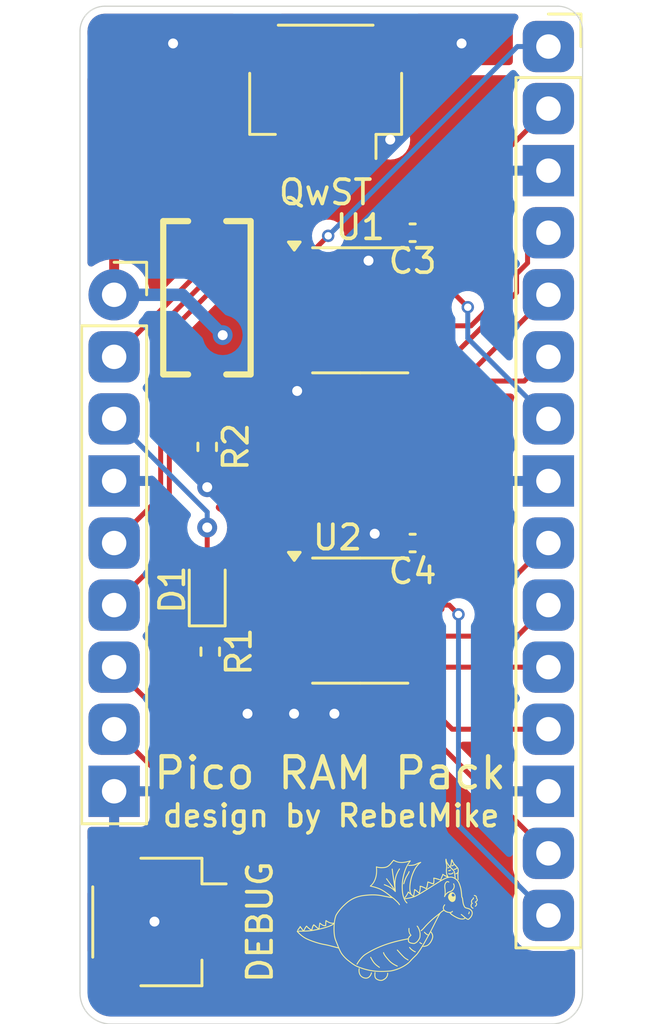
<source format=kicad_pcb>
(kicad_pcb (version 20240108) (generator "pcbnew") (generator_version "8.0")
  (layers (0 "F.Cu" signal) (1 "In1.Cu" signal) (2 "In2.Cu" signal) (31 "B.Cu" signal) (34 "B.Paste" user) (35 "F.Paste" user) (36 "B.SilkS" user "B.Silkscreen") (37 "F.SilkS" user "F.Silkscreen") (38 "B.Mask" user) (39 "F.Mask" user) (44 "Edge.Cuts" user))
  (net 0 "")
  (net 1 "/GPIO29_ADC3")
  (net 2 "Net-(BTN1-Pad1)")
  (net 3 "GND")
  (net 4 "GPIO28_ADC2")
  (net 5 "Net-(D1-K)")
  (net 6 "/SCL")
  (net 7 "/SWD")
  (net 8 "/SDA")
  (net 9 "/SWCLK")
  (net 10 "+3V3")
  (net 11 "GPIO0")
  (net 12 "GPIO5")
  (net 13 "GPIO3")
  (net 14 "GPIO7")
  (net 15 "GPIO9")
  (net 16 "GPIO8")
  (net 17 "GPIO4")
  (net 18 "GPIO2")
  (net 19 "GPIO11")
  (net 20 "GPIO1")
  (net 21 "GPIO10")
  (net 22 "GPIO6")
  (footprint "Connector_JST:JST_SH_SM03B-SRSS-TB_1x03-1MP_P1.00mm_Horizontal" (layer "F.Cu") (at 78.01 93.615 -90)
    (property "Reference" "J3" (hide yes))
    (property "Value" "DEBUG")
  )
  (footprint "Resistor_SMD:R_0402_1005Metric" (layer "F.Cu") (at 80.01 74.17 -90)
    (property "Reference" "R2")
    (property "Value" "4.7k")
  )
  (footprint "Capacitor_SMD:C_0402_1005Metric" (layer "F.Cu") (at 88.42 65.405 180)
    (property "Reference" "C3")
    (property "Value" "4.7u")
  )
  (footprint "LED_SMD:LED_0603_1608Metric" (layer "F.Cu") (at 80.01 80.01 90)
    (property "Reference" "D1")
    (property "Value" "KT-0603R")
  )
  (footprint "components:SW-SMD_HX-TS-1101-C-W" (layer "F.Cu") (at 80.01 68.105 90)
    (property "Reference" "BTN1" (hide yes))
    (property "Value" "A" (hide yes))
  )
  (footprint "Connector_PinSocket_2.54mm:PinSocket_1x09_P2.54mm_Vertical" (layer "F.Cu") (at 76.2 67.945)
    (property "Reference" "J1" (hide yes))
    (property "Value" "Conn_01x09")
  )
  (footprint "Package_SO:SOP-8_3.9x4.9mm_P1.27mm" (layer "F.Cu") (at 86.275 81.28)
    (property "Reference" "U2")
    (property "Value" "878-APS6404L-3SQR-SN")
  )
  (footprint "Capacitor_SMD:C_0402_1005Metric" (layer "F.Cu") (at 88.42 78.105 180)
    (property "Reference" "C4")
    (property "Value" "4.7u")
  )
  (footprint "Connector_JST:JST_SH_SM04B-SRSS-TB_1x04-1MP_P1.00mm_Horizontal" (layer "F.Cu") (at 84.86 59.595 180)
    (property "Reference" "J4" (hide yes))
    (property "Value" "QwST")
  )
  (footprint "Package_SO:SOP-8_3.9x4.9mm_P1.27mm" (layer "F.Cu") (at 86.275 68.58)
    (property "Reference" "U1")
    (property "Value" "878-APS6404L-3SQR-SN")
  )
  (footprint "Connector_PinSocket_2.54mm:PinSocket_1x15_P2.54mm_Vertical" (layer "F.Cu") (at 93.98 57.785)
    (property "Reference" "J2" (hide yes))
    (property "Value" "Conn_01x15")
  )
  (footprint "Resistor_SMD:R_0402_1005Metric" (layer "F.Cu") (at 80.135 82.55 -90)
    (property "Reference" "R1")
    (property "Value" "1k")
  )
  (gr_poly (pts (xy 88.295027 94.636584) (xy 88.295982 94.636663) (xy 88.296932 94.636788) (xy 88.297874 94.636957) (xy 88.298808 94.637172) (xy 88.299732 94.637431) (xy 88.300643 94.637734) (xy 88.301541 94.638081) (xy 88.302422 94.638472) (xy 88.303286 94.638907) (xy 88.304131 94.639384) (xy 88.304955 94.639904) (xy 88.305756 94.640467) (xy 88.306533 94.641073) (xy 88.307283 94.64172) (xy 88.308006 94.642409) (xy 88.308699 94.64314) (xy 88.30936 94.643912) (xy 88.309988 94.644725) (xy 88.316188 94.652941) (xy 88.322728 94.661081) (xy 88.32958 94.669133) (xy 88.336716 94.677086) (xy 88.344108 94.684928) (xy 88.351728 94.692649) (xy 88.359547 94.700236) (xy 88.367536 94.70768) (xy 88.375669 94.714968) (xy 88.383916 94.722089) (xy 88.40064 94.735787) (xy 88.417482 94.748683) (xy 88.434218 94.760687) (xy 88.442506 94.76633) (xy 88.450734 94.771722) (xy 88.458857 94.776852) (xy 88.466829 94.78171) (xy 88.474604 94.786283) (xy 88.482139 94.790561) (xy 88.489387 94.794533) (xy 88.496304 94.798187) (xy 88.502843 94.801512) (xy 88.50896 94.804497) (xy 88.51461 94.80713) (xy 88.519747 94.809401) (xy 88.524326 94.811299) (xy 88.528301 94.812811) (xy 88.531628 94.813928) (xy 88.534261 94.814637) (xy 88.535225 94.814876) (xy 88.536171 94.815161) (xy 88.537099 94.815491) (xy 88.538007 94.815865) (xy 88.538893 94.816282) (xy 88.539757 94.816741) (xy 88.540596 94.817242) (xy 88.541409 94.817782) (xy 88.542195 94.818362) (xy 88.542952 94.818979) (xy 88.543678 94.819634) (xy 88.544373 94.820324) (xy 88.545035 94.82105) (xy 88.545662 94.821809) (xy 88.546253 94.822601) (xy 88.546807 94.823425) (xy 88.547319 94.824276) (xy 88.547786 94.825147) (xy 88.548209 94.826036) (xy 88.548585 94.826943) (xy 88.548916 94.827865) (xy 88.549202 94.8288) (xy 88.54944 94.829747) (xy 88.549633 94.830704) (xy 88.549778 94.83167) (xy 88.549876 94.832642) (xy 88.549927 94.833618) (xy 88.549929 94.834598) (xy 88.549884 94.835579) (xy 88.54979 94.836559) (xy 88.549648 94.837537) (xy 88.549456 94.838511) (xy 88.549208 94.839507) (xy 88.548913 94.840478) (xy 88.548573 94.841424) (xy 88.548188 94.842344) (xy 88.547762 94.843238) (xy 88.547295 94.844103) (xy 88.546789 94.84494) (xy 88.546244 94.845746) (xy 88.545664 94.846522) (xy 88.545048 94.847267) (xy 88.544399 94.847978) (xy 88.543718 94.848656) (xy 88.543007 94.8493) (xy 88.542267 94.849908) (xy 88.541499 94.85048) (xy 88.540706 94.851014) (xy 88.539887 94.85151) (xy 88.539046 94.851966) (xy 88.538184 94.852383) (xy 88.537301 94.852758) (xy 88.5364 94.853091) (xy 88.535481 94.853381) (xy 88.534547 94.853627) (xy 88.533599 94.853829) (xy 88.532638 94.853984) (xy 88.531667 94.854092) (xy 88.530685 94.854153) (xy 88.529695 94.854164) (xy 88.528699 94.854126) (xy 88.527697 94.854038) (xy 88.526692 94.853898) (xy 88.525684 94.853705) (xy 88.520461 94.852402) (xy 88.514938 94.85074) (xy 88.509124 94.848725) (xy 88.503029 94.846364) (xy 88.496662 94.843664) (xy 88.490034 94.840632) (xy 88.483154 94.837275) (xy 88.476032 94.833599) (xy 88.461098 94.825319) (xy 88.44531 94.815848) (xy 88.428745 94.805241) (xy 88.41148 94.793553) (xy 88.393749 94.780853) (xy 88.375877 94.767208) (xy 88.366956 94.760047) (xy 88.358081 94.752669) (xy 88.349278 94.745079) (xy 88.340574 94.737285) (xy 88.331996 94.729291) (xy 88.323572 94.721105) (xy 88.315327 94.712732) (xy 88.307289 94.704179) (xy 88.299485 94.695452) (xy 88.291941 94.686557) (xy 88.284685 94.677501) (xy 88.277743 94.668289) (xy 88.277159 94.667444) (xy 88.276625 94.666579) (xy 88.276139 94.665697) (xy 88.275702 94.6648) (xy 88.275313 94.663888) (xy 88.274972 94.662964) (xy 88.274679 94.66203) (xy 88.274434 94.661087) (xy 88.274235 94.660137) (xy 88.274084 94.659182) (xy 88.273979 94.658224) (xy 88.273921 94.657263) (xy 88.273909 94.656303) (xy 88.273942 94.655345) (xy 88.274022 94.65439) (xy 88.274146 94.65344) (xy 88.274316 94.652497) (xy 88.274531 94.651563) (xy 88.27479 94.65064) (xy 88.275093 94.649729) (xy 88.27544 94.648832) (xy 88.275831 94.64795) (xy 88.276265 94.647086) (xy 88.276742 94.646241) (xy 88.277263 94.645418) (xy 88.277826 94.644616) (xy 88.278431 94.64384) (xy 88.279078 94.643089) (xy 88.279767 94.642367) (xy 88.280498 94.641674) (xy 88.28127 94.641013) (xy 88.282082 94.640385) (xy 88.282927 94.639801) (xy 88.283791 94.639266) (xy 88.284673 94.638781) (xy 88.285571 94.638343) (xy 88.286483 94.637955) (xy 88.287407 94.637614) (xy 88.288341 94.637321) (xy 88.289284 94.637075) (xy 88.290234 94.636877) (xy 88.291189 94.636725) (xy 88.292148 94.636621) (xy 88.293108 94.636562) (xy 88.294068 94.63655)) (stroke (width -0.000001)) (fill solid) (layer "F.SilkS"))
  (gr_poly (pts (xy 89.975858 91.469322) (xy 89.976828 91.469374) (xy 89.977797 91.469473) (xy 89.978762 91.469619) (xy 89.979721 91.469814) (xy 89.980673 91.470055) (xy 89.981616 91.470345) (xy 89.982553 91.470686) (xy 89.983468 91.471071) (xy 89.98436 91.4715) (xy 89.985226 91.471971) (xy 89.986067 91.472483) (xy 89.986879 91.473034) (xy 89.987663 91.473624) (xy 89.988417 91.474252) (xy 89.989139 91.474915) (xy 89.989828 91.475614) (xy 89.990482 91.476346) (xy 89.991101 91.477111) (xy 89.991683 91.477907) (xy 89.992226 91.478734) (xy 89.99273 91.479589) (xy 89.993192 91.480473) (xy 89.993623 91.481407) (xy 89.994002 91.482352) (xy 89.99433 91.483306) (xy 89.994607 91.484267) (xy 89.994834 91.485233) (xy 89.995012 91.486203) (xy 89.99514 91.487175) (xy 89.99522 91.488148) (xy 89.995252 91.489119) (xy 89.995237 91.490087) (xy 89.995175 91.491051) (xy 89.995067 91.492008) (xy 89.994914 91.492958) (xy 89.994715 91.493897) (xy 89.994472 91.494826) (xy 89.994185 91.495741) (xy 89.993855 91.496642) (xy 89.993482 91.497526) (xy 89.993067 91.498392) (xy 89.99261 91.499238) (xy 89.992113 91.500063) (xy 89.991575 91.500865) (xy 89.990997 91.501642) (xy 89.99038 91.502393) (xy 89.989724 91.503115) (xy 89.98903 91.503808) (xy 89.988298 91.504469) (xy 89.987529 91.505097) (xy 89.986724 91.50569) (xy 89.985883 91.506246) (xy 89.985007 91.506765) (xy 89.984096 91.507243) (xy 89.980537 91.509126) (xy 89.977011 91.511189) (xy 89.969779 91.515675) (xy 89.961853 91.520338) (xy 89.957459 91.522622) (xy 89.952685 91.524814) (xy 89.947464 91.526869) (xy 89.941727 91.528741) (xy 89.935405 91.530385) (xy 89.92843 91.531756) (xy 89.920733 91.532808) (xy 89.912247 91.533495) (xy 89.902901 91.533774) (xy 89.892629 91.533597) (xy 89.891638 91.533535) (xy 89.890656 91.533424) (xy 89.889684 91.533265) (xy 89.888723 91.53306) (xy 89.887776 91.532808) (xy 89.886845 91.53251) (xy 89.885929 91.532168) (xy 89.885033 91.531782) (xy 89.884156 91.531352) (xy 89.8833 91.53088) (xy 89.882468 91.530366) (xy 89.881661 91.529811) (xy 89.88088 91.529216) (xy 89.880127 91.528581) (xy 89.879403 91.527907) (xy 89.878711 91.527195) (xy 89.878055 91.52645) (xy 89.877439 91.525677) (xy 89.876864 91.524877) (xy 89.876331 91.524052) (xy 89.875841 91.523204) (xy 89.875393 91.522334) (xy 89.874988 91.521445) (xy 89.874628 91.520537) (xy 89.874312 91.519613) (xy 89.874042 91.518674) (xy 89.873817 91.517722) (xy 89.873639 91.516759) (xy 89.873508 91.515785) (xy 89.873425 91.514804) (xy 89.873391 91.513816) (xy 89.873405 91.512823) (xy 89.873476 91.511798) (xy 89.873596 91.51079) (xy 89.873766 91.509797) (xy 89.873983 91.508823) (xy 89.874247 91.507868) (xy 89.874556 91.506934) (xy 89.874909 91.506021) (xy 89.875304 91.50513) (xy 89.875741 91.504264) (xy 89.876217 91.503423) (xy 89.876732 91.502608) (xy 89.877285 91.501821) (xy 89.877873 91.501062) (xy 89.878497 91.500334) (xy 89.879154 91.499636) (xy 89.879843 91.498971) (xy 89.880562 91.49834) (xy 89.881312 91.497743) (xy 89.882089 91.497182) (xy 89.882894 91.496658) (xy 89.883724 91.496173) (xy 89.884579 91.495727) (xy 89.885457 91.495322) (xy 89.886356 91.494958) (xy 89.887276 91.494638) (xy 89.888215 91.494362) (xy 89.889172 91.494132) (xy 89.890146 91.493948) (xy 89.891135 91.493812) (xy 89.892138 91.493725) (xy 89.893153 91.493688) (xy 89.89418 91.493703) (xy 89.898715 91.493852) (xy 89.902931 91.493933) (xy 89.906847 91.493947) (xy 89.910479 91.493897) (xy 89.913844 91.493782) (xy 89.91696 91.493604) (xy 89.919844 91.493366) (xy 89.922512 91.493067) (xy 89.924983 91.49271) (xy 89.927272 91.492295) (xy 89.929397 91.491825) (xy 89.931375 91.4913) (xy 89.933224 91.490721) (xy 89.934959 91.490091) (xy 89.9366 91.48941) (xy 89.938161 91.48868) (xy 89.939662 91.487902) (xy 89.941118 91.487077) (xy 89.943965 91.485292) (xy 89.949881 91.481223) (xy 89.953222 91.478959) (xy 89.957002 91.476557) (xy 89.961357 91.474027) (xy 89.963793 91.472717) (xy 89.966424 91.471379) (xy 89.967319 91.470964) (xy 89.968229 91.470596) (xy 89.969153 91.470273) (xy 89.970089 91.469997) (xy 89.971035 91.469768) (xy 89.97199 91.469585) (xy 89.972951 91.469449) (xy 89.973918 91.46936) (xy 89.974887 91.469317)) (stroke (width -0.000001)) (fill solid) (layer "F.SilkS"))
  (gr_poly (pts (xy 90.947899 92.51003) (xy 90.948912 92.510129) (xy 90.94993 92.510281) (xy 90.957844 92.511792) (xy 90.965452 92.513519) (xy 90.972751 92.51546) (xy 90.979744 92.517612) (xy 90.986429 92.519976) (xy 90.992807 92.522548) (xy 90.998879 92.525327) (xy 91.004644 92.528311) (xy 91.010102 92.531499) (xy 91.015254 92.534889) (xy 91.0201 92.53848) (xy 91.02464 92.542268) (xy 91.028875 92.546254) (xy 91.032803 92.550435) (xy 91.036426 92.554809) (xy 91.039744 92.559375) (xy 91.042483 92.563679) (xy 91.044932 92.568076) (xy 91.047102 92.57256) (xy 91.049007 92.577125) (xy 91.050658 92.581764) (xy 91.052068 92.586471) (xy 91.053248 92.591239) (xy 91.05421 92.596062) (xy 91.054968 92.600934) (xy 91.055533 92.605848) (xy 91.055917 92.610797) (xy 91.056133 92.615776) (xy 91.056193 92.620778) (xy 91.056108 92.625796) (xy 91.055892 92.630824) (xy 91.055556 92.635855) (xy 91.060177 92.641955) (xy 91.064491 92.648064) (xy 91.068484 92.654181) (xy 91.07214 92.6603) (xy 91.075443 92.66642) (xy 91.078377 92.672536) (xy 91.080929 92.678646) (xy 91.083081 92.684746) (xy 91.084819 92.690834) (xy 91.086127 92.696904) (xy 91.08699 92.702955) (xy 91.087391 92.708983) (xy 91.087317 92.714985) (xy 91.086751 92.720958) (xy 91.085678 92.726897) (xy 91.084946 92.729854) (xy 91.084082 92.732801) (xy 91.08224 92.737942) (xy 91.080023 92.742936) (xy 91.077445 92.747791) (xy 91.074519 92.752515) (xy 91.071255 92.757113) (xy 91.067669 92.761594) (xy 91.063771 92.765965) (xy 91.059576 92.770233) (xy 91.055095 92.774405) (xy 91.050341 92.778488) (xy 91.045327 92.78249) (xy 91.040065 92.786418) (xy 91.034569 92.790278) (xy 91.028851 92.794079) (xy 91.022923 92.797828) (xy 91.016798 92.801531) (xy 91.022348 92.807836) (xy 91.02756 92.814127) (xy 91.032425 92.8204) (xy 91.036931 92.826654) (xy 91.041067 92.832885) (xy 91.044824 92.839092) (xy 91.048191 92.845271) (xy 91.051157 92.851419) (xy 91.053711 92.857535) (xy 91.055843 92.863615) (xy 91.057542 92.869657) (xy 91.058798 92.875658) (xy 91.0596 92.881615) (xy 91.059937 92.887526) (xy 91.059799 92.893388) (xy 91.059174 92.899199) (xy 91.058591 92.902631) (xy 91.057886 92.90601) (xy 91.057061 92.909337) (xy 91.056121 92.912611) (xy 91.055068 92.915835) (xy 91.053906 92.919008) (xy 91.051264 92.925206) (xy 91.048222 92.931213) (xy 91.044805 92.937035) (xy 91.041037 92.942677) (xy 91.036943 92.948146) (xy 91.03255 92.953449) (xy 91.027882 92.958592) (xy 91.022964 92.96358) (xy 91.017822 92.96842) (xy 91.01248 92.973119) (xy 91.006963 92.977683) (xy 91.001297 92.982117) (xy 90.995508 92.986429) (xy 90.99466 92.987011) (xy 90.993793 92.987543) (xy 90.992909 92.988026) (xy 90.992009 92.988461) (xy 90.991096 92.988847) (xy 90.99017 92.989185) (xy 90.989234 92.989476) (xy 90.98829 92.989718) (xy 90.987338 92.989914) (xy 90.986382 92.990062) (xy 90.985422 92.990163) (xy 90.984461 92.990218) (xy 90.9835 92.990227) (xy 90.982541 92.99019) (xy 90.981586 92.990107) (xy 90.980636 92.989979) (xy 90.979693 92.989806) (xy 90.978759 92.989587) (xy 90.977836 92.989325) (xy 90.976925 92.989018) (xy 90.976029 92.988667) (xy 90.975148 92.988273) (xy 90.974285 92.987835) (xy 90.973441 92.987353) (xy 90.972619 92.986829) (xy 90.971819 92.986263) (xy 90.971045 92.985654) (xy 90.970296 92.985003) (xy 90.969576 92.98431) (xy 90.968886 92.983576) (xy 90.968227 92.982801) (xy 90.967602 92.981985) (xy 90.967018 92.981139) (xy 90.966483 92.980275) (xy 90.965998 92.979393) (xy 90.96556 92.978495) (xy 90.965172 92.977583) (xy 90.964831 92.976659) (xy 90.964538 92.975725) (xy 90.964292 92.974782) (xy 90.964094 92.973832) (xy 90.963943 92.972877) (xy 90.963838 92.971918) (xy 90.96378 92.970958) (xy 90.963768 92.969998) (xy 90.963802 92.969039) (xy 90.963881 92.968084) (xy 90.964006 92.967134) (xy 90.964176 92.966192) (xy 90.96439 92.965258) (xy 90.964649 92.964334) (xy 90.964953 92.963423) (xy 90.9653 92.962526) (xy 90.965691 92.961644) (xy 90.966125 92.96078) (xy 90.966603 92.959935) (xy 90.967123 92.959112) (xy 90.967686 92.95831) (xy 90.968292 92.957534) (xy 90.968939 92.956783) (xy 90.969629 92.956061) (xy 90.970359 92.955368) (xy 90.971131 92.954707) (xy 90.971944 92.954079) (xy 90.976935 92.95035) (xy 90.981688 92.946598) (xy 90.986197 92.942825) (xy 90.990455 92.939036) (xy 90.994455 92.935231) (xy 90.998191 92.931415) (xy 91.001657 92.92759) (xy 91.004845 92.923758) (xy 91.00775 92.919923) (xy 91.010365 92.916087) (xy 91.012682 92.912253) (xy 91.014697 92.908423) (xy 91.016401 92.904601) (xy 91.017789 92.900788) (xy 91.018854 92.896989) (xy 91.01959 92.893205) (xy 91.020018 92.889365) (xy 91.020147 92.885389) (xy 91.019947 92.881272) (xy 91.019389 92.877005) (xy 91.018446 92.872582) (xy 91.017087 92.867996) (xy 91.015284 92.863241) (xy 91.013009 92.858308) (xy 91.010232 92.853192) (xy 91.006924 92.847886) (xy 91.003057 92.842382) (xy 90.998601 92.836673) (xy 90.993529 92.830754) (xy 90.98781 92.824616) (xy 90.981417 92.818254) (xy 90.97432 92.811659) (xy 90.973426 92.810807) (xy 90.972591 92.809908) (xy 90.971818 92.808965) (xy 90.971106 92.807981) (xy 90.970458 92.806959) (xy 90.969874 92.805903) (xy 90.969356 92.804815) (xy 90.968904 92.803699) (xy 90.968521 92.802558) (xy 90.968206 92.801395) (xy 90.967962 92.800213) (xy 90.967789 92.799015) (xy 90.967689 92.797805) (xy 90.967662 92.796585) (xy 90.967711 92.79536) (xy 90.967835 92.794131) (xy 90.968035 92.792912) (xy 90.968308 92.791716) (xy 90.968651 92.790546) (xy 90.969063 92.789403) (xy 90.969542 92.788292) (xy 90.970086 92.787215) (xy 90.970692 92.786173) (xy 90.97136 92.785172) (xy 90.972087 92.784212) (xy 90.97287 92.783296) (xy 90.973709 92.782429) (xy 90.974601 92.781611) (xy 90.975545 92.780846) (xy 90.976537 92.780137) (xy 90.977577 92.779486) (xy 90.978662 92.778897) (xy 90.986187 92.775004) (xy 90.99323 92.771125) (xy 90.9998 92.767263) (xy 91.005904 92.763423) (xy 91.011552 92.759611) (xy 91.016752 92.75583) (xy 91.021511 92.752085) (xy 91.02584 92.748382) (xy 91.029745 92.744725) (xy 91.033236 92.741119) (xy 91.03632 92.737568) (xy 91.039007 92.734078) (xy 91.041304 92.730652) (xy 91.043221 92.727296) (xy 91.044039 92.725645) (xy 91.044764 92.724014) (xy 91.045399 92.722402) (xy 91.045944 92.720811) (xy 91.046817 92.717611) (xy 91.047424 92.714327) (xy 91.047752 92.71095) (xy 91.047789 92.70747) (xy 91.047519 92.703877) (xy 91.046931 92.700162) (xy 91.04601 92.696314) (xy 91.044742 92.692325) (xy 91.043115 92.688184) (xy 91.041115 92.683883) (xy 91.038728 92.67941) (xy 91.035941 92.674757) (xy 91.03274 92.669915) (xy 91.029112 92.664872) (xy 91.025043 92.65962) (xy 91.02052 92.654149) (xy 91.019866 92.653341) (xy 91.019257 92.652504) (xy 91.018695 92.65164) (xy 91.01818 92.650751) (xy 91.017712 92.649839) (xy 91.017292 92.648907) (xy 91.016921 92.647955) (xy 91.016599 92.646986) (xy 91.016327 92.646002) (xy 91.016106 92.645005) (xy 91.015935 92.643996) (xy 91.015816 92.642978) (xy 91.015749 92.641953) (xy 91.015736 92.640923) (xy 91.015775 92.639889) (xy 91.015868 92.638853) (xy 91.016325 92.634369) (xy 91.016654 92.630012) (xy 91.016855 92.625781) (xy 91.016925 92.621676) (xy 91.01686 92.617695) (xy 91.01666 92.613838) (xy 91.016322 92.610104) (xy 91.015843 92.606492) (xy 91.015221 92.603001) (xy 91.014453 92.599632) (xy 91.013539 92.596382) (xy 91.012474 92.593251) (xy 91.011257 92.590239) (xy 91.009886 92.587345) (xy 91.008358 92.584567) (xy 91.00667 92.581905) (xy 91.004803 92.579324) (xy 91.002727 92.576793) (xy 91.000426 92.574316) (xy 90.997887 92.5719) (xy 90.995092 92.569549) (xy 90.992026 92.567271) (xy 90.988675 92.56507) (xy 90.985023 92.562951) (xy 90.981054 92.560922) (xy 90.976753 92.558986) (xy 90.972104 92.557149) (xy 90.967093 92.555418) (xy 90.961703 92.553798) (xy 90.955919 92.552295) (xy 90.949726 92.550913) (xy 90.943108 92.549659) (xy 90.942133 92.549467) (xy 90.941172 92.549228) (xy 90.940228 92.548943) (xy 90.939302 92.548613) (xy 90.938396 92.548238) (xy 90.93751 92.547821) (xy 90.936647 92.547361) (xy 90.935807 92.546859) (xy 90.934993 92.546317) (xy 90.934207 92.545736) (xy 90.933448 92.545116) (xy 90.93272 92.544459) (xy 90.932023 92.543765) (xy 90.93136 92.543036) (xy 90.930731 92.542272) (xy 90.930138 92.541474) (xy 90.929585 92.540647) (xy 90.929076 92.539798) (xy 90.928612 92.538929) (xy 90.928192 92.538039) (xy 90.927817 92.537133) (xy 90.927487 92.536211) (xy 90.927204 92.535275) (xy 90.926967 92.534326) (xy 90.926776 92.533367) (xy 90.926632 92.5324) (xy 90.926536 92.531425) (xy 90.926487 92.530445) (xy 90.926487 92.529462) (xy 90.926535 92.528477) (xy 90.926632 92.527492) (xy 90.926778 92.526509) (xy 90.926982 92.5255) (xy 90.927235 92.524514) (xy 90.927533 92.523551) (xy 90.927877 92.522612) (xy 90.928265 92.521698) (xy 90.928695 92.520811) (xy 90.929165 92.519951) (xy 90.929675 92.519119) (xy 90.930223 92.518316) (xy 90.930807 92.517544) (xy 90.931426 92.516803) (xy 90.932078 92.516094) (xy 90.932763 92.515419) (xy 90.933478 92.514778) (xy 90.934223 92.514172) (xy 90.934995 92.513603) (xy 90.935793 92.513071) (xy 90.936616 92.512578) (xy 90.937463 92.512124) (xy 90.938331 92.511711) (xy 90.93922 92.511339) (xy 90.940128 92.51101) (xy 90.941053 92.510724) (xy 90.941995 92.510483) (xy 90.942951 92.510288) (xy 90.94392 92.510139) (xy 90.944901 92.510038) (xy 90.945892 92.509985) (xy 90.946892 92.509982)) (stroke (width -0.000001)) (fill solid) (layer "F.SilkS"))
  (gr_poly (pts (xy 88.605534 93.764629) (xy 88.606499 93.764704) (xy 88.607464 93.764826) (xy 88.608426 93.764996) (xy 88.609384 93.765215) (xy 88.610336 93.765482) (xy 88.611281 93.7658) (xy 88.612216 93.766167) (xy 88.61314 93.766584) (xy 88.614052 93.767053) (xy 88.61719 93.768896) (xy 88.620175 93.770891) (xy 88.623021 93.773041) (xy 88.625747 93.775345) (xy 88.628368 93.777804) (xy 88.630903 93.780421) (xy 88.633368 93.783195) (xy 88.635779 93.786128) (xy 88.638154 93.789221) (xy 88.64051 93.792474) (xy 88.642864 93.795889) (xy 88.645231 93.799466) (xy 88.650078 93.807112) (xy 88.655186 93.815421) (xy 88.660513 93.824373) (xy 88.66591 93.833924) (xy 88.67135 93.844041) (xy 88.676808 93.854693) (xy 88.682257 93.86585) (xy 88.68767 93.877479) (xy 88.693021 93.88955) (xy 88.698284 93.902031) (xy 88.708446 93.92807) (xy 88.71792 93.955308) (xy 88.726456 93.983476) (xy 88.730293 93.997826) (xy 88.733801 94.012307) (xy 88.736948 94.026887) (xy 88.739704 94.041532) (xy 88.742035 94.056209) (xy 88.743912 94.070884) (xy 88.745303 94.085523) (xy 88.746175 94.100092) (xy 88.746498 94.11456) (xy 88.74624 94.128891) (xy 88.744753 94.169731) (xy 88.743666 94.189834) (xy 88.741963 94.209617) (xy 88.74079 94.219364) (xy 88.739355 94.229) (xy 88.73762 94.238515) (xy 88.73555 94.247899) (xy 88.733108 94.257141) (xy 88.730259 94.266233) (xy 88.726966 94.275163) (xy 88.723192 94.283921) (xy 88.715308 94.30026) (xy 88.70718 94.315903) (xy 88.698828 94.33086) (xy 88.690276 94.345143) (xy 88.681546 94.358762) (xy 88.672662 94.371728) (xy 88.663645 94.38405) (xy 88.654517 94.395741) (xy 88.645303 94.40681) (xy 88.636024 94.417268) (xy 88.626702 94.427126) (xy 88.617362 94.436394) (xy 88.608024 94.445084) (xy 88.598712 94.453205) (xy 88.589448 94.460768) (xy 88.580254 94.467785) (xy 88.57118 94.474283) (xy 88.562264 94.480286) (xy 88.553511 94.485795) (xy 88.544928 94.490816) (xy 88.536521 94.495351) (xy 88.528296 94.499403) (xy 88.520258 94.502975) (xy 88.512414 94.506072) (xy 88.50477 94.508695) (xy 88.497333 94.510849) (xy 88.490107 94.512536) (xy 88.483099 94.51376) (xy 88.476315 94.514523) (xy 88.469761 94.51483) (xy 88.463443 94.514684) (xy 88.457368 94.514087) (xy 88.402535 94.507063) (xy 88.388463 94.504984) (xy 88.374394 94.502583) (xy 88.360401 94.499764) (xy 88.346559 94.496433) (xy 88.332942 94.492492) (xy 88.319624 94.487845) (xy 88.306679 94.482397) (xy 88.294182 94.476052) (xy 88.288124 94.472513) (xy 88.282205 94.468713) (xy 88.276436 94.464642) (xy 88.270825 94.460285) (xy 88.265381 94.455633) (xy 88.260113 94.450672) (xy 88.255032 94.44539) (xy 88.250146 94.439777) (xy 88.246632 94.435212) (xy 88.243463 94.43045) (xy 88.240621 94.425504) (xy 88.238091 94.42039) (xy 88.235854 94.415121) (xy 88.233894 94.409711) (xy 88.232196 94.404174) (xy 88.23074 94.398526) (xy 88.229512 94.392779) (xy 88.228494 94.386948) (xy 88.227669 94.381048) (xy 88.227021 94.375092) (xy 88.226533 94.369095) (xy 88.226187 94.36307) (xy 88.225858 94.350997) (xy 88.225871 94.34929) (xy 88.225941 94.347636) (xy 88.22606 94.346029) (xy 88.226223 94.344461) (xy 88.226422 94.342925) (xy 88.22665 94.341414) (xy 88.227169 94.338439) (xy 88.22826 94.332468) (xy 88.228724 94.329359) (xy 88.228912 94.327747) (xy 88.229062 94.326089) (xy 88.097937 94.35088) (xy 87.970833 94.377185) (xy 87.84756 94.405084) (xy 87.727925 94.434658) (xy 87.611737 94.465986) (xy 87.498803 94.49915) (xy 87.388931 94.53423) (xy 87.281931 94.571306) (xy 87.177611 94.610458) (xy 87.075777 94.651767) (xy 86.976239 94.695312) (xy 86.878805 94.741176) (xy 86.783284 94.789436) (xy 86.689482 94.840175) (xy 86.597209 94.893473) (xy 86.506272 94.949409) (xy 86.481526 94.966133) (xy 86.456792 94.984828) (xy 86.432153 95.005309) (xy 86.407694 95.027395) (xy 86.383499 95.050901) (xy 86.359653 95.075646) (xy 86.336239 95.101446) (xy 86.313343 95.128118) (xy 86.291048 95.155479) (xy 86.269439 95.183346) (xy 86.2486 95.211537) (xy 86.228615 95.239868) (xy 86.209568 95.268156) (xy 86.191545 95.296218) (xy 86.174629 95.323872) (xy 86.158904 95.350935) (xy 86.158374 95.351813) (xy 86.157807 95.352655) (xy 86.157204 95.35346) (xy 86.156567 95.354226) (xy 86.155897 95.354955) (xy 86.155197 95.355645) (xy 86.154467 95.356296) (xy 86.15371 95.356907) (xy 86.152927 95.357479) (xy 86.152121 95.358009) (xy 86.151291 95.358499) (xy 86.150442 95.358948) (xy 86.149573 95.359354) (xy 86.148687 95.359718) (xy 86.147785 95.360039) (xy 86.14687 95.360317) (xy 86.145942 95.360551) (xy 86.145004 95.36074) (xy 86.144058 95.360885) (xy 86.143104 95.360985) (xy 86.142144 95.361039) (xy 86.141181 95.361046) (xy 86.140216 95.361008) (xy 86.139251 95.360922) (xy 86.138287 95.360788) (xy 86.137327 95.360606) (xy 86.136371 95.360376) (xy 86.135421 95.360097) (xy 86.13448 95.359768) (xy 86.133548 95.35939) (xy 86.132628 95.358961) (xy 86.131722 95.358481) (xy 86.13084 95.357955) (xy 86.129994 95.35739) (xy 86.129186 95.35679) (xy 86.128416 95.356155) (xy 86.127684 95.355488) (xy 86.12699 95.354789) (xy 86.126335 95.354061) (xy 86.12572 95.353306) (xy 86.125145 95.352524) (xy 86.124611 95.351719) (xy 86.124117 95.35089) (xy 86.123665 95.350041) (xy 86.123255 95.349173) (xy 86.122888 95.348287) (xy 86.122563 95.347386) (xy 86.122282 95.34647) (xy 86.122044 95.345542) (xy 86.121851 95.344604) (xy 86.121703 95.343656) (xy 86.1216 95.342702) (xy 86.121543 95.341741) (xy 86.121532 95.340777) (xy 86.121568 95.339811) (xy 86.121651 95.338844) (xy 86.121782 95.337879) (xy 86.121961 95.336917) (xy 86.122189 95.335959) (xy 86.122466 95.335007) (xy 86.122792 95.334064) (xy 86.123169 95.33313) (xy 86.123596 95.332208) (xy 86.124074 95.331299) (xy 86.140229 95.30345) (xy 86.157546 95.275028) (xy 86.175957 95.246211) (xy 86.195398 95.217174) (xy 86.215801 95.188093) (xy 86.237101 95.159143) (xy 86.259231 95.130502) (xy 86.282126 95.102344) (xy 86.30572 95.074846) (xy 86.329945 95.048184) (xy 86.354737 95.022533) (xy 86.38003 94.99807) (xy 86.405756 94.974971) (xy 86.43185 94.953411) (xy 86.458246 94.933566) (xy 86.484878 94.915613) (xy 86.577305 94.858768) (xy 86.671093 94.804619) (xy 86.766434 94.753084) (xy 86.86352 94.704083) (xy 86.962542 94.657535) (xy 87.063694 94.613357) (xy 87.167166 94.57147) (xy 87.273151 94.531791) (xy 87.381841 94.49424) (xy 87.493428 94.458735) (xy 87.608104 94.425194) (xy 87.726061 94.393538) (xy 87.972586 94.335552) (xy 88.23454 94.284127) (xy 88.234766 94.282981) (xy 88.23496 94.281782) (xy 88.235275 94.279265) (xy 88.235523 94.276647) (xy 88.235743 94.273996) (xy 88.235975 94.271385) (xy 88.236256 94.268884) (xy 88.236428 94.267696) (xy 88.236626 94.266562) (xy 88.236857 94.265491) (xy 88.237124 94.264491) (xy 88.238686 94.259591) (xy 88.240398 94.254824) (xy 88.242251 94.250187) (xy 88.244239 94.245675) (xy 88.246354 94.241285) (xy 88.248589 94.237011) (xy 88.250937 94.23285) (xy 88.25339 94.228798) (xy 88.258584 94.221002) (xy 88.264111 94.213591) (xy 88.269915 94.206531) (xy 88.275937 94.199788) (xy 88.282119 94.19333) (xy 88.288402 94.187123) (xy 88.30104 94.175328) (xy 88.313386 94.164137) (xy 88.324974 94.153283) (xy 88.312167 94.138211) (xy 88.300814 94.122691) (xy 88.290837 94.106758) (xy 88.282159 94.090448) (xy 88.2747 94.073796) (xy 88.268381 94.05684) (xy 88.263125 94.039614) (xy 88.258852 94.022155) (xy 88.255485 94.004497) (xy 88.252944 93.986678) (xy 88.251152 93.968732) (xy 88.250029 93.950696) (xy 88.249497 93.932605) (xy 88.249478 93.914495) (xy 88.250663 93.878363) (xy 88.250735 93.877372) (xy 88.250856 93.87639) (xy 88.251024 93.875419) (xy 88.25124 93.87446) (xy 88.251501 93.873515) (xy 88.251808 93.872586) (xy 88.25216 93.871674) (xy 88.252556 93.87078) (xy 88.252994 93.869907) (xy 88.253475 93.869056) (xy 88.253998 93.868229) (xy 88.254561 93.867427) (xy 88.255165 93.866651) (xy 88.255808 93.865904) (xy 88.25649 93.865187) (xy 88.257209 93.864502) (xy 88.257961 93.863853) (xy 88.258742 93.863245) (xy 88.259548 93.862679) (xy 88.260379 93.862154) (xy 88.261233 93.861672) (xy 88.262107 93.861233) (xy 88.263001 93.860838) (xy 88.263913 93.860487) (xy 88.264841 93.860181) (xy 88.265783 93.85992) (xy 88.266738 93.859706) (xy 88.267704 93.859538) (xy 88.268679 93.859418) (xy 88.269661 93.859345) (xy 88.27065 93.859322) (xy 88.271643 93.859347) (xy 88.272634 93.859419) (xy 88.273616 93.85954) (xy 88.274587 93.859708) (xy 88.275546 93.859924) (xy 88.27649 93.860185) (xy 88.27742 93.860492) (xy 88.278332 93.860844) (xy 88.279225 93.861239) (xy 88.280098 93.861678) (xy 88.280949 93.862159) (xy 88.281777 93.862681) (xy 88.282579 93.863245) (xy 88.283354 93.863848) (xy 88.284101 93.864491) (xy 88.284818 93.865173) (xy 88.285503 93.865892) (xy 88.286152 93.866645) (xy 88.28676 93.867425) (xy 88.287327 93.868231) (xy 88.287851 93.869062) (xy 88.288334 93.869916) (xy 88.288773 93.87079) (xy 88.289168 93.871684) (xy 88.289519 93.872596) (xy 88.289825 93.873524) (xy 88.290086 93.874466) (xy 88.2903 93.875421) (xy 88.290468 93.876387) (xy 88.290588 93.877362) (xy 88.290661 93.878345) (xy 88.290685 93.879334) (xy 88.29066 93.880327) (xy 88.289312 93.917351) (xy 88.289202 93.935492) (xy 88.289587 93.953364) (xy 88.290556 93.970949) (xy 88.292199 93.988232) (xy 88.294606 94.005196) (xy 88.297865 94.021824) (xy 88.302067 94.0381) (xy 88.307301 94.054007) (xy 88.313656 94.069529) (xy 88.317282 94.07714) (xy 88.321222 94.084649) (xy 88.325487 94.092053) (xy 88.330088 94.09935) (xy 88.335037 94.106539) (xy 88.340344 94.113616) (xy 88.346022 94.120581) (xy 88.35208 94.127431) (xy 88.35853 94.134163) (xy 88.365384 94.140777) (xy 88.366101 94.141483) (xy 88.366776 94.142217) (xy 88.367408 94.142976) (xy 88.367997 94.143759) (xy 88.368543 94.144564) (xy 88.369045 94.14539) (xy 88.369505 94.146234) (xy 88.369921 94.147096) (xy 88.370294 94.147973) (xy 88.370624 94.148864) (xy 88.37091 94.149767) (xy 88.371153 94.150681) (xy 88.371351 94.151603) (xy 88.371507 94.152532) (xy 88.371618 94.153467) (xy 88.371685 94.154406) (xy 88.371709 94.155347) (xy 88.371688 94.156288) (xy 88.371623 94.157228) (xy 88.371514 94.158165) (xy 88.371361 94.159098) (xy 88.371164 94.160024) (xy 88.370921 94.160943) (xy 88.370635 94.161852) (xy 88.370303 94.16275) (xy 88.369927 94.163634) (xy 88.369507 94.164505) (xy 88.369041 94.165359) (xy 88.36853 94.166195) (xy 88.367975 94.167011) (xy 88.367374 94.167807) (xy 88.366728 94.168579) (xy 88.360094 94.175879) (xy 88.3533 94.182923) (xy 88.346407 94.189748) (xy 88.339475 94.196393) (xy 88.32574 94.209295) (xy 88.312582 94.221934) (xy 88.306372 94.22825) (xy 88.300489 94.234615) (xy 88.294994 94.241067) (xy 88.289947 94.247644) (xy 88.287611 94.250991) (xy 88.28541 94.254383) (xy 88.283352 94.257826) (xy 88.281444 94.261325) (xy 88.279694 94.264882) (xy 88.27811 94.268505) (xy 88.276698 94.272197) (xy 88.275468 94.275963) (xy 88.273547 94.283044) (xy 88.271728 94.291101) (xy 88.270063 94.29997) (xy 88.268603 94.309484) (xy 88.267401 94.319479) (xy 88.266508 94.329788) (xy 88.265975 94.340246) (xy 88.265856 94.350687) (xy 88.265978 94.355848) (xy 88.266237 94.360939) (xy 88.266627 94.365942) (xy 88.267142 94.370838) (xy 88.267777 94.375607) (xy 88.268526 94.38023) (xy 88.269383 94.384688) (xy 88.270343 94.388963) (xy 88.2714 94.393034) (xy 88.272549 94.396884) (xy 88.273784 94.400492) (xy 88.275099 94.40384) (xy 88.276488 94.406909) (xy 88.277947 94.40968) (xy 88.279468 94.412133) (xy 88.281048 94.414249) (xy 88.28459 94.418292) (xy 88.288335 94.422119) (xy 88.29641 94.429151) (xy 88.30522 94.435408) (xy 88.314714 94.440951) (xy 88.324838 94.445844) (xy 88.335541 94.450148) (xy 88.34677 94.453925) (xy 88.358472 94.457238) (xy 88.370595 94.46015) (xy 88.383087 94.462721) (xy 88.408967 94.467094) (xy 88.462846 94.474503) (xy 88.465159 94.474655) (xy 88.468123 94.474554) (xy 88.471701 94.47418) (xy 88.475853 94.473514) (xy 88.480542 94.472537) (xy 88.485729 94.471228) (xy 88.491375 94.469568) (xy 88.497442 94.467539) (xy 88.50389 94.46512) (xy 88.510682 94.462292) (xy 88.517779 94.459035) (xy 88.525142 94.45533) (xy 88.532733 94.451158) (xy 88.540512 94.446499) (xy 88.548442 94.441334) (xy 88.556484 94.435643) (xy 88.564629 94.429426) (xy 88.57288 94.42269) (xy 88.581215 94.415422) (xy 88.58961 94.407611) (xy 88.598045 94.399244) (xy 88.606495 94.390309) (xy 88.614938 94.380794) (xy 88.623352 94.370688) (xy 88.631715 94.359977) (xy 88.640003 94.34865) (xy 88.648195 94.336695) (xy 88.656268 94.3241) (xy 88.664199 94.310852) (xy 88.671966 94.296939) (xy 88.679546 94.28235) (xy 88.686916 94.267073) (xy 88.689754 94.260423) (xy 88.692266 94.253435) (xy 88.694478 94.24612) (xy 88.696412 94.238492) (xy 88.698091 94.230564) (xy 88.699538 94.22235) (xy 88.700776 94.213862) (xy 88.701829 94.205114) (xy 88.70347 94.18689) (xy 88.704647 94.167783) (xy 88.706346 94.127341) (xy 88.706559 94.114724) (xy 88.706237 94.101842) (xy 88.70541 94.088738) (xy 88.704105 94.075453) (xy 88.70235 94.062029) (xy 88.700172 94.048509) (xy 88.697599 94.034934) (xy 88.69466 94.021346) (xy 88.691382 94.007788) (xy 88.687793 93.9943) (xy 88.683921 93.980926) (xy 88.679793 93.967708) (xy 88.670882 93.941904) (xy 88.661284 93.917225) (xy 88.6563 93.905406) (xy 88.651237 93.893983) (xy 88.64613 93.882998) (xy 88.64101 93.872497) (xy 88.635912 93.862523) (xy 88.630869 93.853118) (xy 88.625914 93.844328) (xy 88.62108 93.836195) (xy 88.618684 93.832384) (xy 88.616274 93.828748) (xy 88.613875 93.825297) (xy 88.61151 93.822042) (xy 88.609206 93.818993) (xy 88.606986 93.816161) (xy 88.604875 93.813557) (xy 88.602897 93.81119) (xy 88.594828 93.802089) (xy 88.593971 93.801588) (xy 88.593143 93.801049) (xy 88.592346 93.800471) (xy 88.591581 93.799856) (xy 88.590848 93.799206) (xy 88.590149 93.798522) (xy 88.589485 93.797806) (xy 88.588857 93.797059) (xy 88.588267 93.796282) (xy 88.587714 93.795476) (xy 88.587202 93.794644) (xy 88.586729 93.793786) (xy 88.586299 93.792904) (xy 88.585911 93.791999) (xy 88.585567 93.791072) (xy 88.585268 93.790126) (xy 88.585016 93.789166) (xy 88.584813 93.788199) (xy 88.584658 93.787226) (xy 88.584552 93.78625) (xy 88.584493 93.785273) (xy 88.584483 93.784295) (xy 88.584521 93.783319) (xy 88.584605 93.782347) (xy 88.584738 93.78138) (xy 88.584917 93.78042) (xy 88.585143 93.779469) (xy 88.585416 93.778528) (xy 88.585736 93.7776) (xy 88.586102 93.776686) (xy 88.586514 93.775787) (xy 88.586972 93.774907) (xy 88.587491 93.774023) (xy 88.588049 93.773176) (xy 88.588642 93.772365) (xy 88.589271 93.771592) (xy 88.589932 93.770856) (xy 88.590624 93.770159) (xy 88.591346 93.7695) (xy 88.592096 93.768881) (xy 88.592871 93.768301) (xy 88.593672 93.767762) (xy 88.594495 93.767263) (xy 88.595339 93.766805) (xy 88.596202 93.766389) (xy 88.597084 93.766016) (xy 88.597981 93.765684) (xy 88.598893 93.765396) (xy 88.599817 93.765152) (xy 88.600752 93.764952) (xy 88.601697 93.764796) (xy 88.602649 93.764685) (xy 88.603607 93.76462) (xy 88.604569 93.764601)) (stroke (width -0.000001)) (fill solid) (layer "F.SilkS"))
  (gr_poly (pts (xy 86.704255 95.039833) (xy 86.705225 95.039925) (xy 86.706191 95.040066) (xy 86.707152 95.040254) (xy 86.708106 95.040489) (xy 86.709052 95.040773) (xy 86.709993 95.041105) (xy 86.710912 95.041482) (xy 86.711808 95.041902) (xy 86.71268 95.042365) (xy 86.713526 95.04287) (xy 86.714344 95.043414) (xy 86.715134 95.043997) (xy 86.715894 95.044617) (xy 86.716623 95.045275) (xy 86.717319 95.045967) (xy 86.71798 95.046694) (xy 86.718607 95.047454) (xy 86.719196 95.048245) (xy 86.719748 95.049067) (xy 86.720259 95.049919) (xy 86.72073 95.050799) (xy 86.738717 95.085789) (xy 86.756141 95.118439) (xy 86.773236 95.148973) (xy 86.790235 95.177612) (xy 86.80737 95.204578) (xy 86.824875 95.230091) (xy 86.842983 95.254375) (xy 86.861926 95.277652) (xy 86.881938 95.300141) (xy 86.903251 95.322067) (xy 86.926099 95.343649) (xy 86.950714 95.365111) (xy 86.97733 95.386674) (xy 87.006179 95.408559) (xy 87.037495 95.430989) (xy 87.07151 95.454185) (xy 87.072347 95.454779) (xy 87.073146 95.455408) (xy 87.073904 95.456071) (xy 87.074622 95.456764) (xy 87.075299 95.457487) (xy 87.075935 95.458238) (xy 87.07653 95.459016) (xy 87.077084 95.459817) (xy 87.077595 95.460642) (xy 87.078064 95.461487) (xy 87.078491 95.462352) (xy 87.078874 95.463234) (xy 87.079214 95.464131) (xy 87.079511 95.465043) (xy 87.079763 95.465967) (xy 87.079971 95.466902) (xy 87.080135 95.467846) (xy 87.080253 95.468797) (xy 87.080326 95.469753) (xy 87.080353 95.470712) (xy 87.080334 95.471674) (xy 87.080269 95.472636) (xy 87.080157 95.473596) (xy 87.079998 95.474553) (xy 87.079791 95.475505) (xy 87.079537 95.47645) (xy 87.079235 95.477387) (xy 87.078884 95.478314) (xy 87.078484 95.479228) (xy 87.078035 95.480129) (xy 87.077536 95.481015) (xy 87.076988 95.481883) (xy 87.076397 95.482725) (xy 87.07577 95.483526) (xy 87.075111 95.484288) (xy 87.07442 95.485009) (xy 87.073698 95.48569) (xy 87.072949 95.48633) (xy 87.072174 95.486929) (xy 87.071373 95.487486) (xy 87.07055 95.488001) (xy 87.069706 95.488474) (xy 87.068842 95.488905) (xy 87.067961 95.489292) (xy 87.067063 95.489636) (xy 87.066152 95.489936) (xy 87.065227 95.490192) (xy 87.064293 95.490403) (xy 87.063349 95.49057) (xy 87.062397 95.490692) (xy 87.061441 95.490769) (xy 87.06048 95.490799) (xy 87.059518 95.490783) (xy 87.058555 95.490721) (xy 87.057593 95.490612) (xy 87.056635 95.490456) (xy 87.055681 95.490252) (xy 87.054734 95.490001) (xy 87.053795 95.489701) (xy 87.052867 95.489352) (xy 87.05195 95.488955) (xy 87.051047 95.488508) (xy 87.050159 95.488012) (xy 87.049288 95.487465) (xy 87.014554 95.463735) (xy 86.982413 95.4406) (xy 86.952651 95.417863) (xy 86.925054 95.395327) (xy 86.899408 95.372794) (xy 86.875501 95.350068) (xy 86.853117 95.326951) (xy 86.832043 95.303246) (xy 86.812066 95.278756) (xy 86.792972 95.253284) (xy 86.774546 95.226632) (xy 86.756576 95.198604) (xy 86.738847 95.169003) (xy 86.721145 95.13763) (xy 86.703258 95.104289) (xy 86.68497 95.068783) (xy 86.684545 95.067885) (xy 86.684167 95.066972) (xy 86.683836 95.066044) (xy 86.683552 95.065104) (xy 86.683314 95.064154) (xy 86.683124 95.063194) (xy 86.682981 95.062228) (xy 86.682886 95.061256) (xy 86.682838 95.060281) (xy 86.682837 95.059303) (xy 86.682885 95.058326) (xy 86.68298 95.057351) (xy 86.683123 95.05638) (xy 86.683315 95.055414) (xy 86.683555 95.054455) (xy 86.683843 95.053504) (xy 86.684178 95.05257) (xy 86.684558 95.051657) (xy 86.68498 95.050767) (xy 86.685444 95.049901) (xy 86.685949 95.049062) (xy 86.686493 95.048249) (xy 86.687076 95.047465) (xy 86.687696 95.046711) (xy 86.688353 95.045988) (xy 86.689044 95.045297) (xy 86.689768 95.04464) (xy 86.690526 95.044019) (xy 86.691315 95.043434) (xy 86.692134 95.042886) (xy 86.692982 95.042378) (xy 86.693858 95.041911) (xy 86.694751 95.04149) (xy 86.695659 95.041115) (xy 86.696581 95.040786) (xy 86.697516 95.040503) (xy 86.698461 95.040267) (xy 86.699415 95.040077) (xy 86.700376 95.039934) (xy 86.701342 95.039838) (xy 86.702312 95.039789) (xy 86.703283 95.039787)) (stroke (width -0.000001)) (fill solid) (layer "F.SilkS"))
  (gr_poly (pts (xy 88.276525 91.531673) (xy 88.277505 91.531745) (xy 88.278484 91.531865) (xy 88.279459 91.532035) (xy 88.280428 91.532253) (xy 88.280429 91.532253) (xy 88.281419 91.532527) (xy 88.282383 91.532847) (xy 88.283322 91.533212) (xy 88.284233 91.53362) (xy 88.285115 91.53407) (xy 88.285969 91.53456) (xy 88.286793 91.535089) (xy 88.287586 91.535654) (xy 88.288348 91.536256) (xy 88.289076 91.536891) (xy 88.289772 91.537559) (xy 88.290432 91.538258) (xy 88.291057 91.538987) (xy 88.291646 91.539744) (xy 88.292198 91.540527) (xy 88.292712 91.541335) (xy 88.293186 91.542167) (xy 88.293621 91.543021) (xy 88.294015 91.543896) (xy 88.294367 91.544789) (xy 88.294676 91.5457) (xy 88.294941 91.546626) (xy 88.295163 91.547568) (xy 88.295338 91.548522) (xy 88.295468 91.549487) (xy 88.29555 91.550463) (xy 88.295584 91.551447) (xy 88.295569 91.552437) (xy 88.295504 91.553434) (xy 88.295388 91.554434) (xy 88.29522 91.555436) (xy 88.295 91.556439) (xy 88.291814 91.568281) (xy 88.288266 91.579624) (xy 88.284368 91.590539) (xy 88.280137 91.6011) (xy 88.275587 91.611378) (xy 88.270733 91.621446) (xy 88.265589 91.631375) (xy 88.260171 91.641239) (xy 88.248568 91.661058) (xy 88.236044 91.681482) (xy 88.222716 91.703087) (xy 88.208702 91.726453) (xy 88.194018 91.752257) (xy 88.178648 91.781199) (xy 88.162661 91.81389) (xy 88.146131 91.850943) (xy 88.129128 91.89297) (xy 88.111724 91.940582) (xy 88.093989 91.994393) (xy 88.075996 92.055013) (xy 88.075693 92.055994) (xy 88.075344 92.056948) (xy 88.074952 92.057875) (xy 88.074517 92.058773) (xy 88.074041 92.059641) (xy 88.073526 92.06048) (xy 88.072974 92.061288) (xy 88.072385 92.062064) (xy 88.071762 92.062806) (xy 88.071105 92.063516) (xy 88.070417 92.064191) (xy 88.069699 92.06483) (xy 88.068952 92.065433) (xy 88.068179 92.065999) (xy 88.06738 92.066528) (xy 88.066557 92.067017) (xy 88.065712 92.067467) (xy 88.064846 92.067876) (xy 88.063961 92.068244) (xy 88.063058 92.068569) (xy 88.062138 92.068851) (xy 88.061205 92.069089) (xy 88.060258 92.069283) (xy 88.059299 92.069431) (xy 88.05833 92.069532) (xy 88.057353 92.069585) (xy 88.056369 92.06959) (xy 88.05538 92.069546) (xy 88.054386 92.069452) (xy 88.053391 92.069307) (xy 88.052394 92.06911) (xy 88.051398 92.068861) (xy 88.050448 92.068569) (xy 88.049518 92.068232) (xy 88.048609 92.067851) (xy 88.047723 92.067427) (xy 88.04686 92.066961) (xy 88.046023 92.066454) (xy 88.045212 92.065908) (xy 88.04443 92.065323) (xy 88.043676 92.0647) (xy 88.042954 92.064041) (xy 88.042264 92.063347) (xy 88.041608 92.062618) (xy 88.040987 92.061857) (xy 88.040403 92.061063) (xy 88.039856 92.060239) (xy 88.039349 92.059384) (xy 88.038885 92.058506) (xy 88.038466 92.057609) (xy 88.038094 92.056697) (xy 88.037768 92.05577) (xy 88.037489 92.05483) (xy 88.037256 92.053879) (xy 88.037071 92.052919) (xy 88.036932 92.051952) (xy 88.036841 92.050979) (xy 88.036798 92.050002) (xy 88.036802 92.049024) (xy 88.036854 92.048045) (xy 88.036955 92.047067) (xy 88.037104 92.046093) (xy 88.037302 92.045123) (xy 88.037548 92.044161) (xy 88.046735 92.012411) (xy 88.05589 91.98241) (xy 88.065001 91.954087) (xy 88.074056 91.92737) (xy 88.083044 91.902189) (xy 88.091954 91.878473) (xy 88.100774 91.856151) (xy 88.109491 91.835152) (xy 88.118096 91.815406) (xy 88.126575 91.796842) (xy 88.143113 91.762974) (xy 88.159013 91.732982) (xy 88.174182 91.706299) (xy 88.188444 91.682444) (xy 88.201652 91.660912) (xy 88.21376 91.641101) (xy 88.22472 91.622411) (xy 88.229755 91.613298) (xy 88.234485 91.60424) (xy 88.238905 91.595161) (xy 88.243008 91.585986) (xy 88.246789 91.57664) (xy 88.250242 91.567049) (xy 88.253361 91.557136) (xy 88.25614 91.546827) (xy 88.256404 91.545869) (xy 88.256713 91.544929) (xy 88.257067 91.544008) (xy 88.257465 91.543109) (xy 88.257905 91.542233) (xy 88.258387 91.541381) (xy 88.258909 91.540554) (xy 88.259471 91.539754) (xy 88.260072 91.538983) (xy 88.260709 91.538242) (xy 88.261383 91.537531) (xy 88.262092 91.536854) (xy 88.262835 91.53621) (xy 88.263612 91.535603) (xy 88.26442 91.535032) (xy 88.26526 91.534499) (xy 88.266124 91.534009) (xy 88.267008 91.533565) (xy 88.26791 91.533166) (xy 88.268827 91.532813) (xy 88.269759 91.532506) (xy 88.270703 91.532245) (xy 88.271657 91.532031) (xy 88.27262 91.531865) (xy 88.27359 91.531745) (xy 88.274566 91.531673) (xy 88.275544 91.531649)) (stroke (width -0.000001)) (fill solid) (layer "F.SilkS"))
  (gr_poly (pts (xy 90.911484 92.606387) (xy 90.912443 92.606449) (xy 90.9134 92.606557) (xy 90.914353 92.606712) (xy 90.915299 92.606913) (xy 90.916238 92.607161) (xy 90.917168 92.607455) (xy 90.918087 92.607797) (xy 90.918992 92.608186) (xy 90.919883 92.608622) (xy 90.920758 92.609106) (xy 90.921614 92.609638) (xy 90.92245 92.610217) (xy 90.923264 92.610845) (xy 90.924045 92.611514) (xy 90.924783 92.612215) (xy 90.925478 92.612945) (xy 90.92613 92.613702) (xy 90.926738 92.614486) (xy 90.927303 92.615293) (xy 90.927825 92.616123) (xy 90.928303 92.616973) (xy 90.928737 92.617842) (xy 90.929126 92.618728) (xy 90.929472 92.619629) (xy 90.929772 92.620544) (xy 90.930028 92.62147) (xy 90.93024 92.622407) (xy 90.930406 92.623351) (xy 90.930527 92.624302) (xy 90.930602 92.625258) (xy 90.930632 92.626217) (xy 90.930616 92.627177) (xy 90.930554 92.628136) (xy 90.930446 92.629093) (xy 90.930291 92.630045) (xy 90.93009 92.630992) (xy 90.929843 92.631931) (xy 90.929548 92.632861) (xy 90.929206 92.633779) (xy 90.928817 92.634685) (xy 90.928381 92.635576) (xy 90.927897 92.63645) (xy 90.927366 92.637306) (xy 90.926786 92.638143) (xy 90.926158 92.638957) (xy 90.92547 92.639859) (xy 90.924858 92.640787) (xy 90.924324 92.641748) (xy 90.923868 92.642751) (xy 90.923492 92.643807) (xy 90.923197 92.644923) (xy 90.922984 92.646108) (xy 90.922854 92.647372) (xy 90.922807 92.648724) (xy 90.922846 92.650172) (xy 90.92297 92.651725) (xy 90.923182 92.653392) (xy 90.923482 92.655183) (xy 90.92387 92.657106) (xy 90.924349 92.659169) (xy 90.924919 92.661383) (xy 90.925128 92.662225) (xy 90.925299 92.663069) (xy 90.925434 92.663914) (xy 90.925531 92.664759) (xy 90.925592 92.665603) (xy 90.925617 92.666444) (xy 90.925607 92.667282) (xy 90.925561 92.668117) (xy 90.925481 92.668945) (xy 90.925367 92.669768) (xy 90.925219 92.670583) (xy 90.925038 92.67139) (xy 90.924824 92.672188) (xy 90.924578 92.672975) (xy 90.9243 92.673751) (xy 90.92399 92.674515) (xy 90.923649 92.675265) (xy 90.923277 92.676001) (xy 90.922875 92.676721) (xy 90.922444 92.677426) (xy 90.921983 92.678112) (xy 90.921493 92.67878) (xy 90.920975 92.679429) (xy 90.920428 92.680058) (xy 90.919854 92.680664) (xy 90.919253 92.681249) (xy 90.918625 92.681809) (xy 90.917971 92.682346) (xy 90.917291 92.682856) (xy 90.916585 92.68334) (xy 90.915855 92.683797) (xy 90.9151 92.684225) (xy 90.910198 92.686942) (xy 90.905531 92.689693) (xy 90.901093 92.692477) (xy 90.896879 92.695291) (xy 90.892884 92.698134) (xy 90.889103 92.701004) (xy 90.885531 92.703899) (xy 90.882163 92.706817) (xy 90.878994 92.709755) (xy 90.876018 92.712714) (xy 90.873231 92.715689) (xy 90.870626 92.71868) (xy 90.8682 92.721684) (xy 90.865948 92.7247) (xy 90.863863 92.727726) (xy 90.861941 92.730759) (xy 90.860176 92.733798) (xy 90.858565 92.736841) (xy 90.855779 92.742932) (xy 90.853542 92.749015) (xy 90.851813 92.755076) (xy 90.850551 92.7611) (xy 90.849716 92.767071) (xy 90.849266 92.772973) (xy 90.84916 92.778793) (xy 90.849231 92.781667) (xy 90.84939 92.784515) (xy 90.849632 92.787333) (xy 90.849953 92.790117) (xy 90.850349 92.792862) (xy 90.850817 92.795565) (xy 90.851353 92.798223) (xy 90.851952 92.80083) (xy 90.852611 92.803383) (xy 90.853325 92.805879) (xy 90.854092 92.808312) (xy 90.854907 92.810679) (xy 90.855765 92.812977) (xy 90.856664 92.815201) (xy 90.857599 92.817347) (xy 90.858566 92.819411) (xy 90.859065 92.82041) (xy 90.859576 92.821384) (xy 90.860099 92.822334) (xy 90.860631 92.823258) (xy 90.861171 92.824156) (xy 90.861716 92.825028) (xy 90.862265 92.825873) (xy 90.862816 92.826691) (xy 90.863915 92.828243) (xy 90.864998 92.82968) (xy 90.86605 92.830998) (xy 90.867056 92.832194) (xy 90.867999 92.833263) (xy 90.868866 92.834201) (xy 90.86964 92.835006) (xy 90.870306 92.835672) (xy 90.871588 92.836877) (xy 90.872903 92.8376) (xy 90.874148 92.838411) (xy 90.87532 92.839304) (xy 90.876416 92.840275) (xy 90.877433 92.841318) (xy 90.878368 92.842428) (xy 90.879218 92.8436) (xy 90.879981 92.84483) (xy 90.880653 92.846111) (xy 90.881231 92.847438) (xy 90.881713 92.848808) (xy 90.882095 92.850213) (xy 90.882375 92.85165) (xy 90.882549 92.853114) (xy 90.882616 92.854598) (xy 90.882571 92.856098) (xy 90.882506 92.856848) (xy 90.882414 92.85759) (xy 90.882295 92.858325) (xy 90.882149 92.859052) (xy 90.881977 92.85977) (xy 90.88178 92.860479) (xy 90.881557 92.861177) (xy 90.881309 92.861865) (xy 90.881038 92.862542) (xy 90.880742 92.863207) (xy 90.880423 92.863859) (xy 90.880081 92.864499) (xy 90.879716 92.865125) (xy 90.87933 92.865737) (xy 90.878921 92.866335) (xy 90.878492 92.866917) (xy 90.878042 92.867483) (xy 90.877571 92.868032) (xy 90.877081 92.868565) (xy 90.876571 92.86908) (xy 90.876043 92.869577) (xy 90.875496 92.870055) (xy 90.874931 92.870513) (xy 90.874348 92.870952) (xy 90.873748 92.87137) (xy 90.873132 92.871767) (xy 90.872499 92.872142) (xy 90.871851 92.872495) (xy 90.871187 92.872825) (xy 90.870508 92.873131) (xy 90.869815 92.873413) (xy 90.869108 92.873671) (xy 90.865734 92.875136) (xy 90.86239 92.87716) (xy 90.859102 92.87971) (xy 90.8559 92.882755) (xy 90.852811 92.886265) (xy 90.849864 92.890209) (xy 90.847087 92.894555) (xy 90.844508 92.899272) (xy 90.842155 92.904329) (xy 90.840056 92.909696) (xy 90.83824 92.915339) (xy 90.836734 92.92123) (xy 90.835567 92.927336) (xy 90.834767 92.933627) (xy 90.834362 92.940071) (xy 90.83438 92.946637) (xy 90.834803 92.95324) (xy 90.835607 92.959799) (xy 90.83681 92.966284) (xy 90.838432 92.972669) (xy 90.840493 92.978925) (xy 90.841694 92.981997) (xy 90.843011 92.985026) (xy 90.844448 92.98801) (xy 90.846007 92.990944) (xy 90.84769 92.993825) (xy 90.849499 92.99665) (xy 90.851438 92.999415) (xy 90.853507 93.002118) (xy 90.855711 93.004753) (xy 90.858051 93.007319) (xy 90.860529 93.009811) (xy 90.863148 93.012226) (xy 90.865911 93.014561) (xy 90.86882 93.016812) (xy 90.871877 93.018976) (xy 90.875085 93.021049) (xy 90.878446 93.023028) (xy 90.881962 93.024909) (xy 90.885637 93.026688) (xy 90.889471 93.028364) (xy 90.893469 93.029931) (xy 90.897632 93.031387) (xy 90.898568 93.031721) (xy 90.899483 93.0321) (xy 90.900374 93.032522) (xy 90.901242 93.032986) (xy 90.902083 93.033491) (xy 90.902897 93.034036) (xy 90.903683 93.034619) (xy 90.904438 93.03524) (xy 90.905163 93.035896) (xy 90.905855 93.036588) (xy 90.906513 93.037313) (xy 90.907136 93.038072) (xy 90.907722 93.038861) (xy 90.90827 93.039681) (xy 90.908779 93.040531) (xy 90.909247 93.041408) (xy 90.909671 93.042307) (xy 90.910048 93.043223) (xy 90.910378 93.044152) (xy 90.910661 93.045094) (xy 90.910898 93.046046) (xy 90.911086 93.047007) (xy 90.911228 93.047975) (xy 90.911322 93.048949) (xy 90.911368 93.049926) (xy 90.911366 93.050904) (xy 90.911317 93.051882) (xy 90.911219 93.052858) (xy 90.911074 93.053831) (xy 90.91088 93.054798) (xy 90.910637 93.055758) (xy 90.910346 93.056709) (xy 90.909998 93.057676) (xy 90.909607 93.058614) (xy 90.909172 93.059522) (xy 90.908697 93.0604) (xy 90.908182 93.061247) (xy 90.907629 93.062061) (xy 90.90704 93.062844) (xy 90.906416 93.063592) (xy 90.905759 93.064306) (xy 90.90507 93.064985) (xy 90.904352 93.065628) (xy 90.903605 93.066235) (xy 90.902831 93.066803) (xy 90.902032 93.067334) (xy 90.901209 93.067825) (xy 90.900364 93.068277) (xy 90.899499 93.068687) (xy 90.898614 93.069056) (xy 90.897713 93.069383) (xy 90.896795 93.069667) (xy 90.895864 93.069907) (xy 90.894919 93.070102) (xy 90.893964 93.070252) (xy 90.892999 93.070355) (xy 90.892026 93.070412) (xy 90.891047 93.07042) (xy 90.890063 93.07038) (xy 90.889076 93.07029) (xy 90.888088 93.07015) (xy 90.887099 93.069959) (xy 90.886112 93.069716) (xy 90.885128 93.069421) (xy 90.879515 93.067446) (xy 90.874093 93.065285) (xy 90.868861 93.062947) (xy 90.863818 93.060437) (xy 90.858961 93.057762) (xy 90.854292 93.05493) (xy 90.849807 93.051947) (xy 90.845506 93.04882) (xy 90.841388 93.045555) (xy 90.837452 93.042159) (xy 90.833695 93.03864) (xy 90.830118 93.035003) (xy 90.823497 93.027405) (xy 90.817578 93.019419) (xy 90.812353 93.011101) (xy 90.807811 93.002503) (xy 90.803943 92.99368) (xy 90.800739 92.984686) (xy 90.798191 92.975575) (xy 90.796289 92.966402) (xy 90.795023 92.957221) (xy 90.794384 92.948085) (xy 90.794296 92.940828) (xy 90.794555 92.933609) (xy 90.79516 92.92645) (xy 90.796108 92.919376) (xy 90.797398 92.912409) (xy 90.799028 92.905573) (xy 90.800995 92.89889) (xy 90.803298 92.892384) (xy 90.805934 92.886078) (xy 90.808902 92.879996) (xy 90.812199 92.87416) (xy 90.815823 92.868593) (xy 90.819773 92.863319) (xy 90.824046 92.858362) (xy 90.82864 92.853743) (xy 90.831057 92.851568) (xy 90.833554 92.849487) (xy 90.832934 92.848633) (xy 90.832277 92.847827) (xy 90.83159 92.847061) (xy 90.830878 92.846327) (xy 90.830148 92.845616) (xy 90.829404 92.844919) (xy 90.827904 92.843535) (xy 90.827159 92.842831) (xy 90.826425 92.842107) (xy 90.825709 92.841355) (xy 90.825016 92.840567) (xy 90.824353 92.839733) (xy 90.824034 92.839297) (xy 90.823724 92.838846) (xy 90.823425 92.83838) (xy 90.823138 92.837897) (xy 90.822862 92.837396) (xy 90.822598 92.836877) (xy 90.82117 92.833836) (xy 90.8198 92.830706) (xy 90.818492 92.827491) (xy 90.817252 92.824194) (xy 90.816082 92.820816) (xy 90.814988 92.81736) (xy 90.813974 92.81383) (xy 90.813044 92.810227) (xy 90.812203 92.806554) (xy 90.811455 92.802813) (xy 90.810804 92.799008) (xy 90.810255 92.795141) (xy 90.809812 92.791214) (xy 90.809479 92.787231) (xy 90.809261 92.783193) (xy 90.809162 92.779103) (xy 90.809353 92.77137) (xy 90.810076 92.763517) (xy 90.811347 92.755572) (xy 90.813182 92.747563) (xy 90.815596 92.739519) (xy 90.818606 92.731468) (xy 90.822227 92.723438) (xy 90.826475 92.715459) (xy 90.831366 92.707558) (xy 90.836915 92.699764) (xy 90.843138 92.692105) (xy 90.850051 92.68461) (xy 90.85767 92.677307) (xy 90.866011 92.670225) (xy 90.870457 92.666776) (xy 90.875089 92.663392) (xy 90.879909 92.660078) (xy 90.88492 92.656837) (xy 90.88468 92.654054) (xy 90.884512 92.651262) (xy 90.884426 92.648465) (xy 90.88443 92.645668) (xy 90.884536 92.642876) (xy 90.884752 92.640093) (xy 90.885089 92.637323) (xy 90.885556 92.634571) (xy 90.886163 92.631842) (xy 90.88692 92.629139) (xy 90.887836 92.626468) (xy 90.888922 92.623832) (xy 90.890187 92.621237) (xy 90.89164 92.618687) (xy 90.893292 92.616186) (xy 90.895152 92.613739) (xy 90.895822 92.612958) (xy 90.896522 92.612221) (xy 90.897252 92.611526) (xy 90.89801 92.610874) (xy 90.898793 92.610265) (xy 90.8996 92.6097) (xy 90.90043 92.609178) (xy 90.90128 92.6087) (xy 90.902149 92.608267) (xy 90.903035 92.607877) (xy 90.903936 92.607532) (xy 90.904851 92.607231) (xy 90.905778 92.606975) (xy 90.906714 92.606764) (xy 90.907659 92.606598) (xy 90.90861 92.606477) (xy 90.909565 92.606401) (xy 90.910524 92.606371)) (stroke (width -0.000001)) (fill solid) (layer "F.SilkS"))
  (gr_poly (pts (xy 89.903378 91.363702) (xy 89.90436 91.363774) (xy 89.90537 91.363888) (xy 89.906402 91.364046) (xy 89.907452 91.364249) (xy 89.908513 91.364496) (xy 89.909581 91.364789) (xy 89.910651 91.365129) (xy 89.911717 91.365515) (xy 89.912774 91.365948) (xy 89.913817 91.36643) (xy 89.914841 91.366961) (xy 89.91584 91.367541) (xy 89.916809 91.368172) (xy 89.917744 91.368853) (xy 89.91854 91.369502) (xy 89.919295 91.370183) (xy 89.920007 91.370894) (xy 89.920677 91.371634) (xy 89.921305 91.372401) (xy 89.92189 91.373193) (xy 89.922432 91.374009) (xy 89.922931 91.374846) (xy 89.923387 91.375702) (xy 89.923799 91.376577) (xy 89.924167 91.377469) (xy 89.924491 91.378375) (xy 89.92477 91.379293) (xy 89.925005 91.380223) (xy 89.925196 91.381162) (xy 89.925341 91.382109) (xy 89.925441 91.383062) (xy 89.925496 91.384019) (xy 89.925505 91.384978) (xy 89.925468 91.385937) (xy 89.925385 91.386896) (xy 89.925255 91.387851) (xy 89.925079 91.388802) (xy 89.924857 91.389747) (xy 89.924587 91.390683) (xy 89.92427 91.391609) (xy 89.923906 91.392524) (xy 89.923493 91.393425) (xy 89.923033 91.394311) (xy 89.922525 91.395181) (xy 89.921968 91.396031) (xy 89.921363 91.396861) (xy 89.920737 91.397634) (xy 89.920077 91.398373) (xy 89.919384 91.399075) (xy 89.918659 91.39974) (xy 89.917904 91.400367) (xy 89.91712 91.400955) (xy 89.91631 91.401504) (xy 89.915474 91.402012) (xy 89.914614 91.402479) (xy 89.913732 91.402903) (xy 89.912829 91.403284) (xy 89.911907 91.403621) (xy 89.910967 91.403913) (xy 89.910012 91.404159) (xy 89.909041 91.404358) (xy 89.908058 91.40451) (xy 89.907069 91.404612) (xy 89.90608 91.404665) (xy 89.905093 91.404669) (xy 89.90411 91.404625) (xy 89.903521 91.404569) (xy 89.90176 91.405628) (xy 89.899244 91.407197) (xy 89.893329 91.411195) (xy 89.891634 91.412294) (xy 89.889839 91.413389) (xy 89.887934 91.414458) (xy 89.885912 91.415479) (xy 89.883766 91.41643) (xy 89.881488 91.417289) (xy 89.879071 91.418035) (xy 89.876506 91.418645) (xy 89.873786 91.419097) (xy 89.870903 91.41937) (xy 89.867851 91.419441) (xy 89.866258 91.419394) (xy 89.86462 91.419289) (xy 89.863633 91.419183) (xy 89.862656 91.419029) (xy 89.861692 91.418828) (xy 89.860741 91.41858) (xy 89.859806 91.418287) (xy 89.858888 91.417949) (xy 89.857989 91.417567) (xy 89.85711 91.417141) (xy 89.856253 91.416674) (xy 89.855419 91.416164) (xy 89.85461 91.415614) (xy 89.853828 91.415024) (xy 89.853074 91.414395) (xy 89.852349 91.413728) (xy 89.851656 91.413023) (xy 89.850996 91.412281) (xy 89.850373 91.411508) (xy 89.849792 91.410708) (xy 89.849253 91.409883) (xy 89.848757 91.409036) (xy 89.848304 91.408167) (xy 89.847894 91.407279) (xy 89.847529 91.406372) (xy 89.847209 91.40545) (xy 89.846934 91.404513) (xy 89.846706 91.403563) (xy 89.846523 91.402602) (xy 89.846388 91.401631) (xy 89.8463 91.400653) (xy 89.846293 91.400479) (xy 89.89325 91.400479) (xy 89.894051 91.401069) (xy 89.894877 91.401616) (xy 89.895726 91.402119) (xy 89.896596 91.402579) (xy 89.897485 91.402995) (xy 89.898392 91.403366) (xy 89.899315 91.403691) (xy 89.900252 91.403971) (xy 89.901202 91.404205) (xy 89.902163 91.404392) (xy 89.903133 91.404532) (xy 89.903521 91.404569) (xy 89.90385 91.40437) (xy 89.905317 91.403519) (xy 89.905815 91.403247) (xy 89.905886 91.403216) (xy 89.905937 91.40319) (xy 89.905966 91.403172) (xy 89.905973 91.403167) (xy 89.905974 91.403164) (xy 89.905971 91.403164) (xy 89.905962 91.403167) (xy 89.905815 91.403247) (xy 89.905811 91.403249) (xy 89.905711 91.403287) (xy 89.905586 91.40333) (xy 89.905512 91.403352) (xy 89.905432 91.403375) (xy 89.905345 91.403399) (xy 89.90525 91.403423) (xy 89.905148 91.403446) (xy 89.905039 91.40347) (xy 89.904921 91.403493) (xy 89.904795 91.403516) (xy 89.904662 91.403538) (xy 89.90452 91.40356) (xy 89.90437 91.40358) (xy 89.904211 91.403599) (xy 89.904043 91.403618) (xy 89.903866 91.403634) (xy 89.903681 91.403649) (xy 89.903486 91.403663) (xy 89.903282 91.403674) (xy 89.903068 91.403683) (xy 89.902607 91.403687) (xy 89.902102 91.403667) (xy 89.901558 91.403622) (xy 89.90098 91.403551) (xy 89.900373 91.403454) (xy 89.899742 91.40333) (xy 89.899093 91.403178) (xy 89.89843 91.402998) (xy 89.897758 91.40279) (xy 89.897083 91.402552) (xy 89.89641 91.402285) (xy 89.895744 91.401987) (xy 89.89509 91.401658) (xy 89.894453 91.401297) (xy 89.893838 91.400905) (xy 89.89325 91.400479) (xy 89.846293 91.400479) (xy 89.846261 91.399669) (xy 89.84627 91.39868) (xy 89.846328 91.397689) (xy 89.846438 91.396668) (xy 89.846598 91.395665) (xy 89.846806 91.394681) (xy 89.847061 91.393716) (xy 89.847362 91.392772) (xy 89.847707 91.391851) (xy 89.848095 91.390953) (xy 89.848525 91.390079) (xy 89.848994 91.38923) (xy 89.849503 91.388409) (xy 89.85005 91.387615) (xy 89.850632 91.38685) (xy 89.85125 91.386115) (xy 89.851901 91.385412) (xy 89.852584 91.38474) (xy 89.853298 91.384103) (xy 89.854041 91.3835) (xy 89.854813 91.382933) (xy 89.855612 91.382403) (xy 89.856436 91.381911) (xy 89.857284 91.381458) (xy 89.858155 91.381046) (xy 89.859048 91.380675) (xy 89.85996 91.380347) (xy 89.860891 91.380062) (xy 89.86184 91.379823) (xy 89.862805 91.37963) (xy 89.863785 91.379484) (xy 89.864778 91.379386) (xy 89.865783 91.379338) (xy 89.866799 91.379341) (xy 89.867824 91.379395) (xy 89.867298 91.379332) (xy 89.866985 91.379243) (xy 89.866904 91.379189) (xy 89.866872 91.379126) (xy 89.866886 91.379056) (xy 89.866945 91.378977) (xy 89.867191 91.378792) (xy 89.867599 91.378568) (xy 89.868848 91.377989) (xy 89.870589 91.37721) (xy 89.87272 91.376205) (xy 89.8739 91.375608) (xy 89.87514 91.374944) (xy 89.876426 91.37421) (xy 89.877746 91.373401) (xy 89.88048 91.371659) (xy 89.881925 91.370761) (xy 89.883447 91.369854) (xy 89.885064 91.368944) (xy 89.886794 91.36804) (xy 89.888655 91.367145) (xy 89.889641 91.366705) (xy 89.890666 91.366269) (xy 89.891739 91.365833) (xy 89.892871 91.365402) (xy 89.894074 91.36499) (xy 89.895358 91.364609) (xy 89.896033 91.364436) (xy 89.896733 91.364275) (xy 89.897459 91.364129) (xy 89.898212 91.364) (xy 89.898993 91.36389) (xy 89.899803 91.363799) (xy 89.900644 91.36373) (xy 89.901518 91.363685) (xy 89.902429 91.363673)) (stroke (width -0.000001)) (fill solid) (layer "F.SilkS"))
  (gr_poly (pts (xy 90.078148 91.583001) (xy 90.079138 91.583092) (xy 90.080119 91.583231) (xy 90.081087 91.583419) (xy 90.082043 91.583652) (xy 90.082984 91.583932) (xy 90.083908 91.584257) (xy 90.084814 91.584627) (xy 90.085701 91.58504) (xy 90.086566 91.585496) (xy 90.087409 91.585994) (xy 90.088227 91.586534) (xy 90.089019 91.587113) (xy 90.089783 91.587733) (xy 90.090518 91.588391) (xy 90.091222 91.589087) (xy 90.091894 91.589821) (xy 90.092552 91.590612) (xy 90.093163 91.591427) (xy 90.093727 91.592263) (xy 90.094243 91.59312) (xy 90.094713 91.593994) (xy 90.095135 91.594886) (xy 90.095511 91.595791) (xy 90.09584 91.59671) (xy 90.096122 91.59764) (xy 90.096358 91.59858) (xy 90.096548 91.599527) (xy 90.096691 91.60048) (xy 90.096789 91.601436) (xy 90.09684 91.602396) (xy 90.096846 91.603356) (xy 90.096805 91.604314) (xy 90.096719 91.60527) (xy 90.096588 91.60622) (xy 90.096411 91.607165) (xy 90.096189 91.6081) (xy 90.095922 91.609026) (xy 90.095609 91.60994) (xy 90.095252 91.61084) (xy 90.09485 91.611725) (xy 90.094403 91.612593) (xy 90.093912 91.613442) (xy 90.093376 91.61427) (xy 90.092796 91.615075) (xy 90.092171 91.615857) (xy 90.091503 91.616612) (xy 90.09079 91.617339) (xy 90.090034 91.618037) (xy 90.079631 91.626621) (xy 90.068879 91.634475) (xy 90.057789 91.641577) (xy 90.046369 91.647904) (xy 90.03463 91.653436) (xy 90.02258 91.658149) (xy 90.010231 91.662022) (xy 89.99759 91.665033) (xy 89.984668 91.66716) (xy 89.971475 91.668381) (xy 89.95802 91.668675) (xy 89.944312 91.668018) (xy 89.930362 91.666389) (xy 89.916179 91.663766) (xy 89.901772 91.660128) (xy 89.887152 91.655451) (xy 89.886225 91.655098) (xy 89.88532 91.6547) (xy 89.884439 91.654261) (xy 89.883584 91.65378) (xy 89.882755 91.653258) (xy 89.881954 91.652698) (xy 89.881182 91.6521) (xy 89.88044 91.651465) (xy 89.87973 91.650795) (xy 89.879054 91.650091) (xy 89.878412 91.649354) (xy 89.877806 91.648585) (xy 89.877237 91.647785) (xy 89.876706 91.646956) (xy 89.876215 91.646099) (xy 89.875765 91.645214) (xy 89.87536 91.644308) (xy 89.875001 91.643388) (xy 89.87469 91.642454) (xy 89.874425 91.641508) (xy 89.874208 91.640554) (xy 89.874037 91.639591) (xy 89.873915 91.638622) (xy 89.873839 91.637649) (xy 89.873811 91.636673) (xy 89.873831 91.635697) (xy 89.873899 91.634722) (xy 89.874014 91.633749) (xy 89.874177 91.632781) (xy 89.874389 91.63182) (xy 89.874648 91.630866) (xy 89.874956 91.629923) (xy 89.875309 91.628996) (xy 89.875707 91.628091) (xy 89.876146 91.62721) (xy 89.876628 91.626355) (xy 89.877149 91.625526) (xy 89.877709 91.624724) (xy 89.878307 91.623952) (xy 89.878942 91.623211) (xy 89.879612 91.622501) (xy 89.880316 91.621825) (xy 89.881054 91.621183) (xy 89.881823 91.620577) (xy 89.882622 91.620007) (xy 89.883452 91.619477) (xy 89.884309 91.618986) (xy 89.885194 91.618536) (xy 89.886099 91.618131) (xy 89.88702 91.617772) (xy 89.887954 91.61746) (xy 89.888899 91.617196) (xy 89.889854 91.616978) (xy 89.890816 91.616808) (xy 89.891785 91.616686) (xy 89.892758 91.61661) (xy 89.893733 91.616582) (xy 89.89471 91.616602) (xy 89.895685 91.61667) (xy 89.896657 91.616785) (xy 89.897625 91.616949) (xy 89.898587 91.61716) (xy 89.89954 91.617419) (xy 89.900484 91.617727) (xy 89.912914 91.621761) (xy 89.924949 91.624942) (xy 89.93661 91.627284) (xy 89.947916 91.628803) (xy 89.953444 91.629257) (xy 89.95889 91.629512) (xy 89.964259 91.629567) (xy 89.969553 91.629425) (xy 89.974774 91.629088) (xy 89.979925 91.628557) (xy 89.985008 91.627835) (xy 89.990027 91.626923) (xy 89.994984 91.625822) (xy 89.999882 91.624536) (xy 90.009509 91.621411) (xy 90.018929 91.617562) (xy 90.028165 91.613003) (xy 90.037237 91.60775) (xy 90.046165 91.601815) (xy 90.054972 91.595214) (xy 90.063678 91.587961) (xy 90.064437 91.587324) (xy 90.065224 91.586728) (xy 90.066036 91.586173) (xy 90.066872 91.585661) (xy 90.06773 91.585191) (xy 90.068609 91.584764) (xy 90.069506 91.584381) (xy 90.07042 91.584043) (xy 90.07135 91.583749) (xy 90.072293 91.583501) (xy 90.073248 91.583299) (xy 90.074214 91.583144) (xy 90.075189 91.583036) (xy 90.07617 91.582976) (xy 90.077157 91.582964)) (stroke (width -0.000001)) (fill solid) (layer "F.SilkS"))
  (gr_poly (pts (xy 90.039752 92.394281) (xy 90.046491 92.394832) (xy 90.053188 92.395851) (xy 90.059833 92.397322) (xy 90.066416 92.399227) (xy 90.072926 92.401549) (xy 90.079353 92.40427) (xy 90.085686 92.407374) (xy 90.091915 92.410843) (xy 90.09803 92.41466) (xy 90.10402 92.418808) (xy 90.109876 92.423268) (xy 90.12114 92.43306) (xy 90.131739 92.443896) (xy 90.14159 92.45564) (xy 90.150611 92.468153) (xy 90.158717 92.481296) (xy 90.165827 92.49493) (xy 90.171857 92.508919) (xy 90.176724 92.523123) (xy 90.180346 92.537403) (xy 90.181663 92.54453) (xy 90.182638 92.551623) (xy 90.184262 92.569383) (xy 90.185152 92.587978) (xy 90.18519 92.607156) (xy 90.184257 92.626666) (xy 90.182236 92.646259) (xy 90.180781 92.656007) (xy 90.179009 92.665682) (xy 90.176906 92.675252) (xy 90.174458 92.684686) (xy 90.171649 92.693952) (xy 90.168465 92.703019) (xy 90.164892 92.711855) (xy 90.160913 92.72043) (xy 90.156515 92.728712) (xy 90.151683 92.736669) (xy 90.146403 92.74427) (xy 90.140659 92.751484) (xy 90.134436 92.75828) (xy 90.12772 92.764626) (xy 90.120497 92.77049) (xy 90.112751 92.775842) (xy 90.104468 92.78065) (xy 90.095634 92.784883) (xy 90.086232 92.788509) (xy 90.076249 92.791497) (xy 90.06567 92.793815) (xy 90.05448 92.795433) (xy 90.046561 92.795967) (xy 90.03863 92.795855) (xy 90.030705 92.795121) (xy 90.022798 92.79379) (xy 90.014927 92.791886) (xy 90.007106 92.789432) (xy 89.99935 92.786453) (xy 89.991676 92.782972) (xy 89.984098 92.779013) (xy 89.976631 92.774601) (xy 89.969292 92.769759) (xy 89.962095 92.764511) (xy 89.948189 92.752894) (xy 89.935036 92.739941) (xy 89.922759 92.725845) (xy 89.91148 92.710797) (xy 89.901323 92.694989) (xy 89.892409 92.678613) (xy 89.884863 92.66186) (xy 89.878805 92.644921) (xy 89.876373 92.636443) (xy 89.874359 92.62799) (xy 89.872779 92.619587) (xy 89.871648 92.611257) (xy 89.871066 92.60371) (xy 89.870928 92.595952) (xy 89.871225 92.58801) (xy 89.871944 92.579909) (xy 89.873074 92.571677) (xy 89.874605 92.56334) (xy 89.876525 92.554923) (xy 89.878823 92.546453) (xy 89.881488 92.537957) (xy 89.884509 92.529461) (xy 89.887875 92.520991) (xy 89.891575 92.512574) (xy 89.893855 92.507846) (xy 90.018259 92.507846) (xy 90.018384 92.510942) (xy 90.018638 92.514038) (xy 90.019019 92.517127) (xy 90.019526 92.5202) (xy 90.020157 92.523249) (xy 90.020912 92.526266) (xy 90.021788 92.529243) (xy 90.022785 92.532172) (xy 90.023901 92.535046) (xy 90.025135 92.537856) (xy 90.026486 92.540593) (xy 90.027952 92.543252) (xy 90.029532 92.545822) (xy 90.031224 92.548297) (xy 90.033027 92.550668) (xy 90.034941 92.552927) (xy 90.036962 92.555067) (xy 90.039091 92.557079) (xy 90.041326 92.558955) (xy 90.043666 92.560688) (xy 90.046108 92.562269) (xy 90.048814 92.563759) (xy 90.051714 92.565093) (xy 90.05479 92.566273) (xy 90.058025 92.567298) (xy 90.0614 92.56817) (xy 90.064898 92.568889) (xy 90.068501 92.569457) (xy 90.072191 92.569873) (xy 90.07595 92.57014) (xy 90.07976 92.570258) (xy 90.083604 92.570227) (xy 90.087463 92.570048) (xy 90.091321 92.569723) (xy 90.095158 92.569251) (xy 90.098958 92.568635) (xy 90.102702 92.567874) (xy 90.106372 92.56697) (xy 90.109951 92.565923) (xy 90.113421 92.564734) (xy 90.116763 92.563404) (xy 90.119961 92.561934) (xy 90.122996 92.560324) (xy 90.12585 92.558576) (xy 90.128506 92.55669) (xy 90.130946 92.554667) (xy 90.133152 92.552508) (xy 90.135105 92.550214) (xy 90.136789 92.547785) (xy 90.138186 92.545223) (xy 90.139276 92.542527) (xy 90.140044 92.5397) (xy 90.14047 92.536741) (xy 90.140624 92.533802) (xy 90.140608 92.530833) (xy 90.140426 92.52784) (xy 90.140085 92.524829) (xy 90.139591 92.521807) (xy 90.138948 92.518778) (xy 90.138162 92.515748) (xy 90.137239 92.512724) (xy 90.136185 92.50971) (xy 90.135005 92.506713) (xy 90.133704 92.503739) (xy 90.132289 92.500792) (xy 90.130764 92.49788) (xy 90.129136 92.495007) (xy 90.125591 92.489403) (xy 90.121699 92.484027) (xy 90.117505 92.478925) (xy 90.113052 92.474143) (xy 90.108386 92.469727) (xy 90.103552 92.465722) (xy 90.101086 92.463889) (xy 90.098594 92.462176) (xy 90.096082 92.460589) (xy 90.093556 92.459133) (xy 90.091022 92.457816) (xy 90.088484 92.456641) (xy 90.087578 92.456266) (xy 90.086652 92.455917) (xy 90.085706 92.455593) (xy 90.084742 92.455296) (xy 90.08376 92.455023) (xy 90.082761 92.454776) (xy 90.081746 92.454554) (xy 90.080716 92.454356) (xy 90.079672 92.454183) (xy 90.078615 92.454035) (xy 90.077546 92.45391) (xy 90.076466 92.45381) (xy 90.075375 92.453734) (xy 90.074275 92.453681) (xy 90.073166 92.453651) (xy 90.07205 92.453645) (xy 90.068663 92.453762) (xy 90.065235 92.454078) (xy 90.06179 92.454588) (xy 90.058349 92.455284) (xy 90.054936 92.456162) (xy 90.051574 92.457215) (xy 90.048286 92.458437) (xy 90.045093 92.459822) (xy 90.042019 92.461365) (xy 90.039087 92.463059) (xy 90.03632 92.464899) (xy 90.035005 92.465872) (xy 90.03374 92.466878) (xy 90.032527 92.467919) (xy 90.031369 92.468991) (xy 90.03027 92.470096) (xy 90.029232 92.471232) (xy 90.028258 92.472399) (xy 90.027351 92.473595) (xy 90.026513 92.47482) (xy 90.025748 92.476073) (xy 90.024371 92.478642) (xy 90.023137 92.481298) (xy 90.022045 92.484035) (xy 90.021094 92.486843) (xy 90.020282 92.489716) (xy 90.019608 92.492644) (xy 90.01907 92.49562) (xy 90.018668 92.498636) (xy 90.0184 92.501685) (xy 90.018264 92.504757) (xy 90.018259 92.507846) (xy 89.893855 92.507846) (xy 89.895597 92.504235) (xy 89.899931 92.496001) (xy 89.904564 92.487899) (xy 89.909488 92.479954) (xy 89.914689 92.472194) (xy 89.920157 92.464644) (xy 89.925881 92.45733) (xy 89.93185 92.45028) (xy 89.938052 92.443519) (xy 89.944477 92.437073) (xy 89.951113 92.43097) (xy 89.957949 92.425234) (xy 89.964975 92.419894) (xy 89.972178 92.414974) (xy 89.979548 92.410501) (xy 89.987075 92.406502) (xy 89.994745 92.403003) (xy 90.00255 92.40003) (xy 90.010476 92.397609) (xy 90.018514 92.395767) (xy 90.020326 92.39544) (xy 90.022137 92.395153) (xy 90.023945 92.394905) (xy 90.025753 92.394694) (xy 90.02756 92.394521) (xy 90.029367 92.394384) (xy 90.031174 92.394283) (xy 90.032982 92.394217)) (stroke (width -0.000001)) (fill solid) (layer "F.SilkS"))
  (gr_poly (pts (xy 87.79591 94.743633) (xy 87.796893 94.743729) (xy 87.797867 94.743873) (xy 87.798829 94.744063) (xy 87.799777 94.7443) (xy 87.800711 94.744582) (xy 87.801628 94.744909) (xy 87.802527 94.745279) (xy 87.803407 94.745692) (xy 87.804265 94.746148) (xy 87.805101 94.746645) (xy 87.805913 94.747183) (xy 87.806699 94.747761) (xy 87.807457 94.748378) (xy 87.808186 94.749033) (xy 87.808885 94.749726) (xy 87.809552 94.750455) (xy 87.868137 94.81685) (xy 87.919151 94.873743) (xy 87.963321 94.92199) (xy 88.001378 94.96245) (xy 88.034047 94.995981) (xy 88.048589 95.010415) (xy 88.062057 95.02344) (xy 88.074543 95.03516) (xy 88.086138 95.045685) (xy 88.096931 95.05512) (xy 88.107015 95.063574) (xy 88.116481 95.071153) (xy 88.125418 95.077965) (xy 88.13392 95.084116) (xy 88.142075 95.089715) (xy 88.157714 95.099683) (xy 88.173062 95.108726) (xy 88.205801 95.127469) (xy 88.224647 95.138885) (xy 88.246116 95.152807) (xy 88.246929 95.15338) (xy 88.247709 95.15399) (xy 88.248455 95.154635) (xy 88.249166 95.155314) (xy 88.249842 95.156026) (xy 88.250481 95.156768) (xy 88.251082 95.15754) (xy 88.251644 95.15834) (xy 88.252167 95.159167) (xy 88.252648 95.160018) (xy 88.253088 95.160894) (xy 88.253485 95.161791) (xy 88.253839 95.162709) (xy 88.254148 95.163646) (xy 88.254411 95.1646) (xy 88.254627 95.165571) (xy 88.254795 95.166551) (xy 88.254914 95.167534) (xy 88.254983 95.168518) (xy 88.255004 95.169501) (xy 88.254977 95.170482) (xy 88.254902 95.171459) (xy 88.254779 95.172429) (xy 88.254609 95.173392) (xy 88.254392 95.174346) (xy 88.254129 95.175288) (xy 88.253819 95.176218) (xy 88.253464 95.177132) (xy 88.253064 95.178031) (xy 88.252618 95.178911) (xy 88.252128 95.179771) (xy 88.251593 95.180609) (xy 88.250999 95.181447) (xy 88.250369 95.182245) (xy 88.249707 95.183003) (xy 88.249014 95.183721) (xy 88.24829 95.184398) (xy 88.247539 95.185034) (xy 88.246762 95.185629) (xy 88.24596 95.186183) (xy 88.245136 95.186694) (xy 88.244291 95.187163) (xy 88.243426 95.18759) (xy 88.242544 95.187973) (xy 88.241646 95.188313) (xy 88.240734 95.18861) (xy 88.23981 95.188862) (xy 88.238875 95.18907) (xy 88.237932 95.189234) (xy 88.236981 95.189352) (xy 88.236025 95.189425) (xy 88.235065 95.189452) (xy 88.234103 95.189433) (xy 88.233141 95.189368) (xy 88.232181 95.189256) (xy 88.231224 95.189097) (xy 88.230272 95.18889) (xy 88.229327 95.188636) (xy 88.22839 95.188333) (xy 88.227463 95.187982) (xy 88.226549 95.187583) (xy 88.225648 95.187134) (xy 88.224762 95.186635) (xy 88.223894 95.186087) (xy 88.184993 95.161646) (xy 88.152261 95.142763) (xy 88.120234 95.122843) (xy 88.102779 95.110433) (xy 88.083451 95.095289) (xy 88.061567 95.076588) (xy 88.036446 95.053505) (xy 88.007404 95.025216) (xy 87.973758 94.990895) (xy 87.934825 94.949719) (xy 87.889922 94.900863) (xy 87.779476 94.776811) (xy 87.778844 94.776047) (xy 87.778253 94.775256) (xy 87.777703 94.774439) (xy 87.777196 94.773599) (xy 87.776732 94.772737) (xy 87.776311 94.771855) (xy 87.775934 94.770955) (xy 87.775602 94.770038) (xy 87.775314 94.769105) (xy 87.775073 94.768159) (xy 87.774878 94.767202) (xy 87.774729 94.766234) (xy 87.774628 94.765258) (xy 87.774575 94.764275) (xy 87.77457 94.763288) (xy 87.774614 94.762296) (xy 87.774708 94.761309) (xy 87.774849 94.760331) (xy 87.775038 94.759365) (xy 87.775273 94.758413) (xy 87.775554 94.757475) (xy 87.775881 94.756554) (xy 87.776251 94.75565) (xy 87.776664 94.754767) (xy 87.777121 94.753904) (xy 87.777619 94.753065) (xy 87.778158 94.75225) (xy 87.778737 94.75146) (xy 87.779355 94.750699) (xy 87.780013 94.749966) (xy 87.780708 94.749264) (xy 87.78144 94.748594) (xy 87.782199 94.747957) (xy 87.782986 94.747361) (xy 87.783798 94.746806) (xy 87.784634 94.746294) (xy 87.785492 94.745824) (xy 87.78637 94.745397) (xy 87.787268 94.745014) (xy 87.788182 94.744676) (xy 87.789111 94.744382) (xy 87.790055 94.744134) (xy 87.79101 94.743932) (xy 87.791976 94.743776) (xy 87.792951 94.743668) (xy 87.793932 94.743608) (xy 87.794919 94.743596)) (stroke (width -0.000001)) (fill solid) (layer "F.SilkS"))
  (gr_poly (pts (xy 86.880418 95.664533) (xy 86.881444 95.664611) (xy 86.882465 95.664741) (xy 86.883467 95.66492) (xy 86.88445 95.665147) (xy 86.885412 95.665422) (xy 86.886352 95.665742) (xy 86.887269 95.666105) (xy 86.888162 95.666512) (xy 86.889029 95.66696) (xy 86.88987 95.667447) (xy 86.890683 95.667974) (xy 86.891468 95.668537) (xy 86.892223 95.669137) (xy 86.892947 95.66977) (xy 86.893638 95.670437) (xy 86.894297 95.671136) (xy 86.894921 95.671864) (xy 86.89551 95.672622) (xy 86.896062 95.673407) (xy 86.896577 95.674219) (xy 86.897052 95.675055) (xy 86.897488 95.675915) (xy 86.897883 95.676796) (xy 86.898235 95.677699) (xy 86.898544 95.67862) (xy 86.898809 95.67956) (xy 86.899028 95.680516) (xy 86.899201 95.681487) (xy 86.899326 95.682472) (xy 86.899401 95.68347) (xy 86.899427 95.684478) (xy 86.899402 95.685496) (xy 86.899324 95.686523) (xy 86.89691 95.713271) (xy 86.895245 95.738056) (xy 86.894324 95.760953) (xy 86.894142 95.771719) (xy 86.894145 95.782041) (xy 86.894333 95.79193) (xy 86.894704 95.801394) (xy 86.895259 95.810445) (xy 86.895997 95.819091) (xy 86.896917 95.827342) (xy 86.89802 95.835207) (xy 86.899304 95.842696) (xy 86.90077 95.849819) (xy 86.902402 95.856586) (xy 86.904188 95.863014) (xy 86.906135 95.869121) (xy 86.908247 95.874926) (xy 86.910531 95.880447) (xy 86.912991 95.885702) (xy 86.915634 95.89071) (xy 86.918464 95.895488) (xy 86.921487 95.900055) (xy 86.924709 95.904429) (xy 86.928135 95.908629) (xy 86.931771 95.912672) (xy 86.935621 95.916577) (xy 86.939693 95.920362) (xy 86.943991 95.924045) (xy 86.94852 95.927645) (xy 86.953303 95.931183) (xy 86.95847 95.934752) (xy 86.964001 95.938334) (xy 86.969877 95.94191) (xy 86.976075 95.945464) (xy 86.982578 95.948975) (xy 86.989363 95.952426) (xy 86.996411 95.955799) (xy 87.003702 95.959076) (xy 87.011215 95.962237) (xy 87.01893 95.965266) (xy 87.026827 95.968143) (xy 87.034886 95.97085) (xy 87.043086 95.973369) (xy 87.051408 95.975682) (xy 87.05983 95.977771) (xy 87.06833 95.97962) (xy 87.076885 95.981219) (xy 87.08548 95.982557) (xy 87.094097 95.983621) (xy 87.10272 95.9844) (xy 87.111332 95.984883) (xy 87.119916 95.985058) (xy 87.128456 95.984913) (xy 87.136934 95.984437) (xy 87.145334 95.983617) (xy 87.153639 95.982443) (xy 87.161833 95.980902) (xy 87.169898 95.978984) (xy 87.177818 95.976676) (xy 87.185576 95.973967) (xy 87.193156 95.970845) (xy 87.2019 95.966847) (xy 87.21066 95.962626) (xy 87.21941 95.958185) (xy 87.228121 95.953526) (xy 87.236766 95.948654) (xy 87.245318 95.943571) (xy 87.253749 95.938281) (xy 87.262032 95.932786) (xy 87.270139 95.927091) (xy 87.278043 95.921197) (xy 87.285717 95.915109) (xy 87.293132 95.908829) (xy 87.300261 95.902361) (xy 87.307077 95.895708) (xy 87.313553 95.888873) (xy 87.31966 95.881859) (xy 87.326942 95.872675) (xy 87.333753 95.863192) (xy 87.340094 95.853434) (xy 87.345965 95.843425) (xy 87.351368 95.833189) (xy 87.356301 95.822751) (xy 87.360765 95.812135) (xy 87.364762 95.801364) (xy 87.36829 95.790464) (xy 87.37135 95.779459) (xy 87.373944 95.768372) (xy 87.37607 95.757228) (xy 87.37773 95.746052) (xy 87.378924 95.734867) (xy 87.379652 95.723697) (xy 87.379914 95.712567) (xy 87.379948 95.711542) (xy 87.380032 95.71053) (xy 87.380167 95.709534) (xy 87.380349 95.708553) (xy 87.380578 95.707591) (xy 87.380853 95.706647) (xy 87.381173 95.705722) (xy 87.381536 95.704819) (xy 87.381941 95.703939) (xy 87.382386 95.703082) (xy 87.382871 95.70225) (xy 87.383395 95.701444) (xy 87.383955 95.700666) (xy 87.384551 95.699916) (xy 87.385181 95.699196) (xy 87.385845 95.698507) (xy 87.386541 95.697851) (xy 87.387267 95.697228) (xy 87.388023 95.696639) (xy 87.388808 95.696087) (xy 87.389619 95.695572) (xy 87.390456 95.695096) (xy 87.391317 95.694659) (xy 87.392202 95.694264) (xy 87.393109 95.69391) (xy 87.394036 95.6936) (xy 87.394983 95.693335) (xy 87.395948 95.693116) (xy 87.39693 95.692944) (xy 87.397928 95.69282) (xy 87.39894 95.692746) (xy 87.399966 95.692723) (xy 87.400995 95.692752) (xy 87.40201 95.692832) (xy 87.403011 95.692961) (xy 87.403995 95.69314) (xy 87.404962 95.693366) (xy 87.40591 95.693638) (xy 87.406839 95.693955) (xy 87.407746 95.694315) (xy 87.40863 95.694718) (xy 87.409492 95.695162) (xy 87.410328 95.695646) (xy 87.411138 95.696168) (xy 87.41192 95.696727) (xy 87.412674 95.697323) (xy 87.413398 95.697954) (xy 87.414091 95.698617) (xy 87.414751 95.699314) (xy 87.415378 95.700041) (xy 87.41597 95.700798) (xy 87.416525 95.701583) (xy 87.417043 95.702396) (xy 87.417522 95.703235) (xy 87.417962 95.704098) (xy 87.41836 95.704985) (xy 87.418716 95.705894) (xy 87.419028 95.706824) (xy 87.419295 95.707774) (xy 87.419516 95.708742) (xy 87.419689 95.709727) (xy 87.419814 95.710728) (xy 87.419888 95.711744) (xy 87.419912 95.712773) (xy 87.419615 95.725562) (xy 87.418789 95.738383) (xy 87.417432 95.751213) (xy 87.415542 95.764025) (xy 87.413117 95.776796) (xy 87.410154 95.7895) (xy 87.406652 95.802112) (xy 87.402607 95.814608) (xy 87.398018 95.826962) (xy 87.392882 95.83915) (xy 87.387197 95.851146) (xy 87.380961 95.862926) (xy 87.374172 95.874466) (xy 87.366826 95.885739) (xy 87.358923 95.896721) (xy 87.35046 95.907387) (xy 87.343243 95.915691) (xy 87.335683 95.923704) (xy 87.327809 95.93143) (xy 87.319648 95.938871) (xy 87.311228 95.946033) (xy 87.302576 95.952918) (xy 87.29372 95.959529) (xy 87.284687 95.965871) (xy 87.275506 95.971947) (xy 87.266203 95.977761) (xy 87.256806 95.983315) (xy 87.247343 95.988615) (xy 87.237842 95.993662) (xy 87.228329 95.998461) (xy 87.209382 96.007329) (xy 87.199788 96.011291) (xy 87.190069 96.01471) (xy 87.180243 96.017604) (xy 87.170328 96.019993) (xy 87.16034 96.021899) (xy 87.150298 96.02334) (xy 87.140219 96.024338) (xy 87.13012 96.024911) (xy 87.120019 96.02508) (xy 87.109934 96.024865) (xy 87.099883 96.024286) (xy 87.089882 96.023363) (xy 87.079949 96.022116) (xy 87.070102 96.020565) (xy 87.060359 96.01873) (xy 87.050736 96.016631) (xy 87.041248 96.014289) (xy 87.031904 96.011722) (xy 87.022719 96.008941) (xy 87.013707 96.00596) (xy 87.004882 96.002794) (xy 86.996257 95.999454) (xy 86.987848 95.995955) (xy 86.979667 95.992309) (xy 86.971728 95.988531) (xy 86.964046 95.984633) (xy 86.956635 95.980628) (xy 86.949509 95.976531) (xy 86.942681 95.972354) (xy 86.936165 95.96811) (xy 86.929976 95.963813) (xy 86.924128 95.959477) (xy 86.918396 95.954886) (xy 86.912897 95.950085) (xy 86.907635 95.945067) (xy 86.90261 95.939831) (xy 86.897826 95.934372) (xy 86.893285 95.928686) (xy 86.888989 95.922769) (xy 86.88494 95.916618) (xy 86.88114 95.910228) (xy 86.877591 95.903596) (xy 86.874296 95.896718) (xy 86.871257 95.88959) (xy 86.868476 95.882208) (xy 86.865955 95.874569) (xy 86.863697 95.866667) (xy 86.861704 95.858501) (xy 86.85996 95.850064) (xy 86.858448 95.841345) (xy 86.856104 95.823011) (xy 86.854642 95.803395) (xy 86.854033 95.782395) (xy 86.854247 95.759907) (xy 86.855255 95.735829) (xy 86.857027 95.710058) (xy 86.859534 95.682491) (xy 86.859664 95.68147) (xy 86.859843 95.680467) (xy 86.86007 95.679485) (xy 86.860345 95.678523) (xy 86.860664 95.677583) (xy 86.861028 95.676666) (xy 86.861435 95.675773) (xy 86.861882 95.674906) (xy 86.86237 95.674065) (xy 86.862896 95.673252) (xy 86.86346 95.672467) (xy 86.864059 95.671712) (xy 86.864693 95.670989) (xy 86.86536 95.670297) (xy 86.866058 95.669638) (xy 86.866787 95.669014) (xy 86.867544 95.668425) (xy 86.868329 95.667873) (xy 86.869141 95.667359) (xy 86.869977 95.666883) (xy 86.870837 95.666447) (xy 86.871718 95.666053) (xy 86.87262 95.6657) (xy 86.873542 95.665391) (xy 86.874482 95.665126) (xy 86.875438 95.664907) (xy 86.876409 95.664734) (xy 86.877394 95.664609) (xy 86.878391 95.664534) (xy 86.8794 95.664508)) (stroke (width -0.000001)) (fill solid) (layer "F.SilkS"))
  (gr_poly (pts (xy 89.845705 91.943385) (xy 89.849297 91.943555) (xy 89.852864 91.943853) (xy 89.856402 91.944261) (xy 89.859906 91.944762) (xy 89.863372 91.945339) (xy 89.866792 91.945975) (xy 89.870163 91.946666) (xy 89.873482 91.947417) (xy 89.876744 91.948224) (xy 89.879948 91.949087) (xy 89.883089 91.950004) (xy 89.886164 91.950972) (xy 89.88917 91.951989) (xy 89.892104 91.953053) (xy 89.894962 91.954163) (xy 89.897741 91.955315) (xy 89.900438 91.95651) (xy 89.90305 91.957743) (xy 89.905573 91.959014) (xy 89.908004 91.96032) (xy 89.91034 91.961659) (xy 89.912577 91.963029) (xy 89.913433 91.963601) (xy 89.914249 91.96421) (xy 89.915027 91.964853) (xy 89.915765 91.965528) (xy 89.916463 91.966234) (xy 89.917121 91.96697) (xy 89.917738 91.967732) (xy 89.918313 91.96852) (xy 89.918848 91.969333) (xy 89.91934 91.970167) (xy 89.91979 91.971022) (xy 89.920197 91.971895) (xy 89.920562 91.972786) (xy 89.920883 91.973691) (xy 89.92116 91.974611) (xy 89.921392 91.975542) (xy 89.92158 91.976483) (xy 89.921723 91.977432) (xy 89.921821 91.978388) (xy 89.921873 91.979349) (xy 89.921878 91.980312) (xy 89.921837 91.981277) (xy 89.921749 91.982242) (xy 89.921614 91.983205) (xy 89.921431 91.984164) (xy 89.921199 91.985117) (xy 89.920919 91.986063) (xy 89.920591 91.987) (xy 89.920212 91.987926) (xy 89.919785 91.98884) (xy 89.919307 91.98974) (xy 89.918778 91.990623) (xy 89.918227 91.991448) (xy 89.917638 91.992241) (xy 89.917013 91.993001) (xy 89.916354 91.993728) (xy 89.915661 91.99442) (xy 89.914936 91.995076) (xy 89.914182 91.995695) (xy 89.913398 91.996276) (xy 89.912587 91.996818) (xy 89.91175 91.997321) (xy 89.910888 91.997782) (xy 89.910004 91.998202) (xy 89.909098 91.998578) (xy 89.908172 91.998911) (xy 89.907227 91.999198) (xy 89.906264 91.99944) (xy 89.905292 91.999633) (xy 89.904314 91.999777) (xy 89.903335 91.999873) (xy 89.902355 91.999921) (xy 89.901376 91.99992) (xy 89.9004 91.999871) (xy 89.899428 91.999776) (xy 89.898463 91.999632) (xy 89.897506 91.999442) (xy 89.896559 91.999206) (xy 89.895624 91.998923) (xy 89.894702 91.998594) (xy 89.893795 91.99822) (xy 89.892905 91.9978) (xy 89.892033 91.997335) (xy 89.891182 91.996825) (xy 89.888919 91.995524) (xy 89.885933 91.99403) (xy 89.882338 91.992417) (xy 89.87825 91.990759) (xy 89.873782 91.989129) (xy 89.869049 91.987601) (xy 89.866619 91.986899) (xy 89.864165 91.98625) (xy 89.861703 91.985662) (xy 89.859246 91.985147) (xy 89.856811 91.984719) (xy 89.854414 91.984385) (xy 89.852065 91.984138) (xy 89.849776 91.983973) (xy 89.847559 91.983883) (xy 89.845426 91.983863) (xy 89.843388 91.983906) (xy 89.841457 91.984007) (xy 89.839644 91.98416) (xy 89.83796 91.984358) (xy 89.836419 91.984597) (xy 89.83503 91.984869) (xy 89.833806 91.985169) (xy 89.832758 91.985492) (xy 89.831898 91.98583) (xy 89.831238 91.986179) (xy 89.821332 91.993002) (xy 89.812244 92.00041) (xy 89.803945 92.00837) (xy 89.796409 92.016853) (xy 89.78961 92.025827) (xy 89.78352 92.035262) (xy 89.778111 92.045126) (xy 89.773358 92.055389) (xy 89.769234 92.06602) (xy 89.76571 92.076987) (xy 89.762761 92.088261) (xy 89.760359 92.099809) (xy 89.758478 92.111601) (xy 89.75709 92.123606) (xy 89.756169 92.135794) (xy 89.755688 92.148133) (xy 89.755631 92.159245) (xy 89.755916 92.170355) (xy 89.756499 92.18147) (xy 89.757334 92.192599) (xy 89.759584 92.21493) (xy 89.762312 92.237412) (xy 89.765161 92.26011) (xy 89.767776 92.283087) (xy 89.769801 92.306408) (xy 89.770481 92.318217) (xy 89.77088 92.330137) (xy 89.771485 92.365937) (xy 89.771574 92.383155) (xy 89.771434 92.400187) (xy 89.770998 92.417235) (xy 89.770201 92.434501) (xy 89.768978 92.452185) (xy 89.767262 92.470491) (xy 89.771252 92.465582) (xy 89.775258 92.460823) (xy 89.779289 92.456199) (xy 89.783352 92.451695) (xy 89.787457 92.447297) (xy 89.791612 92.442989) (xy 89.800106 92.434588) (xy 89.808899 92.426372) (xy 89.818059 92.418224) (xy 89.827654 92.410026) (xy 89.83775 92.401659) (xy 89.844082 92.396714) (xy 89.850502 92.392151) (xy 89.856999 92.387941) (xy 89.863563 92.384056) (xy 89.870182 92.380467) (xy 89.876848 92.377145) (xy 89.883548 92.374061) (xy 89.890273 92.371186) (xy 89.903754 92.365948) (xy 89.917206 92.361201) (xy 89.943686 92.352255) (xy 89.956575 92.347633) (xy 89.962928 92.345208) (xy 89.96922 92.342672) (xy 89.975452 92.34) (xy 89.981626 92.337166) (xy 89.987742 92.334144) (xy 89.993801 92.330909) (xy 89.999804 92.327435) (xy 90.005751 92.323697) (xy 90.011644 92.319668) (xy 90.017484 92.315324) (xy 90.02327 92.310638) (xy 90.029004 92.305585) (xy 90.034687 92.300139) (xy 90.04032 92.294275) (xy 90.050526 92.2826) (xy 90.06005 92.270417) (xy 90.068814 92.257753) (xy 90.076741 92.244634) (xy 90.083755 92.231088) (xy 90.08978 92.21714) (xy 90.094737 92.202817) (xy 90.09855 92.188146) (xy 90.101143 92.173153) (xy 90.102439 92.157865) (xy 90.102576 92.150119) (xy 90.10236 92.142308) (xy 90.101782 92.134437) (xy 90.100831 92.126509) (xy 90.099497 92.118527) (xy 90.097773 92.110494) (xy 90.095647 92.102414) (xy 90.093111 92.09429) (xy 90.090154 92.086126) (xy 90.086767 92.077924) (xy 90.08294 92.069688) (xy 90.078664 92.061421) (xy 90.078197 92.060507) (xy 90.077781 92.05958) (xy 90.077416 92.058643) (xy 90.077101 92.057696) (xy 90.076836 92.056742) (xy 90.07662 92.055782) (xy 90.076452 92.054818) (xy 90.076333 92.053852) (xy 90.076261 92.052885) (xy 90.076236 92.051919) (xy 90.076258 92.050955) (xy 90.076327 92.049996) (xy 90.07644 92.049043) (xy 90.0766 92.048098) (xy 90.076803 92.047162) (xy 90.077051 92.046238) (xy 90.077343 92.045326) (xy 90.077678 92.044429) (xy 90.078055 92.043548) (xy 90.078475 92.042685) (xy 90.078937 92.041841) (xy 90.079439 92.041019) (xy 90.079983 92.04022) (xy 90.080566 92.039446) (xy 90.081189 92.038697) (xy 90.081852 92.037977) (xy 90.082553 92.037287) (xy 90.083293 92.036628) (xy 90.08407 92.036002) (xy 90.084884 92.035412) (xy 90.085735 92.034857) (xy 90.086623 92.034341) (xy 90.087537 92.033874) (xy 90.088464 92.033458) (xy 90.089401 92.033093) (xy 90.090348 92.032778) (xy 90.091302 92.032513) (xy 90.092262 92.032296) (xy 90.093226 92.032129) (xy 90.094192 92.032009) (xy 90.095159 92.031938) (xy 90.096126 92.031913) (xy 90.097089 92.031935) (xy 90.098048 92.032004) (xy 90.099001 92.032118) (xy 90.099946 92.032277) (xy 90.100882 92.032481) (xy 90.101806 92.032729) (xy 90.102718 92.03302) (xy 90.103615 92.033355) (xy 90.104496 92.033733) (xy 90.105359 92.034153) (xy 90.106203 92.034614) (xy 90.107025 92.035117) (xy 90.107824 92.03566) (xy 90.108598 92.036244) (xy 90.109347 92.036867) (xy 90.110067 92.03753) (xy 90.110757 92.038231) (xy 90.111416 92.038971) (xy 90.112041 92.039748) (xy 90.112632 92.040562) (xy 90.113186 92.041414) (xy 90.113702 92.042301) (xy 90.118745 92.052074) (xy 90.123255 92.061847) (xy 90.127242 92.071612) (xy 90.13072 92.081363) (xy 90.133701 92.091092) (xy 90.136195 92.100794) (xy 90.138216 92.110462) (xy 90.139774 92.120089) (xy 90.140883 92.129667) (xy 90.141554 92.139192) (xy 90.141799 92.148655) (xy 90.14163 92.15805) (xy 90.14106 92.16737) (xy 90.140099 92.176609) (xy 90.13876 92.18576) (xy 90.137056 92.194816) (xy 90.134997 92.203771) (xy 90.132596 92.212618) (xy 90.126816 92.229959) (xy 90.119812 92.246788) (xy 90.111679 92.263049) (xy 90.102513 92.27869) (xy 90.09241 92.293657) (xy 90.081466 92.307896) (xy 90.069776 92.321353) (xy 90.062972 92.328422) (xy 90.056073 92.334998) (xy 90.049093 92.341108) (xy 90.042044 92.346778) (xy 90.034939 92.352034) (xy 90.027791 92.356902) (xy 90.020613 92.361408) (xy 90.013419 92.365579) (xy 90.00622 92.369439) (xy 89.999031 92.373016) (xy 89.991864 92.376335) (xy 89.984731 92.379423) (xy 89.970624 92.385008) (xy 89.956812 92.389979) (xy 89.930434 92.39901) (xy 89.917932 92.403471) (xy 89.905914 92.408141) (xy 89.900093 92.410611) (xy 89.8944 92.413202) (xy 89.888838 92.415936) (xy 89.883408 92.418837) (xy 89.878114 92.421927) (xy 89.872959 92.425229) (xy 89.867943 92.428766) (xy 89.86307 92.432561) (xy 89.844971 92.447306) (xy 89.829224 92.460509) (xy 89.822017 92.466958) (xy 89.815142 92.473533) (xy 89.80851 92.480403) (xy 89.802038 92.48774) (xy 89.795638 92.495714) (xy 89.789225 92.504495) (xy 89.782713 92.514252) (xy 89.776016 92.525158) (xy 89.769049 92.537381) (xy 89.761724 92.551093) (xy 89.753957 92.566463) (xy 89.745662 92.583663) (xy 89.74523 92.584542) (xy 89.744761 92.585392) (xy 89.744255 92.58621) (xy 89.743715 92.586998) (xy 89.743142 92.587753) (xy 89.742538 92.588477) (xy 89.741903 92.589167) (xy 89.741239 92.589823) (xy 89.740548 92.590446) (xy 89.739831 92.591033) (xy 89.73909 92.591586) (xy 89.738325 92.592102) (xy 89.737539 92.592582) (xy 89.736733 92.593025) (xy 89.735908 92.59343) (xy 89.735066 92.593797) (xy 89.734207 92.594124) (xy 89.733335 92.594413) (xy 89.732449 92.594661) (xy 89.731552 92.594869) (xy 89.730644 92.595036) (xy 89.729728 92.59516) (xy 89.728805 92.595243) (xy 89.727876 92.595282) (xy 89.726942 92.595278) (xy 89.726006 92.59523) (xy 89.725068 92.595137) (xy 89.724129 92.594999) (xy 89.723193 92.594814) (xy 89.722259 92.594584) (xy 89.721329 92.594306) (xy 89.720405 92.59398) (xy 89.719497 92.593611) (xy 89.718617 92.593202) (xy 89.717766 92.592755) (xy 89.716942 92.592271) (xy 89.716149 92.591752) (xy 89.715385 92.591199) (xy 89.714652 92.590614) (xy 89.713951 92.589998) (xy 89.713282 92.589352) (xy 89.712646 92.588677) (xy 89.712043 92.587976) (xy 89.711475 92.587249) (xy 89.710941 92.586499) (xy 89.710443 92.585725) (xy 89.709982 92.58493) (xy 89.709557 92.584116) (xy 89.70917 92.583282) (xy 89.708822 92.582432) (xy 89.708512 92.581566) (xy 89.708242 92.580685) (xy 89.708013 92.579791) (xy 89.707825 92.578886) (xy 89.707678 92.577971) (xy 89.707574 92.577047) (xy 89.707513 92.576115) (xy 89.707496 92.575177) (xy 89.707523 92.574235) (xy 89.707596 92.57329) (xy 89.707714 92.572342) (xy 89.707879 92.571394) (xy 89.708092 92.570448) (xy 89.708352 92.569503) (xy 89.714699 92.546677) (xy 89.719974 92.525984) (xy 89.724267 92.507193) (xy 89.727665 92.490075) (xy 89.730257 92.474396) (xy 89.732132 92.459928) (xy 89.733377 92.446438) (xy 89.734082 92.433696) (xy 89.734335 92.42147) (xy 89.734225 92.409531) (xy 89.733267 92.385586) (xy 89.731917 92.360013) (xy 89.730882 92.330965) (xy 89.730503 92.320114) (xy 89.729837 92.30921) (xy 89.727825 92.287215) (xy 89.722354 92.24229) (xy 89.719622 92.219253) (xy 89.717375 92.195762) (xy 89.716548 92.18383) (xy 89.715978 92.171763) (xy 89.715711 92.159557) (xy 89.715792 92.147203) (xy 89.716349 92.133372) (xy 89.717442 92.119508) (xy 89.719109 92.105665) (xy 89.721387 92.091897) (xy 89.724312 92.078259) (xy 89.727923 92.064806) (xy 89.732255 92.051592) (xy 89.737346 92.03867) (xy 89.743234 92.026097) (xy 89.749954 92.013925) (xy 89.753638 92.008007) (xy 89.757544 92.00221) (xy 89.761677 91.99654) (xy 89.766042 91.991005) (xy 89.770642 91.985611) (xy 89.775484 91.980366) (xy 89.78057 91.975275) (xy 89.785906 91.970346) (xy 89.791497 91.965586) (xy 89.797348 91.961) (xy 89.803462 91.956597) (xy 89.809844 91.952383) (xy 89.811577 91.951331) (xy 89.813321 91.950355) (xy 89.815076 91.949453) (xy 89.816841 91.948623) (xy 89.818616 91.947863) (xy 89.820398 91.94717) (xy 89.822187 91.946543) (xy 89.823983 91.945979) (xy 89.825785 91.945477) (xy 89.827591 91.945033) (xy 89.8294 91.944647) (xy 89.831212 91.944315) (xy 89.833027 91.944036) (xy 89.834842 91.943808) (xy 89.836657 91.943628) (xy 89.838472 91.943495) (xy 89.840285 91.943406) (xy 89.842095 91.943359) (xy 89.843902 91.943353)) (stroke (width -0.000001)) (fill solid) (layer "F.SilkS"))
  (gr_poly (pts (xy 90.737221 93.187358) (xy 90.738207 93.187431) (xy 90.739192 93.187553) (xy 90.74017 93.187723) (xy 90.741134 93.18794) (xy 90.742083 93.188204) (xy 90.743015 93.188512) (xy 90.743929 93.188866) (xy 90.744823 93.189263) (xy 90.745695 93.189703) (xy 90.746544 93.190184) (xy 90.747369 93.190706) (xy 90.748168 93.191269) (xy 90.748939 93.19187) (xy 90.749681 93.192509) (xy 90.750393 93.193186) (xy 90.751072 93.193899) (xy 90.751718 93.194647) (xy 90.752328 93.19543) (xy 90.7529 93.196242) (xy 90.753427 93.197078) (xy 90.753912 93.197935) (xy 90.754352 93.198813) (xy 90.754748 93.199709) (xy 90.755098 93.200622) (xy 90.755404 93.20155) (xy 90.755663 93.202491) (xy 90.755877 93.203444) (xy 90.756044 93.204406) (xy 90.756163 93.205377) (xy 90.756235 93.206354) (xy 90.75626 93.207335) (xy 90.756235 93.20832) (xy 90.756162 93.209306) (xy 90.75604 93.210291) (xy 90.755341 93.215354) (xy 90.754707 93.220436) (xy 90.75345 93.230679) (xy 90.752739 93.235851) (xy 90.751912 93.241064) (xy 90.750925 93.246323) (xy 90.749734 93.251633) (xy 90.749035 93.254314) (xy 90.748245 93.257014) (xy 90.747359 93.259726) (xy 90.746372 93.262443) (xy 90.745281 93.265157) (xy 90.744081 93.267862) (xy 90.742767 93.270549) (xy 90.741336 93.273212) (xy 90.739783 93.275843) (xy 90.738103 93.278435) (xy 90.736293 93.280982) (xy 90.734349 93.283475) (xy 90.732265 93.285907) (xy 90.730038 93.288271) (xy 90.727663 93.29056) (xy 90.725136 93.292767) (xy 90.724326 93.293399) (xy 90.723495 93.293984) (xy 90.722643 93.294521) (xy 90.721773 93.29501) (xy 90.720886 93.295452) (xy 90.719983 93.295847) (xy 90.719068 93.296194) (xy 90.718141 93.296495) (xy 90.717205 93.296749) (xy 90.71626 93.296956) (xy 90.715309 93.297117) (xy 90.714354 93.297232) (xy 90.713396 93.297301) (xy 90.712438 93.297324) (xy 90.71148 93.297301) (xy 90.710524 93.297232) (xy 90.709573 93.297119) (xy 90.708628 93.296959) (xy 90.707691 93.296755) (xy 90.706763 93.296506) (xy 90.705847 93.296213) (xy 90.704944 93.295874) (xy 90.704056 93.295492) (xy 90.703185 93.295065) (xy 90.702332 93.294594) (xy 90.701499 93.294079) (xy 90.700688 93.293521) (xy 90.699901 93.292919) (xy 90.699139 93.292274) (xy 90.698404 93.291585) (xy 90.697699 93.290853) (xy 90.697024 93.290079) (xy 90.696389 93.289272) (xy 90.695802 93.288443) (xy 90.695262 93.287593) (xy 90.69477 93.286725) (xy 90.694326 93.28584) (xy 90.693928 93.284939) (xy 90.693577 93.284026) (xy 90.693274 93.2831) (xy 90.693016 93.282165) (xy 90.692806 93.281222) (xy 90.692642 93.280272) (xy 90.692523 93.279318) (xy 90.692451 93.27836) (xy 90.692425 93.277402) (xy 90.692444 93.276444) (xy 90.692509 93.275489) (xy 90.69262 93.274538) (xy 90.692775 93.273593) (xy 90.692976 93.272655) (xy 90.693221 93.271727) (xy 90.693511 93.270811) (xy 90.693846 93.269907) (xy 90.694225 93.269018) (xy 90.694648 93.268145) (xy 90.695116 93.26729) (xy 90.695627 93.266456) (xy 90.696182 93.265643) (xy 90.696781 93.264854) (xy 90.697423 93.26409) (xy 90.698108 93.263353) (xy 90.698836 93.262645) (xy 90.699608 93.261967) (xy 90.700785 93.260952) (xy 90.701876 93.259935) (xy 90.702884 93.258909) (xy 90.703816 93.257869) (xy 90.704677 93.256809) (xy 90.705472 93.255721) (xy 90.706207 93.254601) (xy 90.706886 93.253441) (xy 90.707516 93.252237) (xy 90.708101 93.250981) (xy 90.708647 93.249667) (xy 90.709159 93.24829) (xy 90.709643 93.246843) (xy 90.710104 93.24532) (xy 90.710547 93.243714) (xy 90.710978 93.242021) (xy 90.711773 93.238373) (xy 90.712473 93.234398) (xy 90.71311 93.230108) (xy 90.713716 93.225516) (xy 90.714959 93.215481) (xy 90.71566 93.210065) (xy 90.716455 93.204399) (xy 90.716625 93.203421) (xy 90.716842 93.202457) (xy 90.717106 93.201508) (xy 90.717415 93.200576) (xy 90.717768 93.199663) (xy 90.718165 93.198769) (xy 90.718605 93.197897) (xy 90.719087 93.197048) (xy 90.719609 93.196223) (xy 90.720171 93.195424) (xy 90.720772 93.194653) (xy 90.721412 93.193911) (xy 90.722088 93.1932) (xy 90.722801 93.19252) (xy 90.72355 93.191875) (xy 90.724332 93.191264) (xy 90.725144 93.190693) (xy 90.72598 93.190165) (xy 90.726838 93.189681) (xy 90.727715 93.189241) (xy 90.728611 93.188846) (xy 90.729524 93.188495) (xy 90.730452 93.18819) (xy 90.731393 93.18793) (xy 90.732346 93.187717) (xy 90.733308 93.18755) (xy 90.734278 93.18743) (xy 90.735255 93.187358) (xy 90.736237 93.187334)) (stroke (width -0.000001)) (fill solid) (layer "F.SilkS"))
  (gr_poly (pts (xy 87.883489 91.422239) (xy 87.884467 91.422292) (xy 87.885439 91.422392) (xy 87.886405 91.42254) (xy 87.887362 91.422735) (xy 87.888309 91.422976) (xy 87.889245 91.423264) (xy 87.890166 91.423598) (xy 87.891073 91.423977) (xy 87.891962 91.424402) (xy 87.892832 91.424872) (xy 87.893682 91.425387) (xy 87.894538 91.42596) (xy 87.895355 91.426568) (xy 87.896132 91.427211) (xy 87.89687 91.427886) (xy 87.897568 91.428593) (xy 87.898226 91.429328) (xy 87.898843 91.430091) (xy 87.899419 91.430879) (xy 87.899953 91.431691) (xy 87.900445 91.432526) (xy 87.900895 91.433381) (xy 87.901303 91.434254) (xy 87.901667 91.435145) (xy 87.901988 91.436051) (xy 87.902265 91.43697) (xy 87.902497 91.437901) (xy 87.902685 91.438842) (xy 87.902828 91.439791) (xy 87.902926 91.440747) (xy 87.902977 91.441708) (xy 87.902983 91.442672) (xy 87.902942 91.443637) (xy 87.902854 91.444602) (xy 87.902718 91.445565) (xy 87.902535 91.446524) (xy 87.902304 91.447477) (xy 87.902024 91.448423) (xy 87.901695 91.44936) (xy 87.901317 91.450286) (xy 87.900889 91.4512) (xy 87.900411 91.4521) (xy 87.899882 91.452983) (xy 87.86651 91.507717) (xy 87.836954 91.560965) (xy 87.811051 91.613114) (xy 87.788637 91.664548) (xy 87.769549 91.715654) (xy 87.753623 91.766817) (xy 87.740694 91.818424) (xy 87.730601 91.870861) (xy 87.723178 91.924512) (xy 87.718261 91.979765) (xy 87.715689 92.037005) (xy 87.715295 92.096619) (xy 87.716918 92.158991) (xy 87.720393 92.224507) (xy 87.732244 92.366519) (xy 87.732226 92.36683) (xy 87.732203 92.36714) (xy 87.732175 92.367449) (xy 87.732142 92.367759) (xy 87.73218 92.368171) (xy 87.73221 92.368584) (xy 87.732231 92.368997) (xy 87.732244 92.369411) (xy 87.732185 92.369738) (xy 87.732121 92.370064) (xy 87.732052 92.370389) (xy 87.731977 92.370713) (xy 87.731897 92.371036) (xy 87.731811 92.371357) (xy 87.73172 92.371677) (xy 87.731624 92.371995) (xy 87.731556 92.372442) (xy 87.731477 92.372887) (xy 87.731389 92.37333) (xy 87.73129 92.373771) (xy 87.731182 92.374209) (xy 87.731064 92.374645) (xy 87.730936 92.375079) (xy 87.730798 92.375509) (xy 87.730727 92.375795) (xy 87.730651 92.37608) (xy 87.730572 92.376364) (xy 87.730488 92.376647) (xy 87.730436 92.376802) (xy 87.730384 92.376957) (xy 87.730206 92.37724) (xy 87.730024 92.377519) (xy 87.729836 92.377795) (xy 87.729645 92.378068) (xy 87.729449 92.378338) (xy 87.729248 92.378604) (xy 87.729043 92.378867) (xy 87.728834 92.379127) (xy 87.728604 92.379508) (xy 87.728366 92.379884) (xy 87.728119 92.380255) (xy 87.727865 92.38062) (xy 87.727602 92.380979) (xy 87.727331 92.381332) (xy 87.727053 92.38168) (xy 87.726766 92.382021) (xy 87.726642 92.382167) (xy 87.726516 92.382312) (xy 87.726389 92.382456) (xy 87.726261 92.382599) (xy 87.726131 92.38274) (xy 87.726 92.38288) (xy 87.725868 92.383019) (xy 87.725734 92.383157) (xy 87.725682 92.383235) (xy 87.725631 92.383312) (xy 87.725578 92.38339) (xy 87.725526 92.383467) (xy 87.725423 92.383467) (xy 87.72532 92.383467) (xy 87.725166 92.383573) (xy 87.725012 92.383677) (xy 87.724857 92.38378) (xy 87.724701 92.383881) (xy 87.724489 92.38406) (xy 87.724275 92.384235) (xy 87.724059 92.384408) (xy 87.72384 92.384577) (xy 87.723619 92.384744) (xy 87.723396 92.384907) (xy 87.72317 92.385068) (xy 87.722942 92.385225) (xy 87.722655 92.385411) (xy 87.722366 92.385591) (xy 87.722073 92.385767) (xy 87.721777 92.385938) (xy 87.721478 92.386103) (xy 87.721177 92.386264) (xy 87.720873 92.386419) (xy 87.720566 92.386569) (xy 87.720311 92.38673) (xy 87.720054 92.386887) (xy 87.719794 92.38704) (xy 87.719532 92.387189) (xy 87.719402 92.387138) (xy 87.719273 92.387087) (xy 87.719144 92.387034) (xy 87.719016 92.386981) (xy 87.718443 92.387226) (xy 87.717863 92.387454) (xy 87.717277 92.387663) (xy 87.716684 92.387853) (xy 87.716086 92.388025) (xy 87.715483 92.388179) (xy 87.714874 92.388313) (xy 87.714262 92.388429) (xy 87.71314 92.38845) (xy 87.712025 92.388409) (xy 87.71092 92.388306) (xy 87.709825 92.388142) (xy 87.708745 92.387919) (xy 87.707681 92.387637) (xy 87.706635 92.387298) (xy 87.705611 92.386902) (xy 87.704609 92.386451) (xy 87.703633 92.385945) (xy 87.702686 92.385385) (xy 87.701768 92.384772) (xy 87.700883 92.384108) (xy 87.700033 92.383393) (xy 87.699221 92.382628) (xy 87.698448 92.381815) (xy 87.698164 92.381795) (xy 87.697879 92.381771) (xy 87.697596 92.381743) (xy 87.697312 92.381711) (xy 87.671387 92.353606) (xy 87.645164 92.327661) (xy 87.618657 92.303724) (xy 87.591878 92.281643) (xy 87.56484 92.261267) (xy 87.537558 92.242444) (xy 87.510043 92.225023) (xy 87.48231 92.208851) (xy 87.45437 92.193778) (xy 87.426238 92.179651) (xy 87.397926 92.166319) (xy 87.369448 92.15363) (xy 87.312045 92.129576) (xy 87.254134 92.106275) (xy 87.253194 92.105866) (xy 87.252285 92.105415) (xy 87.251409 92.104923) (xy 87.250566 92.104392) (xy 87.249756 92.103824) (xy 87.24898 92.103221) (xy 87.248239 92.102584) (xy 87.247534 92.101914) (xy 87.246865 92.101214) (xy 87.246233 92.100484) (xy 87.245638 92.099727) (xy 87.245082 92.098944) (xy 87.244565 92.098137) (xy 87.244088 92.097307) (xy 87.243651 92.096456) (xy 87.243255 92.095585) (xy 87.242901 92.094697) (xy 87.24259 92.093793) (xy 87.242322 92.092874) (xy 87.242097 92.091942) (xy 87.241917 92.090999) (xy 87.241783 92.090045) (xy 87.241694 92.089084) (xy 87.241652 92.088117) (xy 87.241657 92.087144) (xy 87.24171 92.086168) (xy 87.241812 92.085191) (xy 87.241963 92.084213) (xy 87.242165 92.083237) (xy 87.242417 92.082264) (xy 87.24272 92.081296) (xy 87.243076 92.080335) (xy 87.243481 92.079391) (xy 87.243929 92.078478) (xy 87.244418 92.077598) (xy 87.244946 92.07675) (xy 87.245511 92.075936) (xy 87.246112 92.075156) (xy 87.246747 92.074411) (xy 87.247415 92.073702) (xy 87.248115 92.073028) (xy 87.248843 92.072392) (xy 87.249599 92.071794) (xy 87.250381 92.071234) (xy 87.251188 92.070713) (xy 87.252018 92.070232) (xy 87.252869 92.069791) (xy 87.25374 92.069391) (xy 87.254628 92.069034) (xy 87.255534 92.068719) (xy 87.256453 92.068447) (xy 87.257386 92.068219) (xy 87.258331 92.068036) (xy 87.259285 92.067898) (xy 87.260248 92.067807) (xy 87.261218 92.067762) (xy 87.262192 92.067765) (xy 87.26317 92.067815) (xy 87.26415 92.067915) (xy 87.26513 92.068064) (xy 87.266108 92.068264) (xy 87.267083 92.068514) (xy 87.268054 92.068816) (xy 87.269018 92.069171) (xy 87.315628 92.088013) (xy 87.362399 92.107598) (xy 87.409213 92.128491) (xy 87.432599 92.139604) (xy 87.455951 92.151254) (xy 87.479253 92.163513) (xy 87.502492 92.17645) (xy 87.525652 92.190136) (xy 87.548718 92.204641) (xy 87.571675 92.220036) (xy 87.594508 92.23639) (xy 87.617203 92.253775) (xy 87.639744 92.272261) (xy 87.33568 91.856679) (xy 87.335151 91.855796) (xy 87.334673 91.854896) (xy 87.334246 91.853982) (xy 87.333867 91.853056) (xy 87.333538 91.852119) (xy 87.333258 91.851173) (xy 87.333027 91.85022) (xy 87.332844 91.849261) (xy 87.332708 91.848298) (xy 87.33262 91.847333) (xy 87.332579 91.846368) (xy 87.332585 91.845404) (xy 87.332636 91.844443) (xy 87.332734 91.843487) (xy 87.332877 91.842538) (xy 87.333065 91.841597) (xy 87.333297 91.840666) (xy 87.333574 91.839747) (xy 87.333895 91.838841) (xy 87.334259 91.83795) (xy 87.334667 91.837077) (xy 87.335117 91.836222) (xy 87.335609 91.835387) (xy 87.336143 91.834575) (xy 87.336719 91.833787) (xy 87.337336 91.833024) (xy 87.337994 91.832289) (xy 87.338692 91.831582) (xy 87.33943 91.830907) (xy 87.340208 91.830264) (xy 87.341024 91.829655) (xy 87.34188 91.829083) (xy 87.342731 91.828573) (xy 87.343603 91.828108) (xy 87.344493 91.827689) (xy 87.3454 91.827314) (xy 87.346322 91.826985) (xy 87.347257 91.826702) (xy 87.348204 91.826466) (xy 87.349161 91.826276) (xy 87.350126 91.826133) (xy 87.351097 91.826037) (xy 87.352074 91.825988) (xy 87.353052 91.825988) (xy 87.354033 91.826035) (xy 87.355012 91.826131) (xy 87.355989 91.826275) (xy 87.356962 91.826469) (xy 87.357924 91.82671) (xy 87.358869 91.826998) (xy 87.359796 91.82733) (xy 87.360702 91.827707) (xy 87.361586 91.828126) (xy 87.362448 91.828588) (xy 87.363285 91.82909) (xy 87.364096 91.829632) (xy 87.36488 91.830213) (xy 87.365634 91.830833) (xy 87.366359 91.831488) (xy 87.367052 91.83218) (xy 87.367711 91.832907) (xy 87.368336 91.833667) (xy 87.368925 91.83446) (xy 87.369476 91.835285) (xy 87.389433 91.865976) (xy 87.409636 91.895557) (xy 87.430012 91.924142) (xy 87.450488 91.951846) (xy 87.491441 92.005061) (xy 87.531904 92.056112) (xy 87.571288 92.105909) (xy 87.609001 92.155359) (xy 87.627047 92.180239) (xy 87.644454 92.205374) (xy 87.661147 92.230876) (xy 87.677054 92.256861) (xy 87.664151 92.156225) (xy 87.650239 92.057088) (xy 87.620726 91.860252) (xy 87.591187 91.660234) (xy 87.577244 91.557119) (xy 87.564296 91.450915) (xy 87.564206 91.449891) (xy 87.564168 91.448875) (xy 87.564182 91.447868) (xy 87.564245 91.446871) (xy 87.564358 91.445886) (xy 87.564518 91.444914) (xy 87.564725 91.443957) (xy 87.564978 91.443016) (xy 87.565275 91.442092) (xy 87.565615 91.441186) (xy 87.565998 91.440301) (xy 87.566422 91.439437) (xy 87.566886 91.438596) (xy 87.56739 91.437779) (xy 87.567931 91.436988) (xy 87.568509 91.436224) (xy 87.569122 91.435488) (xy 87.569771 91.434782) (xy 87.570452 91.434107) (xy 87.571167 91.433465) (xy 87.571912 91.432856) (xy 87.572688 91.432283) (xy 87.573493 91.431746) (xy 87.574326 91.431248) (xy 87.575186 91.430789) (xy 87.576071 91.430371) (xy 87.576982 91.429995) (xy 87.577916 91.429663) (xy 87.578872 91.429375) (xy 87.57985 91.429134) (xy 87.580849 91.428941) (xy 87.581866 91.428797) (xy 87.582856 91.428705) (xy 87.583845 91.428662) (xy 87.584831 91.428667) (xy 87.585812 91.428721) (xy 87.586788 91.428824) (xy 87.587756 91.428973) (xy 87.588714 91.429169) (xy 87.589661 91.429412) (xy 87.590595 91.429701) (xy 87.591514 91.430036) (xy 87.592417 91.430415) (xy 87.593301 91.430839) (xy 87.594166 91.431307) (xy 87.595009 91.431818) (xy 87.595829 91.432372) (xy 87.596624 91.432969) (xy 87.597388 91.433605) (xy 87.598117 91.434275) (xy 87.598809 91.434977) (xy 87.599464 91.435711) (xy 87.60008 91.436474) (xy 87.600657 91.437265) (xy 87.601195 91.438082) (xy 87.601691 91.438924) (xy 87.602146 91.43979) (xy 87.602558 91.440677) (xy 87.602927 91.441584) (xy 87.603251 91.44251) (xy 87.603531 91.443452) (xy 87.603764 91.444411) (xy 87.60395 91.445383) (xy 87.604088 91.446367) (xy 87.621139 91.5838) (xy 87.639802 91.716588) (xy 87.679328 91.974501) (xy 87.682336 91.938765) (xy 87.686313 91.903664) (xy 87.6913 91.869115) (xy 87.697336 91.835031) (xy 87.704461 91.801328) (xy 87.712715 91.767922) (xy 87.722138 91.734727) (xy 87.732769 91.701658) (xy 87.744648 91.668631) (xy 87.757815 91.635561) (xy 87.772309 91.602363) (xy 87.788171 91.568953) (xy 87.80544 91.535244) (xy 87.824155 91.501153) (xy 87.844358 91.466595) (xy 87.866086 91.431485) (xy 87.866638 91.430663) (xy 87.867227 91.429872) (xy 87.867852 91.429114) (xy 87.868512 91.42839) (xy 87.869205 91.4277) (xy 87.869929 91.427046) (xy 87.870684 91.426429) (xy 87.871467 91.42585) (xy 87.872277 91.42531) (xy 87.873113 91.424809) (xy 87.873974 91.42435) (xy 87.874857 91.423932) (xy 87.875762 91.423557) (xy 87.876687 91.423226) (xy 87.877631 91.422939) (xy 87.878592 91.422699) (xy 87.879567 91.422509) (xy 87.880546 91.422369) (xy 87.881527 91.422277) (xy 87.882509 91.422234)) (stroke (width -0.000001)) (fill solid) (layer "F.SilkS"))
  (gr_poly (pts (xy 86.233 95.504) (xy 86.233986 95.504079) (xy 86.234972 95.504207) (xy 86.23595 95.504382) (xy 86.236914 95.504604) (xy 86.237863 95.504872) (xy 86.238794 95.505185) (xy 86.239707 95.505543) (xy 86.2406 95.505945) (xy 86.241471 95.506389) (xy 86.242319 95.506875) (xy 86.243142 95.507402) (xy 86.243939 95.507968) (xy 86.244708 95.508574) (xy 86.245447 95.509218) (xy 86.246156 95.509899) (xy 86.246833 95.510616) (xy 86.247475 95.511368) (xy 86.248082 95.512155) (xy 86.24865 95.51297) (xy 86.249174 95.51381) (xy 86.249654 95.514671) (xy 86.25009 95.515552) (xy 86.250481 95.516451) (xy 86.250827 95.517366) (xy 86.251127 95.518297) (xy 86.251382 95.51924) (xy 86.25159 95.520195) (xy 86.251752 95.521159) (xy 86.251866 95.522131) (xy 86.251932 95.52311) (xy 86.251951 95.524092) (xy 86.251921 95.525078) (xy 86.251842 95.526064) (xy 86.251714 95.527049) (xy 86.249223 95.545111) (xy 86.247376 95.562667) (xy 86.246155 95.57972) (xy 86.245544 95.596275) (xy 86.245527 95.612335) (xy 86.246087 95.627903) (xy 86.247208 95.642984) (xy 86.248873 95.657581) (xy 86.251067 95.671698) (xy 86.253772 95.685338) (xy 86.256972 95.698505) (xy 86.260651 95.711204) (xy 86.264793 95.723437) (xy 86.269381 95.735208) (xy 86.274398 95.746521) (xy 86.279829 95.75738) (xy 86.285656 95.767788) (xy 86.291864 95.77775) (xy 86.298436 95.787268) (xy 86.305356 95.796347) (xy 86.312606 95.804989) (xy 86.320172 95.8132) (xy 86.328036 95.820982) (xy 86.336182 95.828339) (xy 86.344594 95.835276) (xy 86.353255 95.841795) (xy 86.362148 95.8479) (xy 86.371258 95.853595) (xy 86.380568 95.858884) (xy 86.390062 95.863771) (xy 86.399723 95.868258) (xy 86.409534 95.872351) (xy 86.419973 95.876283) (xy 86.430477 95.879863) (xy 86.441029 95.883071) (xy 86.451613 95.885885) (xy 86.462213 95.888283) (xy 86.472814 95.890245) (xy 86.483399 95.891748) (xy 86.493952 95.892772) (xy 86.504458 95.893295) (xy 86.514899 95.893296) (xy 86.525261 95.892753) (xy 86.535527 95.891645) (xy 86.545681 95.88995) (xy 86.555707 95.887648) (xy 86.56559 95.884717) (xy 86.575312 95.881135) (xy 86.586596 95.876067) (xy 86.597716 95.870085) (xy 86.608634 95.86319) (xy 86.619314 95.855383) (xy 86.629718 95.846664) (xy 86.63981 95.837037) (xy 86.649554 95.8265) (xy 86.658912 95.815056) (xy 86.667847 95.802705) (xy 86.676322 95.789449) (xy 86.684301 95.775289) (xy 86.691747 95.760226) (xy 86.698622 95.744262) (xy 86.704891 95.727396) (xy 86.710516 95.709631) (xy 86.71546 95.690967) (xy 86.715726 95.689974) (xy 86.716038 95.689006) (xy 86.716395 95.688064) (xy 86.716795 95.687148) (xy 86.717238 95.686261) (xy 86.71772 95.685402) (xy 86.718242 95.684573) (xy 86.718802 95.683774) (xy 86.719397 95.683007) (xy 86.720027 95.682273) (xy 86.720689 95.681571) (xy 86.721383 95.680904) (xy 86.722107 95.680272) (xy 86.72286 95.679677) (xy 86.723639 95.679118) (xy 86.724444 95.678597) (xy 86.725272 95.678116) (xy 86.726123 95.677674) (xy 86.726995 95.677272) (xy 86.727886 95.676913) (xy 86.728795 95.676596) (xy 86.72972 95.676323) (xy 86.73066 95.676094) (xy 86.731614 95.67591) (xy 86.732579 95.675773) (xy 86.733555 95.675683) (xy 86.734539 95.675641) (xy 86.735531 95.675648) (xy 86.736528 95.675706) (xy 86.73753 95.675814) (xy 86.738534 95.675974) (xy 86.73954 95.676187) (xy 86.740501 95.676442) (xy 86.741445 95.676744) (xy 86.742369 95.67709) (xy 86.743272 95.67748) (xy 86.744153 95.677914) (xy 86.74501 95.678389) (xy 86.745841 95.678904) (xy 86.746646 95.67946) (xy 86.747423 95.680054) (xy 86.748171 95.680686) (xy 86.748887 95.681355) (xy 86.749571 95.682059) (xy 86.750221 95.682797) (xy 86.750836 95.683569) (xy 86.751414 95.684373) (xy 86.751953 95.685209) (xy 86.752451 95.68607) (xy 86.752903 95.686952) (xy 86.75331 95.687851) (xy 86.75367 95.688766) (xy 86.753985 95.689696) (xy 86.754253 95.690638) (xy 86.754474 95.691592) (xy 86.754649 95.692554) (xy 86.754776 95.693524) (xy 86.754856 95.694499) (xy 86.754888 95.695479) (xy 86.754871 95.69646) (xy 86.754807 95.697442) (xy 86.754693 95.698422) (xy 86.754531 95.699399) (xy 86.75432 95.700371) (xy 86.748886 95.720866) (xy 86.742657 95.74051) (xy 86.735664 95.75929) (xy 86.727941 95.777192) (xy 86.719522 95.7942) (xy 86.710439 95.810301) (xy 86.700726 95.82548) (xy 86.690416 95.839723) (xy 86.679541 95.853015) (xy 86.668135 95.865342) (xy 86.656231 95.87669) (xy 86.643863 95.887045) (xy 86.631062 95.896391) (xy 86.617863 95.904715) (xy 86.604299 95.912003) (xy 86.590402 95.918239) (xy 86.57828 95.922713) (xy 86.566053 95.926361) (xy 86.55374 95.929215) (xy 86.541361 95.93131) (xy 86.528937 95.93268) (xy 86.516487 95.933359) (xy 86.504031 95.933379) (xy 86.49159 95.932776) (xy 86.479183 95.931583) (xy 86.466829 95.929834) (xy 86.45455 95.927563) (xy 86.442365 95.924803) (xy 86.430293 95.921589) (xy 86.418356 95.917954) (xy 86.406572 95.913932) (xy 86.394962 95.909557) (xy 86.372522 95.89959) (xy 86.350886 95.887667) (xy 86.330194 95.8738) (xy 86.310591 95.857997) (xy 86.292218 95.840268) (xy 86.275218 95.820624) (xy 86.259734 95.799074) (xy 86.245909 95.775627) (xy 86.233884 95.750293) (xy 86.223804 95.723083) (xy 86.21581 95.694005) (xy 86.210045 95.66307) (xy 86.206652 95.630287) (xy 86.205774 95.595667) (xy 86.207552 95.559218) (xy 86.21213 95.520951) (xy 86.212304 95.519972) (xy 86.212526 95.519008) (xy 86.212794 95.518059) (xy 86.213107 95.517128) (xy 86.213465 95.516215) (xy 86.213867 95.515322) (xy 86.214311 95.514451) (xy 86.214797 95.513603) (xy 86.215324 95.51278) (xy 86.215891 95.511983) (xy 86.216496 95.511214) (xy 86.21714 95.510474) (xy 86.217821 95.509765) (xy 86.218538 95.509089) (xy 86.21929 95.508446) (xy 86.220077 95.507839) (xy 86.220893 95.507272) (xy 86.221732 95.506748) (xy 86.222593 95.506267) (xy 86.223474 95.505831) (xy 86.224373 95.50544) (xy 86.225288 95.505094) (xy 86.226219 95.504794) (xy 86.227162 95.504539) (xy 86.228117 95.504331) (xy 86.229082 95.504169) (xy 86.230054 95.504055) (xy 86.231032 95.503988) (xy 86.232015 95.50397)) (stroke (width -0.000001)) (fill solid) (layer "F.SilkS"))
  (gr_poly (pts (xy 87.230003 94.848715) (xy 87.230987 94.848778) (xy 87.231961 94.848888) (xy 87.232923 94.849046) (xy 87.233873 94.84925) (xy 87.234809 94.849498) (xy 87.235729 94.849791) (xy 87.236632 94.850128) (xy 87.237515 94.850506) (xy 87.238379 94.850926) (xy 87.239221 94.851386) (xy 87.240039 94.851886) (xy 87.240833 94.852424) (xy 87.241601 94.852999) (xy 87.242341 94.853611) (xy 87.243052 94.854259) (xy 87.243732 94.854941) (xy 87.24438 94.855656) (xy 87.244994 94.856405) (xy 87.245573 94.857185) (xy 87.246115 94.857996) (xy 87.246619 94.858837) (xy 87.247084 94.859706) (xy 87.247507 94.860604) (xy 87.247888 94.861528) (xy 87.248225 94.862478) (xy 87.248516 94.863454) (xy 87.24876 94.864453) (xy 87.250442 94.871312) (xy 87.252602 94.878508) (xy 87.25523 94.886028) (xy 87.258313 94.893856) (xy 87.26184 94.901979) (xy 87.265797 94.910383) (xy 87.270175 94.919054) (xy 87.274959 94.927978) (xy 87.28014 94.93714) (xy 87.285704 94.946526) (xy 87.297936 94.965916) (xy 87.311561 94.986036) (xy 87.326482 95.006771) (xy 87.342586 95.02805) (xy 87.359751 95.049834) (xy 87.377867 95.072061) (xy 87.396825 95.094672) (xy 87.416519 95.117606) (xy 87.436839 95.140803) (xy 87.478926 95.187741) (xy 87.496179 95.205876) (xy 87.514418 95.223445) (xy 87.533511 95.240434) (xy 87.553326 95.256829) (xy 87.573732 95.272617) (xy 87.594596 95.287784) (xy 87.615787 95.302316) (xy 87.637172 95.316201) (xy 87.658619 95.329423) (xy 87.679998 95.34197) (xy 87.722019 95.364983) (xy 87.76218 95.385129) (xy 87.799424 95.4023) (xy 87.800355 95.402739) (xy 87.801252 95.40322) (xy 87.802116 95.40374) (xy 87.802946 95.404298) (xy 87.803741 95.404892) (xy 87.8045 95.405522) (xy 87.805223 95.406184) (xy 87.805909 95.406878) (xy 87.806558 95.407601) (xy 87.807168 95.408353) (xy 87.80774 95.409131) (xy 87.808273 95.409934) (xy 87.808765 95.41076) (xy 87.809217 95.411608) (xy 87.809627 95.412475) (xy 87.809995 95.413361) (xy 87.810321 95.414263) (xy 87.810604 95.41518) (xy 87.810842 95.41611) (xy 87.811036 95.417052) (xy 87.811185 95.418004) (xy 87.811288 95.418964) (xy 87.811345 95.419931) (xy 87.811354 95.420903) (xy 87.811316 95.421878) (xy 87.811229 95.422855) (xy 87.811093 95.423831) (xy 87.810908 95.424806) (xy 87.810672 95.425778) (xy 87.810385 95.426745) (xy 87.810047 95.427705) (xy 87.809656 95.428657) (xy 87.809218 95.429588) (xy 87.808737 95.430485) (xy 87.808217 95.431349) (xy 87.807659 95.432179) (xy 87.807065 95.432974) (xy 87.806435 95.433733) (xy 87.805773 95.434456) (xy 87.805079 95.435142) (xy 87.804356 95.435791) (xy 87.803604 95.436401) (xy 87.802826 95.436973) (xy 87.802023 95.437506) (xy 87.801197 95.437998) (xy 87.800349 95.43845) (xy 87.799482 95.43886) (xy 87.798596 95.439228) (xy 87.797694 95.439554) (xy 87.796777 95.439837) (xy 87.795847 95.440075) (xy 87.794905 95.440269) (xy 87.793953 95.440418) (xy 87.792993 95.440521) (xy 87.792026 95.440578) (xy 87.791054 95.440587) (xy 87.790079 95.440549) (xy 87.789102 95.440462) (xy 87.788126 95.440326) (xy 87.787151 95.440141) (xy 87.786179 95.439905) (xy 87.785212 95.439618) (xy 87.784252 95.43928) (xy 87.7833 95.438889) (xy 87.744909 95.421234) (xy 87.703496 95.400558) (xy 87.681979 95.389096) (xy 87.660092 95.376889) (xy 87.637966 95.36394) (xy 87.615728 95.350254) (xy 87.593507 95.335833) (xy 87.571432 95.320681) (xy 87.549632 95.304801) (xy 87.528236 95.288198) (xy 87.507373 95.270874) (xy 87.48717 95.252833) (xy 87.467758 95.234078) (xy 87.449264 95.214613) (xy 87.40682 95.16729) (xy 87.386258 95.143831) (xy 87.366276 95.120573) (xy 87.346978 95.097565) (xy 87.328468 95.074858) (xy 87.310853 95.0525) (xy 87.294236 95.030541) (xy 87.278705 95.009053) (xy 87.264357 94.988074) (xy 87.257663 94.977776) (xy 87.251308 94.967606) (xy 87.245309 94.957563) (xy 87.239678 94.947648) (xy 87.234432 94.937861) (xy 87.229584 94.928201) (xy 87.225149 94.91867) (xy 87.221143 94.909266) (xy 87.217579 94.89999) (xy 87.214473 94.890841) (xy 87.211839 94.881821) (xy 87.209692 94.872929) (xy 87.2095 94.871918) (xy 87.209361 94.87091) (xy 87.209273 94.869906) (xy 87.209237 94.868906) (xy 87.20925 94.867914) (xy 87.209313 94.86693) (xy 87.209423 94.865956) (xy 87.209581 94.864994) (xy 87.209785 94.864044) (xy 87.210034 94.863108) (xy 87.210327 94.862188) (xy 87.210663 94.861285) (xy 87.211041 94.860402) (xy 87.211461 94.859538) (xy 87.211921 94.858696) (xy 87.212421 94.857878) (xy 87.212959 94.857084) (xy 87.213534 94.856316) (xy 87.214146 94.855576) (xy 87.214794 94.854865) (xy 87.215476 94.854185) (xy 87.216192 94.853537) (xy 87.21694 94.852923) (xy 87.21772 94.852344) (xy 87.218531 94.851802) (xy 87.219372 94.851298) (xy 87.220242 94.850833) (xy 87.221139 94.85041) (xy 87.222063 94.850029) (xy 87.223014 94.849692) (xy 87.223989 94.849401) (xy 87.224988 94.849157) (xy 87.225999 94.848965) (xy 87.227007 94.848826) (xy 87.228011 94.848738) (xy 87.22901 94.848702)) (stroke (width -0.000001)) (fill solid) (layer "F.SilkS"))
  (gr_poly (pts (xy 88.716827 94.434225) (xy 88.717818 94.434299) (xy 88.718805 94.43442) (xy 88.719782 94.434589) (xy 88.720745 94.434805) (xy 88.721693 94.435068) (xy 88.722625 94.435376) (xy 88.72354 94.435729) (xy 88.724435 94.436126) (xy 88.725309 94.436565) (xy 88.72616 94.437048) (xy 88.726987 94.437571) (xy 88.727789 94.438135) (xy 88.728563 94.438739) (xy 88.729309 94.439381) (xy 88.730024 94.440062) (xy 88.730707 94.440779) (xy 88.731356 94.441533) (xy 88.734603 94.44532) (xy 88.737956 94.448926) (xy 88.74142 94.452354) (xy 88.745 94.455603) (xy 88.748701 94.458675) (xy 88.752527 94.46157) (xy 88.756483 94.46429) (xy 88.760574 94.466834) (xy 88.764805 94.469206) (xy 88.769181 94.471404) (xy 88.773706 94.47343) (xy 88.778386 94.475286) (xy 88.783224 94.476971) (xy 88.788227 94.478487) (xy 88.793398 94.479834) (xy 88.798742 94.481014) (xy 88.799744 94.481241) (xy 88.800722 94.481515) (xy 88.801677 94.481834) (xy 88.802606 94.482198) (xy 88.803509 94.482605) (xy 88.804386 94.483054) (xy 88.805234 94.483543) (xy 88.806053 94.48407) (xy 88.806842 94.484634) (xy 88.8076 94.485234) (xy 88.808327 94.485868) (xy 88.80902 94.486534) (xy 88.809679 94.487232) (xy 88.810304 94.48796) (xy 88.810892 94.488716) (xy 88.811444 94.489499) (xy 88.811957 94.490307) (xy 88.812432 94.491139) (xy 88.812867 94.491993) (xy 88.813262 94.492869) (xy 88.813614 94.493764) (xy 88.813924 94.494677) (xy 88.81419 94.495606) (xy 88.814411 94.496551) (xy 88.814587 94.497509) (xy 88.814715 94.498479) (xy 88.814797 94.499461) (xy 88.814829 94.500451) (xy 88.814812 94.501449) (xy 88.814744 94.502453) (xy 88.814624 94.503462) (xy 88.814452 94.504475) (xy 88.814235 94.505444) (xy 88.81397 94.506398) (xy 88.81366 94.507334) (xy 88.813306 94.50825) (xy 88.812908 94.509146) (xy 88.812467 94.51002) (xy 88.811984 94.510871) (xy 88.811461 94.511696) (xy 88.810898 94.512495) (xy 88.810297 94.513266) (xy 88.809657 94.514007) (xy 88.808981 94.514718) (xy 88.80827 94.515395) (xy 88.807523 94.516039) (xy 88.806743 94.516648) (xy 88.80593 94.517219) (xy 88.80509 94.51775) (xy 88.804228 94.518236) (xy 88.803347 94.518677) (xy 88.802447 94.519074) (xy 88.801531 94.519424) (xy 88.800601 94.519729) (xy 88.799658 94.519988) (xy 88.798704 94.520201) (xy 88.797741 94.520366) (xy 88.796771 94.520485) (xy 88.795794 94.520555) (xy 88.794814 94.520578) (xy 88.793832 94.520553) (xy 88.792849 94.520479) (xy 88.791867 94.520357) (xy 88.790888 94.520185) (xy 88.784046 94.518662) (xy 88.777347 94.516886) (xy 88.770793 94.514861) (xy 88.764388 94.512588) (xy 88.758136 94.51007) (xy 88.75204 94.50731) (xy 88.746104 94.504311) (xy 88.740331 94.501074) (xy 88.734725 94.497603) (xy 88.72929 94.4939) (xy 88.724028 94.489968) (xy 88.718944 94.485809) (xy 88.714041 94.481426) (xy 88.709323 94.476822) (xy 88.704793 94.471998) (xy 88.700454 94.466959) (xy 88.699838 94.466178) (xy 88.699264 94.46537) (xy 88.698733 94.464539) (xy 88.698245 94.463685) (xy 88.6978 94.46281) (xy 88.6974 94.461915) (xy 88.697044 94.461004) (xy 88.696733 94.460076) (xy 88.696468 94.459134) (xy 88.696249 94.45818) (xy 88.696077 94.457216) (xy 88.695953 94.456242) (xy 88.695876 94.455261) (xy 88.695847 94.454275) (xy 88.695868 94.453285) (xy 88.695937 94.452292) (xy 88.696056 94.451305) (xy 88.696223 94.450329) (xy 88.696437 94.449365) (xy 88.696698 94.448417) (xy 88.697004 94.447484) (xy 88.697355 94.446569) (xy 88.69775 94.445674) (xy 88.698188 94.444799) (xy 88.698668 94.443947) (xy 88.69919 94.443119) (xy 88.699752 94.442316) (xy 88.700354 94.441541) (xy 88.700995 94.440794) (xy 88.701674 94.440078) (xy 88.702389 94.439394) (xy 88.703142 94.438743) (xy 88.703925 94.438132) (xy 88.704735 94.437562) (xy 88.705568 94.437035) (xy 88.706424 94.436552) (xy 88.7073 94.436112) (xy 88.708196 94.435716) (xy 88.709109 94.435365) (xy 88.710037 94.435059) (xy 88.710979 94.434798) (xy 88.711933 94.434584) (xy 88.712898 94.434417) (xy 88.713871 94.434297) (xy 88.714852 94.434224) (xy 88.715837 94.4342)) (stroke (width -0.000001)) (fill solid) (layer "F.SilkS"))
  (gr_poly (pts (xy 89.785952 91.02511) (xy 89.786855 91.025159) (xy 89.787748 91.025248) (xy 89.788631 91.025376) (xy 89.789502 91.025542) (xy 89.79036 91.025746) (xy 89.791204 91.025986) (xy 89.792034 91.026262) (xy 89.792848 91.026574) (xy 89.793645 91.026919) (xy 89.794424 91.027298) (xy 89.795185 91.027709) (xy 89.795927 91.028152) (xy 89.796648 91.028626) (xy 89.797347 91.029131) (xy 89.798024 91.029664) (xy 89.798677 91.030226) (xy 89.799306 91.030816) (xy 89.799909 91.031433) (xy 89.800486 91.032076) (xy 89.801035 91.032744) (xy 89.801556 91.033437) (xy 89.802047 91.034154) (xy 89.802508 91.034893) (xy 89.802938 91.035654) (xy 89.803336 91.036437) (xy 89.8037 91.03724) (xy 89.804029 91.038063) (xy 89.804324 91.038905) (xy 89.804582 91.039765) (xy 89.804803 91.040642) (xy 89.804986 91.041535) (xy 89.809283 91.063949) (xy 89.813765 91.085182) (xy 89.818485 91.105185) (xy 89.823498 91.123906) (xy 89.826132 91.132771) (xy 89.828859 91.141297) (xy 89.831686 91.149478) (xy 89.834621 91.157308) (xy 89.83767 91.16478) (xy 89.840839 91.171888) (xy 89.844136 91.178627) (xy 89.847568 91.184989) (xy 89.853732 91.19568) (xy 89.859862 91.205966) (xy 89.865973 91.21588) (xy 89.872075 91.225454) (xy 89.878183 91.234722) (xy 89.88431 91.243717) (xy 89.896672 91.261017) (xy 89.909265 91.277618) (xy 89.922194 91.293783) (xy 89.935562 91.309776) (xy 89.949474 91.325859) (xy 89.955067 91.312146) (xy 89.960171 91.298011) (xy 89.964798 91.283493) (xy 89.96896 91.26863) (xy 89.97267 91.253459) (xy 89.975939 91.238019) (xy 89.978779 91.222349) (xy 89.981202 91.206485) (xy 89.991137 91.128578) (xy 89.993963 91.110269) (xy 89.997269 91.092676) (xy 89.999156 91.084187) (xy 90.001227 91.075924) (xy 90.003504 91.067902) (xy 90.006008 91.060137) (xy 90.006532 91.058785) (xy 90.007145 91.057486) (xy 90.007845 91.056244) (xy 90.008626 91.055063) (xy 90.009485 91.053944) (xy 90.010418 91.052893) (xy 90.011419 91.051912) (xy 90.012486 91.051004) (xy 90.013614 91.050172) (xy 90.014798 91.049421) (xy 90.016035 91.048754) (xy 90.01732 91.048173) (xy 90.018648 91.047682) (xy 90.020017 91.047285) (xy 90.021422 91.046984) (xy 90.022858 91.046783) (xy 90.023582 91.046722) (xy 90.024304 91.046686) (xy 90.025024 91.046677) (xy 90.025741 91.046694) (xy 90.026453 91.046737) (xy 90.027162 91.046804) (xy 90.027865 91.046896) (xy 90.028563 91.047013) (xy 90.029255 91.047154) (xy 90.029939 91.04732) (xy 90.030617 91.047509) (xy 90.031286 91.047721) (xy 90.031947 91.047956) (xy 90.032599 91.048214) (xy 90.033241 91.048495) (xy 90.033872 91.048798) (xy 90.034493 91.049123) (xy 90.035102 91.049469) (xy 90.035699 91.049837) (xy 90.036283 91.050225) (xy 90.036854 91.050635) (xy 90.037411 91.051064) (xy 90.037953 91.051514) (xy 90.03848 91.051984) (xy 90.038991 91.052473) (xy 90.039486 91.052981) (xy 90.039964 91.053508) (xy 90.040424 91.054054) (xy 90.040867 91.054618) (xy 90.04129 91.0552) (xy 90.041694 91.0558) (xy 90.042078 91.056417) (xy 90.045782 91.062686) (xy 90.049186 91.068626) (xy 90.052306 91.074249) (xy 90.055158 91.079571) (xy 90.057756 91.084604) (xy 90.060117 91.089363) (xy 90.062257 91.093861) (xy 90.06419 91.098114) (xy 90.065934 91.102134) (xy 90.067502 91.105935) (xy 90.070177 91.11294) (xy 90.072341 91.119237) (xy 90.074118 91.124941) (xy 90.076949 91.134651) (xy 90.078291 91.138969) (xy 90.079013 91.141094) (xy 90.079796 91.143236) (xy 90.08066 91.145424) (xy 90.081624 91.147685) (xy 90.08271 91.150049) (xy 90.083937 91.152545) (xy 90.085325 91.155201) (xy 90.086894 91.158046) (xy 90.088663 91.16111) (xy 90.090654 91.164421) (xy 90.097108 91.174694) (xy 90.103819 91.184867) (xy 90.11076 91.194934) (xy 90.117905 91.20489) (xy 90.125228 91.214729) (xy 90.132701 91.224446) (xy 90.147991 91.24349) (xy 90.163561 91.261978) (xy 90.179199 91.279866) (xy 90.19469 91.297109) (xy 90.20982 91.313663) (xy 90.23815 91.344571) (xy 90.24469 91.351841) (xy 90.250966 91.358931) (xy 90.256954 91.365841) (xy 90.262632 91.372573) (xy 90.262846 91.372842) (xy 90.26304 91.373108) (xy 90.263217 91.37337) (xy 90.263379 91.37363) (xy 90.26353 91.373888) (xy 90.263672 91.374144) (xy 90.263941 91.374653) (xy 90.264207 91.37516) (xy 90.264346 91.375414) (xy 90.264493 91.375669) (xy 90.264651 91.375925) (xy 90.264822 91.376183) (xy 90.26501 91.376444) (xy 90.265216 91.376707) (xy 90.265492 91.377074) (xy 90.26576 91.377448) (xy 90.266019 91.377828) (xy 90.266269 91.378213) (xy 90.26651 91.378604) (xy 90.266743 91.379) (xy 90.266966 91.379402) (xy 90.26718 91.379809) (xy 90.271514 91.38523) (xy 90.275685 91.390571) (xy 90.279638 91.395857) (xy 90.281515 91.398488) (xy 90.283316 91.401115) (xy 90.285035 91.403742) (xy 90.286663 91.406371) (xy 90.288195 91.409007) (xy 90.289623 91.411652) (xy 90.29094 91.414309) (xy 90.292139 91.416982) (xy 90.293213 91.419674) (xy 90.294156 91.422389) (xy 90.297026 91.432083) (xy 90.299468 91.44185) (xy 90.301506 91.45168) (xy 90.303165 91.46156) (xy 90.304469 91.471481) (xy 90.305443 91.48143) (xy 90.306113 91.491397) (xy 90.306503 91.501369) (xy 90.306638 91.511336) (xy 90.306543 91.521286) (xy 90.305762 91.541091) (xy 90.304357 91.560694) (xy 90.302528 91.580003) (xy 90.302606 91.580617) (xy 90.302664 91.581233) (xy 90.302703 91.581849) (xy 90.302723 91.582466) (xy 90.302724 91.583082) (xy 90.302706 91.583697) (xy 90.302669 91.584311) (xy 90.302613 91.584924) (xy 90.302539 91.585535) (xy 90.302445 91.586143) (xy 90.302333 91.586749) (xy 90.302203 91.587351) (xy 90.302053 91.587949) (xy 90.301885 91.588543) (xy 90.301699 91.589133) (xy 90.301494 91.589717) (xy 90.300152 91.602836) (xy 90.298942 91.616092) (xy 90.297741 91.628926) (xy 90.297107 91.635008) (xy 90.29643 91.640775) (xy 90.29489 91.656128) (xy 90.293865 91.67308) (xy 90.293298 91.691272) (xy 90.293132 91.710348) (xy 90.293773 91.749722) (xy 90.295327 91.788345) (xy 90.297336 91.82336) (xy 90.29934 91.851908) (xy 90.301494 91.878175) (xy 90.301572 91.879201) (xy 90.301597 91.88022) (xy 90.301571 91.881228) (xy 90.301496 91.882225) (xy 90.301371 91.883211) (xy 90.301198 91.884182) (xy 90.300979 91.885138) (xy 90.300714 91.886077) (xy 90.300405 91.886999) (xy 90.300053 91.887901) (xy 90.299658 91.888783) (xy 90.299222 91.889643) (xy 90.298747 91.890479) (xy 90.298232 91.89129) (xy 90.29768 91.892076) (xy 90.297091 91.892833) (xy 90.296467 91.893562) (xy 90.295809 91.894261) (xy 90.295117 91.894927) (xy 90.294393 91.895561) (xy 90.293638 91.89616) (xy 90.292854 91.896724) (xy 90.29204 91.89725) (xy 90.2912 91.897738) (xy 90.290332 91.898186) (xy 90.28944 91.898592) (xy 90.288523 91.898956) (xy 90.287583 91.899276) (xy 90.286621 91.89955) (xy 90.285638 91.899778) (xy 90.284635 91.899957) (xy 90.283614 91.900087) (xy 90.282622 91.900162) (xy 90.281632 91.900188) (xy 90.280645 91.900164) (xy 90.279664 91.900093) (xy 90.278689 91.899973) (xy 90.277724 91.899806) (xy 90.276768 91.899593) (xy 90.275825 91.899333) (xy 90.274896 91.899027) (xy 90.273982 91.898676) (xy 90.273085 91.89828) (xy 90.272208 91.89784) (xy 90.271351 91.897356) (xy 90.270517 91.896829) (xy 90.269706 91.896259) (xy 90.268922 91.895648) (xy 90.268168 91.894997) (xy 90.267452 91.894314) (xy 90.266772 91.893598) (xy 90.26613 91.892852) (xy 90.265528 91.892077) (xy 90.264965 91.891275) (xy 90.264442 91.890447) (xy 90.263961 91.889595) (xy 90.263522 91.888721) (xy 90.263126 91.887826) (xy 90.262774 91.886911) (xy 90.262467 91.885979) (xy 90.262205 91.88503) (xy 90.26199 91.884067) (xy 90.261822 91.883091) (xy 90.261702 91.882103) (xy 90.259366 91.856021) (xy 90.255059 91.792028) (xy 90.253432 91.752494) (xy 90.252833 91.711499) (xy 90.253768 91.671715) (xy 90.254968 91.653112) (xy 90.256742 91.635813) (xy 90.257362 91.629095) (xy 90.254669 91.63178) (xy 90.251791 91.634486) (xy 90.248725 91.637186) (xy 90.245469 91.639851) (xy 90.242021 91.642452) (xy 90.238377 91.644962) (xy 90.234537 91.647351) (xy 90.230497 91.649592) (xy 90.226254 91.651655) (xy 90.221808 91.653513) (xy 90.217154 91.655137) (xy 90.212291 91.656499) (xy 90.207217 91.657571) (xy 90.201928 91.658323) (xy 90.196423 91.658728) (xy 90.1907 91.658757) (xy 90.189709 91.658705) (xy 90.188726 91.658604) (xy 90.187752 91.658455) (xy 90.18679 91.658259) (xy 90.185841 91.658017) (xy 90.184907 91.657729) (xy 90.183989 91.657397) (xy 90.183089 91.65702) (xy 90.182208 91.656599) (xy 90.181348 91.656136) (xy 90.180511 91.655631) (xy 90.179698 91.655085) (xy 90.178911 91.654498) (xy 90.178152 91.653871) (xy 90.177422 91.653205) (xy 90.176723 91.652501) (xy 90.176059 91.651762) (xy 90.175436 91.650996) (xy 90.174853 91.650202) (xy 90.174311 91.649383) (xy 90.173812 91.648541) (xy 90.173355 91.647676) (xy 90.172941 91.646792) (xy 90.172571 91.645888) (xy 90.172246 91.644968) (xy 90.171965 91.644033) (xy 90.171731 91.643083) (xy 90.171543 91.642122) (xy 90.171402 91.641151) (xy 90.171308 91.640171) (xy 90.171263 91.639183) (xy 90.171267 91.638191) (xy 90.171327 91.637166) (xy 90.171437 91.636157) (xy 90.171597 91.635163) (xy 90.171804 91.634187) (xy 90.172058 91.63323) (xy 90.172357 91.632293) (xy 90.172701 91.631377) (xy 90.173087 91.630483) (xy 90.173514 91.629612) (xy 90.173982 91.628767) (xy 90.174489 91.627947) (xy 90.175033 91.627154) (xy 90.175614 91.62639) (xy 90.176229 91.625656) (xy 90.176878 91.624952) (xy 90.17756 91.62428) (xy 90.178273 91.623641) (xy 90.179016 91.623037) (xy 90.179787 91.622468) (xy 90.180586 91.621936) (xy 90.181411 91.621442) (xy 90.182261 91.620988) (xy 90.183134 91.620573) (xy 90.184029 91.620201) (xy 90.184945 91.619871) (xy 90.185881 91.619585) (xy 90.186835 91.619345) (xy 90.187806 91.619151) (xy 90.188793 91.619004) (xy 90.189795 91.618907) (xy 90.190809 91.618859) (xy 90.191836 91.618863) (xy 90.19353 91.618892) (xy 90.195162 91.618878) (xy 90.196735 91.618822) (xy 90.198252 91.618725) (xy 90.199716 91.618586) (xy 90.201129 91.618407) (xy 90.202494 91.618188) (xy 90.203814 91.617928) (xy 90.205091 91.61763) (xy 90.206329 91.617292) (xy 90.20753 91.616916) (xy 90.208696 91.616502) (xy 90.209831 91.61605) (xy 90.210937 91.615561) (xy 90.212017 91.615035) (xy 90.213074 91.614473) (xy 90.21411 91.613875) (xy 90.215128 91.613241) (xy 90.217122 91.611869) (xy 90.219078 91.61036) (xy 90.221017 91.608717) (xy 90.222961 91.606945) (xy 90.224932 91.605046) (xy 90.229044 91.600881) (xy 90.23234 91.5975) (xy 90.235881 91.593947) (xy 90.239678 91.59028) (xy 90.243739 91.586555) (xy 90.245873 91.58469) (xy 90.248076 91.582833) (xy 90.250351 91.58099) (xy 90.252699 91.579169) (xy 90.25512 91.577377) (xy 90.257617 91.575622) (xy 90.26019 91.573911) (xy 90.26284 91.572251) (xy 90.264337 91.554291) (xy 90.26546 91.536313) (xy 90.266061 91.518436) (xy 90.26612 91.509572) (xy 90.265994 91.500777) (xy 90.265665 91.492066) (xy 90.265113 91.483454) (xy 90.264322 91.474956) (xy 90.263272 91.466587) (xy 90.261945 91.45836) (xy 90.260324 91.450292) (xy 90.258389 91.442397) (xy 90.256122 91.434689) (xy 90.255887 91.434096) (xy 90.25553 91.433387) (xy 90.255065 91.432574) (xy 90.254504 91.431669) (xy 90.253148 91.429632) (xy 90.251566 91.427372) (xy 90.248141 91.422574) (xy 90.246506 91.420229) (xy 90.245062 91.418049) (xy 90.241019 91.422423) (xy 90.237059 91.426798) (xy 90.233066 91.431164) (xy 90.228925 91.435504) (xy 90.226763 91.437662) (xy 90.224521 91.439808) (xy 90.222184 91.441942) (xy 90.219739 91.444061) (xy 90.21717 91.446165) (xy 90.214464 91.448251) (xy 90.211605 91.450317) (xy 90.20858 91.452363) (xy 90.203628 91.455518) (xy 90.198547 91.458581) (xy 90.193343 91.461527) (xy 90.188023 91.464334) (xy 90.182592 91.466979) (xy 90.177056 91.469438) (xy 90.171421 91.471688) (xy 90.165692 91.473706) (xy 90.159877 91.475469) (xy 90.15398 91.476954) (xy 90.148007 91.478137) (xy 90.141965 91.478995) (xy 90.135858 91.479505) (xy 90.129694 91.479645) (xy 90.123478 91.47939) (xy 90.117216 91.478717) (xy 90.116234 91.478556) (xy 90.115266 91.478347) (xy 90.114313 91.478092) (xy 90.113377 91.477791) (xy 90.112458 91.477446) (xy 90.111559 91.477056) (xy 90.110682 91.476623) (xy 90.109827 91.476148) (xy 90.108996 91.475632) (xy 90.108191 91.475076) (xy 90.107413 91.47448) (xy 90.106664 91.473846) (xy 90.105946 91.473174) (xy 90.105259 91.472465) (xy 90.104606 91.471721) (xy 90.103988 91.470942) (xy 90.103409 91.470133) (xy 90.102874 91.4693) (xy 90.102382 91.468444) (xy 90.101934 91.467569) (xy 90.101531 91.466674) (xy 90.101173 91.465762) (xy 90.10086 91.464835) (xy 90.100593 91.463894) (xy 90.100372 91.462941) (xy 90.100199 91.461978) (xy 90.100072 91.461007) (xy 90.099993 91.460028) (xy 90.099962 91.459045) (xy 90.099979 91.458059) (xy 90.100046 91.457071) (xy 90.100162 91.456083) (xy 90.100334 91.455068) (xy 90.100555 91.454074) (xy 90.100823 91.453102) (xy 90.101137 91.452153) (xy 90.101496 91.451227) (xy 90.101898 91.450326) (xy 90.102341 91.449451) (xy 90.102825 91.448603) (xy 90.103347 91.447784) (xy 90.103907 91.446993) (xy 90.104502 91.446233) (xy 90.105132 91.445504) (xy 90.105796 91.444807) (xy 90.106491 91.444144) (xy 90.107216 91.443515) (xy 90.10797 91.442922) (xy 90.108751 91.442365) (xy 90.109559 91.441846) (xy 90.110391 91.441366) (xy 90.111246 91.440926) (xy 90.112123 91.440526) (xy 90.11302 91.440169) (xy 90.113936 91.439854) (xy 90.114869 91.439583) (xy 90.115819 91.439358) (xy 90.116783 91.439179) (xy 90.117761 91.439047) (xy 90.11875 91.438963) (xy 90.119749 91.438929) (xy 90.120758 91.438945) (xy 90.121774 91.439013) (xy 90.122796 91.439133) (xy 90.126247 91.43948) (xy 90.129833 91.439571) (xy 90.133541 91.439414) (xy 90.137357 91.439018) (xy 90.141268 91.438393) (xy 90.14526 91.437547) (xy 90.149319 91.436488) (xy 90.153433 91.435227) (xy 90.157587 91.433771) (xy 90.161769 91.432129) (xy 90.165964 91.43031) (xy 90.170159 91.428324) (xy 90.17434 91.426178) (xy 90.178495 91.423882) (xy 90.182608 91.421445) (xy 90.186668 91.418875) (xy 90.189671 91.416852) (xy 90.192528 91.414811) (xy 90.195247 91.412755) (xy 90.197835 91.410689) (xy 90.200301 91.408616) (xy 90.202652 91.406542) (xy 90.204896 91.40447) (xy 90.207039 91.402405) (xy 90.20909 91.40035) (xy 90.211056 91.398311) (xy 90.214765 91.394295) (xy 90.218225 91.390389) (xy 90.221498 91.386629) (xy 90.212171 91.375988) (xy 90.202342 91.36494) (xy 90.191807 91.353265) (xy 90.180364 91.340741) (xy 90.166841 91.325899) (xy 90.15287 91.310284) (xy 90.138642 91.294033) (xy 90.124346 91.277283) (xy 90.124208 91.278021) (xy 90.124042 91.278753) (xy 90.123849 91.279478) (xy 90.12363 91.280195) (xy 90.123383 91.280903) (xy 90.12311 91.281601) (xy 90.122811 91.28229) (xy 90.122486 91.282967) (xy 90.121368 91.284833) (xy 90.120205 91.286624) (xy 90.118998 91.288341) (xy 90.11775 91.289988) (xy 90.115137 91.29308) (xy 90.112381 91.295922) (xy 90.109499 91.298535) (xy 90.106506 91.30094) (xy 90.103418 91.303158) (xy 90.100249 91.30521) (xy 90.097017 91.307118) (xy 90.093736 91.308903) (xy 90.090422 91.310585) (xy 90.087091 91.312187) (xy 90.07391 91.318209) (xy 90.061571 91.323913) (xy 90.056015 91.326555) (xy 90.053457 91.327826) (xy 90.05107 91.329063) (xy 90.04995 91.329676) (xy 90.048885 91.330288) (xy 90.04788 91.330894) (xy 90.046937 91.331488) (xy 90.04606 91.332062) (xy 90.045251 91.33261) (xy 90.044512 91.333126) (xy 90.043849 91.333604) (xy 90.042755 91.334417) (xy 90.041994 91.334999) (xy 90.041588 91.335298) (xy 90.041545 91.335323) (xy 90.041527 91.335326) (xy 90.041532 91.335306) (xy 90.041563 91.335263) (xy 90.040931 91.33603) (xy 90.040266 91.336762) (xy 90.039568 91.337458) (xy 90.038838 91.338116) (xy 90.038079 91.338737) (xy 90.037292 91.339318) (xy 90.036478 91.33986) (xy 90.035639 91.340361) (xy 90.034777 91.340821) (xy 90.033893 91.341238) (xy 90.032988 91.341611) (xy 90.032065 91.341941) (xy 90.031124 91.342226) (xy 90.030168 91.342464) (xy 90.029197 91.342656) (xy 90.028214 91.3428) (xy 90.027225 91.342895) (xy 90.026237 91.342941) (xy 90.025251 91.342938) (xy 90.02427 91.342887) (xy 90.023294 91.342787) (xy 90.022327 91.342641) (xy 90.021368 91.342447) (xy 90.020421 91.342207) (xy 90.019487 91.341921) (xy 90.018567 91.34159) (xy 90.017663 91.341213) (xy 90.016778 91.340792) (xy 90.015912 91.340327) (xy 90.015068 91.339819) (xy 90.014246 91.339267) (xy 90.01345 91.338673) (xy 90.012657 91.338021) (xy 90.011905 91.337338) (xy 90.011196 91.336624) (xy 90.010529 91.335881) (xy 90.009905 91.335113) (xy 90.009323 91.334319) (xy 90.008785 91.333502) (xy 90.008289 91.332663) (xy 90.007837 91.331805) (xy 90.007429 91.330929) (xy 90.007065 91.330037) (xy 90.006745 91.32913) (xy 90.006469 91.328211) (xy 90.006237 91.327281) (xy 90.00605 91.326342) (xy 90.005909 91.325395) (xy 90.005812 91.324442) (xy 90.005761 91.323486) (xy 90.005755 91.322527) (xy 90.005796 91.321568) (xy 90.005882 91.320611) (xy 90.006015 91.319656) (xy 90.006194 91.318706) (xy 90.00642 91.317763) (xy 90.006693 91.316829) (xy 90.007013 91.315904) (xy 90.00738 91.314991) (xy 90.007795 91.314092) (xy 90.008258 91.313208) (xy 90.008769 91.312341) (xy 90.009328 91.311493) (xy 90.009936 91.310665) (xy 90.011201 91.309107) (xy 90.012487 91.307648) (xy 90.013794 91.306279) (xy 90.015121 91.304995) (xy 90.016466 91.303789) (xy 90.017829 91.302653) (xy 90.01921 91.301582) (xy 90.020607 91.300568) (xy 90.022019 91.299604) (xy 90.023445 91.298685) (xy 90.024885 91.297803) (xy 90.026338 91.296952) (xy 90.029279 91.295313) (xy 90.03226 91.293715) (xy 90.035287 91.292143) (xy 90.038362 91.290615) (xy 90.04147 91.289121) (xy 90.0446 91.287656) (xy 90.057064 91.281933) (xy 90.060092 91.280478) (xy 90.063044 91.27898) (xy 90.065904 91.277456) (xy 90.068657 91.275923) (xy 90.071288 91.274398) (xy 90.073781 91.272898) (xy 90.076121 91.27144) (xy 90.078293 91.270041) (xy 90.080281 91.268719) (xy 90.08207 91.267489) (xy 90.083644 91.266369) (xy 90.084988 91.265377) (xy 90.086088 91.264529) (xy 90.086926 91.263842) (xy 90.087489 91.263333) (xy 90.087761 91.263019) (xy 90.088781 91.261963) (xy 90.089866 91.260993) (xy 90.091009 91.260112) (xy 90.092204 91.25932) (xy 90.093448 91.25862) (xy 90.094734 91.258011) (xy 90.096057 91.257497) (xy 90.097411 91.257078) (xy 90.098792 91.256756) (xy 90.100193 91.256532) (xy 90.10161 91.256408) (xy 90.103037 91.256385) (xy 90.104469 91.256465) (xy 90.105901 91.256649) (xy 90.107326 91.256939) (xy 90.10874 91.257335) (xy 90.095066 91.240046) (xy 90.08831 91.231269) (xy 90.081649 91.222381) (xy 90.075112 91.213367) (xy 90.06873 91.20421) (xy 90.062532 91.194893) (xy 90.056548 91.185401) (xy 90.054158 91.181396) (xy 90.051984 91.177561) (xy 90.050012 91.173884) (xy 90.048226 91.170358) (xy 90.046613 91.166973) (xy 90.045156 91.16372) (xy 90.04384 91.16059) (xy 90.042651 91.157572) (xy 90.041573 91.15466) (xy 90.040591 91.151842) (xy 90.038856 91.146454) (xy 90.035876 91.136413) (xy 90.034016 91.132485) (xy 90.030858 91.15157) (xy 90.027562 91.17029) (xy 90.024212 91.189976) (xy 90.022542 91.200599) (xy 90.02089 91.211963) (xy 90.018063 91.230668) (xy 90.014703 91.249486) (xy 90.010723 91.268318) (xy 90.006037 91.287066) (xy 90.003403 91.296377) (xy 90.00056 91.305631) (xy 89.997498 91.314814) (xy 89.994205 91.323914) (xy 89.990671 91.332919) (xy 89.986886 91.341817) (xy 89.982838 91.350595) (xy 89.978516 91.359241) (xy 89.979906 91.360773) (xy 89.981179 91.362223) (xy 89.983544 91.365001) (xy 89.985952 91.367819) (xy 89.98728 91.369318) (xy 89.988748 91.370919) (xy 89.997266 91.379757) (xy 90.006146 91.388496) (xy 90.024724 91.405863) (xy 90.043939 91.423386) (xy 90.063248 91.441431) (xy 90.072767 91.450763) (xy 90.082106 91.460364) (xy 90.091197 91.470278) (xy 90.099971 91.480552) (xy 90.108361 91.49123) (xy 90.1163 91.50236) (xy 90.123718 91.513986) (xy 90.130548 91.526155) (xy 90.138404 91.542661) (xy 90.144992 91.559484) (xy 90.150452 91.576551) (xy 90.154926 91.593791) (xy 90.158554 91.611132) (xy 90.161478 91.628504) (xy 90.163838 91.645835) (xy 90.165774 91.663052) (xy 90.17211 91.729365) (xy 90.174046 91.744947) (xy 90.176403 91.759986) (xy 90.179324 91.774413) (xy 90.182949 91.788155) (xy 90.183221 91.789146) (xy 90.18344 91.790139) (xy 90.183607 91.791133) (xy 90.183723 91.792125) (xy 90.183789 91.793115) (xy 90.183805 91.7941) (xy 90.183772 91.795079) (xy 90.183692 91.79605) (xy 90.183565 91.797013) (xy 90.183392 91.797965) (xy 90.183174 91.798904) (xy 90.182911 91.79983) (xy 90.182605 91.800741) (xy 90.182256 91.801635) (xy 90.181865 91.80251) (xy 90.181433 91.803366) (xy 90.180961 91.8042) (xy 90.180449 91.80501) (xy 90.179899 91.805797) (xy 90.179311 91.806557) (xy 90.178686 91.807289) (xy 90.178025 91.807991) (xy 90.177329 91.808663) (xy 90.176599 91.809303) (xy 90.175834 91.809908) (xy 90.175038 91.810478) (xy 90.174209 91.811011) (xy 90.173349 91.811505) (xy 90.172459 91.811959) (xy 90.17154 91.812371) (xy 90.170592 91.812739) (xy 90.169616 91.813063) (xy 90.168794 91.813238) (xy 90.167969 91.813378) (xy 90.16714 91.813482) (xy 90.16631 91.813553) (xy 90.165478 91.813588) (xy 90.164647 91.813589) (xy 90.163818 91.813555) (xy 90.162991 91.813487) (xy 90.162167 91.813385) (xy 90.161348 91.813248) (xy 90.160535 91.813078) (xy 90.159728 91.812873) (xy 90.15893 91.812635) (xy 90.15814 91.812363) (xy 90.15736 91.812058) (xy 90.156592 91.811719) (xy 90.163483 91.816073) (xy 90.170304 91.820534) (xy 90.183727 91.829759) (xy 90.196839 91.839362) (xy 90.209616 91.849311) (xy 90.222038 91.859574) (xy 90.234082 91.870117) (xy 90.245726 91.880911) (xy 90.256948 91.891921) (xy 90.270203 91.906107) (xy 90.282473 91.920833) (xy 90.293827 91.936053) (xy 90.304334 91.95172) (xy 90.31406 91.967788) (xy 90.323076 91.984212) (xy 90.331448 92.000945) (xy 90.339246 92.017942) (xy 90.346537 92.035155) (xy 90.35339 92.052539) (xy 90.366056 92.087635) (xy 90.389136 92.157849) (xy 90.39666 92.182439) (xy 90.403467 92.207716) (xy 90.40961 92.233569) (xy 90.415139 92.259885) (xy 90.424557 92.313465) (xy 90.432128 92.367562) (xy 90.438259 92.421283) (xy 90.443356 92.473735) (xy 90.452078 92.571261) (xy 90.452395 92.574257) (xy 90.452758 92.577048) (xy 90.453168 92.579651) (xy 90.453621 92.582078) (xy 90.454117 92.584346) (xy 90.454653 92.586467) (xy 90.455228 92.588458) (xy 90.455841 92.590333) (xy 90.45649 92.592105) (xy 90.457173 92.593791) (xy 90.457888 92.595403) (xy 90.458635 92.596958) (xy 90.459411 92.598469) (xy 90.460214 92.599951) (xy 90.461898 92.602887) (xy 90.463755 92.60592) (xy 90.465807 92.609161) (xy 90.467966 92.612656) (xy 90.470144 92.616455) (xy 90.471213 92.618484) (xy 90.472254 92.620606) (xy 90.473256 92.622828) (xy 90.474208 92.625156) (xy 90.475098 92.627596) (xy 90.475917 92.630155) (xy 90.476653 92.632837) (xy 90.477296 92.635649) (xy 90.481998 92.660319) (xy 90.4859 92.684111) (xy 90.492105 92.729541) (xy 90.497523 92.772899) (xy 90.503769 92.815145) (xy 90.507706 92.836151) (xy 90.512455 92.85724) (xy 90.518217 92.87853) (xy 90.525193 92.900143) (xy 90.533586 92.922198) (xy 90.543597 92.944816) (xy 90.555428 92.968115) (xy 90.56928 92.992217) (xy 90.571238 92.995055) (xy 90.573592 92.997796) (xy 90.576331 93.000446) (xy 90.579444 93.003007) (xy 90.582919 93.005484) (xy 90.586746 93.00788) (xy 90.590914 93.0102) (xy 90.595412 93.012447) (xy 90.600228 93.014626) (xy 90.605352 93.01674) (xy 90.610772 93.018793) (xy 90.616478 93.02079) (xy 90.628703 93.024628) (xy 90.641938 93.028287) (xy 90.670512 93.035449) (xy 90.685433 93.039277) (xy 90.700574 93.04349) (xy 90.715782 93.04825) (xy 90.723363 93.050887) (xy 90.730903 93.053722) (xy 90.738384 93.056776) (xy 90.745785 93.06007) (xy 90.753089 93.063623) (xy 90.760276 93.067457) (xy 90.771802 93.074268) (xy 90.783189 93.08175) (xy 90.794351 93.089875) (xy 90.805206 93.098616) (xy 90.815669 93.107944) (xy 90.825658 93.117832) (xy 90.835087 93.128253) (xy 90.843874 93.139178) (xy 90.851935 93.150579) (xy 90.859186 93.162429) (xy 90.865543 93.174701) (xy 90.870923 93.187365) (xy 90.87322 93.193836) (xy 90.875242 93.200395) (xy 90.876977 93.207039) (xy 90.878416 93.213763) (xy 90.879547 93.220565) (xy 90.880361 93.227441) (xy 90.880847 93.234387) (xy 90.880994 93.241401) (xy 90.880728 93.252966) (xy 90.880026 93.264291) (xy 90.878903 93.275378) (xy 90.877376 93.286233) (xy 90.875461 93.296858) (xy 90.873172 93.307257) (xy 90.870525 93.317433) (xy 90.867537 93.327391) (xy 90.864223 93.337133) (xy 90.860599 93.346665) (xy 90.856681 93.355988) (xy 90.852484 93.365107) (xy 90.848024 93.374026) (xy 90.843316 93.382748) (xy 90.833223 93.399615) (xy 90.822329 93.415739) (xy 90.81076 93.431148) (xy 90.798643 93.445871) (xy 90.786103 93.459938) (xy 90.773266 93.473377) (xy 90.760258 93.486218) (xy 90.747205 93.498489) (xy 90.734232 93.510221) (xy 90.732036 93.512112) (xy 90.729809 93.513905) (xy 90.727553 93.515597) (xy 90.72527 93.517189) (xy 90.722963 93.518677) (xy 90.720634 93.520062) (xy 90.718284 93.521342) (xy 90.715917 93.522515) (xy 90.713534 93.52358) (xy 90.711138 93.524535) (xy 90.708732 93.52538) (xy 90.706316 93.526112) (xy 90.703894 93.526732) (xy 90.701468 93.527236) (xy 90.69904 93.527624) (xy 90.696612 93.527895) (xy 90.694202 93.528051) (xy 90.691827 93.5281) (xy 90.689487 93.528049) (xy 90.687183 93.527903) (xy 90.684915 93.527668) (xy 90.682684 93.527351) (xy 90.68049 93.526958) (xy 90.678334 93.526494) (xy 90.676216 93.525965) (xy 90.674137 93.525379) (xy 90.672098 93.52474) (xy 90.670098 93.524054) (xy 90.668138 93.523328) (xy 90.666219 93.522568) (xy 90.662506 93.520969) (xy 90.656872 93.518356) (xy 90.651311 93.515641) (xy 90.64582 93.51283) (xy 90.640395 93.509927) (xy 90.629726 93.50386) (xy 90.619273 93.497473) (xy 90.609005 93.4908) (xy 90.598891 93.483874) (xy 90.588898 93.476728) (xy 90.578996 93.469397) (xy 90.575836 93.472522) (xy 90.572607 93.475539) (xy 90.569313 93.478446) (xy 90.565953 93.48124) (xy 90.562532 93.483918) (xy 90.55905 93.486476) (xy 90.555509 93.488912) (xy 90.551912 93.491223) (xy 90.54826 93.493406) (xy 90.544556 93.495457) (xy 90.5408 93.497375) (xy 90.536995 93.499155) (xy 90.533144 93.500796) (xy 90.529247 93.502293) (xy 90.525307 93.503645) (xy 90.521326 93.504847) (xy 90.516113 93.506234) (xy 90.510876 93.507472) (xy 90.505621 93.50857) (xy 90.500355 93.509534) (xy 90.495084 93.510374) (xy 90.489813 93.511096) (xy 90.4793 93.512222) (xy 90.468866 93.512975) (xy 90.458561 93.513418) (xy 90.448436 93.513616) (xy 90.43854 93.513631) (xy 90.418023 93.512819) (xy 90.39731 93.510673) (xy 90.376446 93.507288) (xy 90.355474 93.502759) (xy 90.33444 93.497181) (xy 90.313386 93.490649) (xy 90.292358 93.483257) (xy 90.2714 93.475102) (xy 90.250555 93.466277) (xy 90.229868 93.456878) (xy 90.209382 93.447) (xy 90.189143 93.436737) (xy 90.14958 93.415439) (xy 90.11153 93.393743) (xy 90.079805 93.374877) (xy 90.064783 93.365586) (xy 90.050347 93.356362) (xy 90.036517 93.347181) (xy 90.023312 93.338025) (xy 90.010752 93.32887) (xy 89.998856 93.319696) (xy 89.987644 93.310482) (xy 89.977135 93.301205) (xy 89.967348 93.291846) (xy 89.958304 93.282382) (xy 89.950022 93.272792) (xy 89.942521 93.263055) (xy 89.93582 93.253149) (xy 89.932776 93.248126) (xy 89.92994 93.243053) (xy 89.928966 93.243043) (xy 89.927995 93.243075) (xy 89.927029 93.243141) (xy 89.926065 93.243237) (xy 89.924144 93.243489) (xy 89.922229 93.243779) (xy 89.920315 93.244056) (xy 89.919357 93.244173) (xy 89.918398 93.244268) (xy 89.917438 93.244334) (xy 89.916475 93.244364) (xy 89.915509 93.244353) (xy 89.91454 93.244293) (xy 89.904077 93.243197) (xy 89.893646 93.241771) (xy 89.883271 93.240036) (xy 89.872973 93.238012) (xy 89.862775 93.23572) (xy 89.8527 93.233179) (xy 89.84277 93.230409) (xy 89.833008 93.22743) (xy 89.823435 93.224263) (xy 89.814076 93.220928) (xy 89.804952 93.217445) (xy 89.796085 93.213833) (xy 89.787499 93.210114) (xy 89.779215 93.206307) (xy 89.771257 93.202432) (xy 89.763646 93.198509) (xy 89.759337 93.196168) (xy 89.755093 93.193752) (xy 89.750916 93.19126) (xy 89.746805 93.188696) (xy 89.742761 93.186061) (xy 89.738785 93.183356) (xy 89.734878 93.180583) (xy 89.731039 93.177743) (xy 89.72727 93.174839) (xy 89.723571 93.171871) (xy 89.719942 93.168842) (xy 89.716384 93.165753) (xy 89.712898 93.162605) (xy 89.709484 93.1594) (xy 89.706142 93.156141) (xy 89.702874 93.152827) (xy 89.661477 93.180042) (xy 89.63991 93.194833) (xy 89.629164 93.202605) (xy 89.618541 93.210659) (xy 89.608114 93.219018) (xy 89.597954 93.227705) (xy 89.588135 93.236743) (xy 89.578731 93.246156) (xy 89.569813 93.255966) (xy 89.561454 93.266197) (xy 89.553728 93.276872) (xy 89.550125 93.282382) (xy 89.546708 93.288013) (xy 89.5066 93.359344) (xy 89.463182 93.440811) (xy 89.369156 93.624921) (xy 89.270114 93.821884) (xy 89.171536 94.013239) (xy 89.172769 94.01286) (xy 89.174014 94.012563) (xy 89.175268 94.012347) (xy 89.176527 94.012213) (xy 89.177787 94.012158) (xy 89.179045 94.012183) (xy 89.180297 94.012286) (xy 89.181538 94.012467) (xy 89.182766 94.012726) (xy 89.183976 94.013062) (xy 89.185164 94.013474) (xy 89.186328 94.013961) (xy 89.187463 94.014522) (xy 89.188565 94.015158) (xy 89.189631 94.015867) (xy 89.190656 94.016649) (xy 89.200765 94.031484) (xy 89.210266 94.046337) (xy 89.219119 94.061214) (xy 89.227284 94.076122) (xy 89.23472 94.09107) (xy 89.241387 94.106064) (xy 89.247245 94.121112) (xy 89.252254 94.13622) (xy 89.256373 94.151397) (xy 89.259562 94.166649) (xy 89.26178 94.181983) (xy 89.262988 94.197407) (xy 89.263145 94.212929) (xy 89.26221 94.228555) (xy 89.260144 94.244292) (xy 89.256906 94.260149) (xy 89.251315 94.281358) (xy 89.244791 94.302548) (xy 89.23738 94.323646) (xy 89.229129 94.344584) (xy 89.220082 94.36529) (xy 89.210287 94.385693) (xy 89.19979 94.405724) (xy 89.188636 94.425312) (xy 89.176872 94.444386) (xy 89.164544 94.462876) (xy 89.151698 94.480711) (xy 89.13838 94.497821) (xy 89.124636 94.514135) (xy 89.110512 94.529583) (xy 89.096055 94.544095) (xy 89.08131 94.557599) (xy 89.068921 94.567689) (xy 89.056053 94.576836) (xy 89.042772 94.585091) (xy 89.029146 94.592504) (xy 89.015245 94.599126) (xy 89.001134 94.605009) (xy 88.986882 94.610204) (xy 88.972557 94.614761) (xy 88.958226 94.618731) (xy 88.943957 94.622166) (xy 88.929818 94.625117) (xy 88.915877 94.627634) (xy 88.888858 94.631572) (xy 88.863442 94.634389) (xy 88.862416 94.63446) (xy 88.861399 94.63448) (xy 88.860391 94.634449) (xy 88.859395 94.634368) (xy 88.858411 94.634238) (xy 88.857441 94.63406) (xy 88.856487 94.633836) (xy 88.85555 94.633566) (xy 88.85463 94.633252) (xy 88.853731 94.632895) (xy 88.852852 94.632496) (xy 88.851995 94.632056) (xy 88.851162 94.631576) (xy 88.850354 94.631058) (xy 88.849572 94.630502) (xy 88.848818 94.62991) (xy 88.848093 94.629282) (xy 88.847398 94.628621) (xy 88.846735 94.627926) (xy 88.846105 94.6272) (xy 88.84551 94.626443) (xy 88.844951 94.625656) (xy 88.844429 94.62484) (xy 88.843946 94.623998) (xy 88.843503 94.623129) (xy 88.843101 94.622235) (xy 88.842742 94.621317) (xy 88.842427 94.620376) (xy 88.842157 94.619413) (xy 88.841934 94.61843) (xy 88.84176 94.617428) (xy 88.841635 94.616407) (xy 88.841563 94.615384) (xy 88.841542 94.61437) (xy 88.841573 94.613365) (xy 88.841653 94.612372) (xy 88.841781 94.611391) (xy 88.841957 94.610424) (xy 88.842179 94.609472) (xy 88.842446 94.608537) (xy 88.842758 94.60762) (xy 88.843112 94.606722) (xy 88.843508 94.605845) (xy 88.843945 94.604989) (xy 88.844421 94.604157) (xy 88.844936 94.60335) (xy 88.845488 94.602569) (xy 88.846077 94.601815) (xy 88.846701 94.601091) (xy 88.847358 94.600396) (xy 88.848049 94.599733) (xy 88.848771 94.599103) (xy 88.849524 94.598506) (xy 88.850307 94.597946) (xy 88.851118 94.597423) (xy 88.851956 94.596937) (xy 88.852821 94.596492) (xy 88.853711 94.596088) (xy 88.854624 94.595726) (xy 88.855561 94.595407) (xy 88.856519 94.595134) (xy 88.857498 94.594907) (xy 88.858497 94.594729) (xy 88.859514 94.594599) (xy 88.883722 94.591858) (xy 88.896263 94.590105) (xy 88.909011 94.588051) (xy 88.921902 94.585663) (xy 88.934873 94.582905) (xy 88.94786 94.579743) (xy 88.960801 94.576143) (xy 88.973633 94.572069) (xy 88.986291 94.567488) (xy 88.998712 94.562366) (xy 89.010834 94.556667) (xy 89.022593 94.550357) (xy 89.033926 94.543402) (xy 89.044768 94.535768) (xy 89.055058 94.527419) (xy 89.068342 94.515219) (xy 89.081465 94.501961) (xy 89.094374 94.487726) (xy 89.107015 94.472596) (xy 89.119332 94.456652) (xy 89.131272 94.439975) (xy 89.14278 94.422646) (xy 89.153802 94.404746) (xy 89.164283 94.386356) (xy 89.174169 94.367559) (xy 89.183406 94.348434) (xy 89.191938 94.329063) (xy 89.199713 94.309528) (xy 89.206674 94.289909) (xy 89.212769 94.270287) (xy 89.217942 94.250745) (xy 89.220646 94.237569) (xy 89.222396 94.224484) (xy 89.223211 94.211469) (xy 89.223112 94.198506) (xy 89.222118 94.185573) (xy 89.220251 94.172652) (xy 89.217531 94.159723) (xy 89.213978 94.146764) (xy 89.209612 94.133758) (xy 89.204453 94.120684) (xy 89.198523 94.107521) (xy 89.19184 94.094251) (xy 89.184426 94.080854) (xy 89.176301 94.067309) (xy 89.167485 94.053596) (xy 89.157998 94.039697) (xy 89.153255 94.048709) (xy 89.148405 94.058166) (xy 89.138556 94.077713) (xy 89.12879 94.096932) (xy 89.124044 94.105981) (xy 89.119446 94.114421) (xy 89.031213 94.275504) (xy 88.92114 94.472869) (xy 88.858727 94.579524) (xy 88.79183 94.688491) (xy 88.720774 94.797517) (xy 88.683788 94.851347) (xy 88.645884 94.904347) (xy 88.633966 94.920123) (xy 88.621663 94.935424) (xy 88.609027 94.950287) (xy 88.596108 94.964751) (xy 88.582956 94.978853) (xy 88.569623 94.992633) (xy 88.542613 95.019377) (xy 88.488638 95.070671) (xy 88.462483 95.095833) (xy 88.437422 95.121079) (xy 88.411155 95.148966) (xy 88.385685 95.176757) (xy 88.336789 95.23046) (xy 88.313192 95.255576) (xy 88.301569 95.267526) (xy 88.290048 95.279004) (xy 88.278618 95.289961) (xy 88.26727 95.300347) (xy 88.255991 95.310112) (xy 88.244772 95.319207) (xy 88.205767 95.348691) (xy 88.165729 95.377025) (xy 88.124709 95.404181) (xy 88.082759 95.430134) (xy 88.039931 95.454855) (xy 87.996274 95.478319) (xy 87.95184 95.500499) (xy 87.906682 95.521369) (xy 87.860848 95.540901) (xy 87.814392 95.55907) (xy 87.767364 95.575848) (xy 87.719815 95.591208) (xy 87.671796 95.605125) (xy 87.62336 95.617572) (xy 87.574556 95.628521) (xy 87.525436 95.637947) (xy 87.525051 95.638036) (xy 87.524664 95.638117) (xy 87.524276 95.638191) (xy 87.523886 95.638257) (xy 87.436317 95.645738) (xy 87.348464 95.651523) (xy 87.260678 95.655436) (xy 87.173305 95.6573) (xy 87.086696 95.656939) (xy 87.001199 95.654175) (xy 86.917163 95.648834) (xy 86.834936 95.640737) (xy 86.746568 95.628603) (xy 86.65823 95.613017) (xy 86.570206 95.594102) (xy 86.482776 95.571985) (xy 86.396223 95.546789) (xy 86.310828 95.51864) (xy 86.226874 95.487661) (xy 86.144642 95.453979) (xy 86.117535 95.441783) (xy 86.091177 95.428903) (xy 86.065483 95.415369) (xy 86.040367 95.40121) (xy 86.015746 95.386457) (xy 85.991535 95.371139) (xy 85.967649 95.355286) (xy 85.944004 95.338927) (xy 85.897096 95.304812) (xy 85.850136 95.269031) (xy 85.753348 95.193425) (xy 85.753243 95.193348) (xy 85.75314 95.193271) (xy 85.753036 95.193193) (xy 85.752933 95.193115) (xy 85.719809 95.165068) (xy 85.686553 95.135193) (xy 85.653539 95.103748) (xy 85.621141 95.070988) (xy 85.589734 95.037171) (xy 85.574519 95.019947) (xy 85.559692 95.002554) (xy 85.545299 94.985025) (xy 85.531388 94.967392) (xy 85.518005 94.949687) (xy 85.505197 94.931943) (xy 85.496746 94.91961) (xy 85.488425 94.90682) (xy 85.472157 94.879976) (xy 85.456359 94.851635) (xy 85.440994 94.822019) (xy 85.426025 94.791351) (xy 85.411417 94.759855) (xy 85.397133 94.727751) (xy 85.383137 94.695265) (xy 85.319621 94.681432) (xy 85.257626 94.666405) (xy 85.197102 94.650658) (xy 85.137996 94.634662) (xy 85.023838 94.603817) (xy 84.968683 94.589912) (xy 84.914742 94.577649) (xy 84.882978 94.571168) (xy 84.851744 94.565163) (xy 84.789975 94.553697) (xy 84.727647 94.541495) (xy 84.695715 94.534568) (xy 84.662974 94.526799) (xy 84.590509 94.507964) (xy 84.518176 94.48753) (xy 84.446141 94.465514) (xy 84.374571 94.441937) (xy 84.303635 94.416818) (xy 84.233497 94.390174) (xy 84.164327 94.362026) (xy 84.09629 94.332393) (xy 84.066377 94.318307) (xy 84.036924 94.303229) (xy 84.007944 94.287201) (xy 83.979448 94.270264) (xy 83.951447 94.252459) (xy 83.923955 94.233827) (xy 83.896982 94.21441) (xy 83.870541 94.194248) (xy 83.844643 94.173382) (xy 83.819301 94.151853) (xy 83.794526 94.129703) (xy 83.770329 94.106973) (xy 83.746724 94.083703) (xy 83.723721 94.059935) (xy 83.701333 94.03571) (xy 83.682401 94.014273) (xy 83.737656 94.014273) (xy 83.757818 94.035883) (xy 83.778455 94.057115) (xy 83.79956 94.077935) (xy 83.821123 94.09831) (xy 83.843137 94.118207) (xy 83.865594 94.137591) (xy 83.888486 94.15643) (xy 83.911804 94.174689) (xy 83.93554 94.192336) (xy 83.959686 94.209338) (xy 83.984235 94.22566) (xy 84.009177 94.241269) (xy 84.034505 94.256132) (xy 84.060211 94.270215) (xy 84.086287 94.283485) (xy 84.112724 94.295909) (xy 84.179851 94.325143) (xy 84.248143 94.352925) (xy 84.317427 94.379234) (xy 84.38753 94.404049) (xy 84.45828 94.427348) (xy 84.529505 94.449111) (xy 84.601032 94.469315) (xy 84.67269 94.487939) (xy 84.704627 94.495517) (xy 84.735916 94.502307) (xy 84.797479 94.514386) (xy 84.859227 94.525901) (xy 84.890748 94.531988) (xy 84.92301 94.538581) (xy 85.36412 94.649377) (xy 85.355109 94.627734) (xy 85.345929 94.606153) (xy 85.336931 94.584764) (xy 85.332609 94.574182) (xy 85.328464 94.563697) (xy 85.266347 94.41092) (xy 85.251931 94.37306) (xy 85.238415 94.334154) (xy 85.232064 94.314124) (xy 85.226023 94.293613) (xy 85.220319 94.272545) (xy 85.214982 94.250847) (xy 85.209804 94.227198) (xy 85.205136 94.202914) (xy 85.197253 94.152777) (xy 85.191169 94.101098) (xy 85.18672 94.048542) (xy 85.183744 93.995772) (xy 85.182075 93.943451) (xy 85.181554 93.892325) (xy 85.221473 93.892325) (xy 85.222034 93.942739) (xy 85.223725 93.994171) (xy 85.226684 94.04591) (xy 85.231048 94.097247) (xy 85.236954 94.147473) (xy 85.244541 94.195878) (xy 85.249008 94.219176) (xy 85.253946 94.241753) (xy 85.259063 94.26254) (xy 85.264547 94.282762) (xy 85.270373 94.302495) (xy 85.276515 94.321815) (xy 85.28965 94.359524) (xy 85.30375 94.396496) (xy 85.365774 94.549227) (xy 85.384563 94.597124) (xy 85.404274 94.645796) (xy 85.424835 94.694436) (xy 85.446178 94.742237) (xy 85.468231 94.788391) (xy 85.490926 94.83209) (xy 85.502492 94.852767) (xy 85.514192 94.872527) (xy 85.526018 94.89127) (xy 85.53796 94.908895) (xy 85.550225 94.925883) (xy 85.563084 94.942885) (xy 85.57649 94.959866) (xy 85.590392 94.97679) (xy 85.604743 94.993619) (xy 85.619492 95.010317) (xy 85.634591 95.026849) (xy 85.649991 95.043177) (xy 85.681498 95.075077) (xy 85.713622 95.105726) (xy 85.74597 95.134834) (xy 85.778152 95.162109) (xy 85.778358 95.162213) (xy 85.874829 95.237502) (xy 85.92114 95.272746) (xy 85.967067 95.306131) (xy 85.990099 95.322065) (xy 86.013287 95.337461) (xy 86.036718 95.352296) (xy 86.060475 95.366544) (xy 86.084642 95.380181) (xy 86.109305 95.393183) (xy 86.134548 95.405526) (xy 86.160454 95.417185) (xy 86.24137 95.450325) (xy 86.324005 95.480809) (xy 86.408066 95.508512) (xy 86.493264 95.53331) (xy 86.579306 95.555078) (xy 86.665901 95.573689) (xy 86.752758 95.58902) (xy 86.839586 95.600945) (xy 86.920262 95.608886) (xy 87.002886 95.614136) (xy 87.087098 95.616861) (xy 87.172536 95.617228) (xy 87.25884 95.615405) (xy 87.345649 95.611559) (xy 87.432602 95.605857) (xy 87.519338 95.598465) (xy 87.567171 95.589258) (xy 87.614709 95.578561) (xy 87.661899 95.566403) (xy 87.708691 95.55281) (xy 87.755031 95.53781) (xy 87.800869 95.521429) (xy 87.846152 95.503696) (xy 87.890828 95.484636) (xy 87.934846 95.464278) (xy 87.978153 95.442647) (xy 88.020698 95.419773) (xy 88.062429 95.395681) (xy 88.103294 95.370399) (xy 88.143241 95.343954) (xy 88.182219 95.316373) (xy 88.220174 95.287683) (xy 88.230235 95.279503) (xy 88.240521 95.270541) (xy 88.251033 95.260852) (xy 88.261771 95.250489) (xy 88.283931 95.227961) (xy 88.307007 95.203392) (xy 88.355929 95.149864) (xy 88.381788 95.121775) (xy 88.408586 95.093381) (xy 88.434448 95.067263) (xy 88.46099 95.041613) (xy 88.514619 94.99052) (xy 88.540953 94.964478) (xy 88.553836 94.951202) (xy 88.566468 94.937707) (xy 88.5788 94.923955) (xy 88.590786 94.909909) (xy 88.60238 94.89553) (xy 88.613534 94.880783) (xy 88.647336 94.833637) (xy 88.680288 94.786003) (xy 88.743601 94.689952) (xy 88.803388 94.594) (xy 88.859564 94.499515) (xy 88.912046 94.407865) (xy 88.960749 94.32042) (xy 89.04648 94.163617) (xy 89.04613 94.16381) (xy 89.045777 94.163996) (xy 89.04542 94.164175) (xy 89.04506 94.164347) (xy 89.044696 94.164511) (xy 89.044329 94.164669) (xy 89.043959 94.164819) (xy 89.043586 94.164961) (xy 89.031624 94.159866) (xy 89.020022 94.154391) (xy 89.008768 94.148553) (xy 88.997849 94.142372) (xy 88.987252 94.135863) (xy 88.976965 94.129045) (xy 88.966973 94.121936) (xy 88.957265 94.114553) (xy 88.947827 94.106914) (xy 88.938646 94.099037) (xy 88.92971 94.090939) (xy 88.921006 94.082638) (xy 88.91252 94.074152) (xy 88.90424 94.065498) (xy 88.896153 94.056695) (xy 88.888246 94.047759) (xy 88.887614 94.046995) (xy 88.887023 94.046204) (xy 88.886473 94.045387) (xy 88.885966 94.044547) (xy 88.885502 94.043685) (xy 88.885081 94.042803) (xy 88.884704 94.041903) (xy 88.884371 94.040986) (xy 88.884084 94.040053) (xy 88.883842 94.039107) (xy 88.883647 94.03815) (xy 88.883499 94.037182) (xy 88.883397 94.036206) (xy 88.883344 94.035223) (xy 88.88334 94.034236) (xy 88.883384 94.033245) (xy 88.883477 94.032257) (xy 88.883619 94.031279) (xy 88.883808 94.030313) (xy 88.884043 94.029361) (xy 88.884324 94.028423) (xy 88.88465 94.027502) (xy 88.885021 94.026599) (xy 88.885434 94.025715) (xy 88.88589 94.024852) (xy 88.886388 94.024013) (xy 88.886927 94.023198) (xy 88.887507 94.022408) (xy 88.888125 94.021647) (xy 88.888783 94.020914) (xy 88.889478 94.020212) (xy 88.89021 94.019543) (xy 88.891004 94.018887) (xy 88.891821 94.018278) (xy 88.892659 94.017717) (xy 88.893518 94.017204) (xy 88.894394 94.016737) (xy 88.895287 94.016318) (xy 88.896195 94.015945) (xy 88.897115 94.015619) (xy 88.898047 94.01534) (xy 88.898987 94.015107) (xy 88.899935 94.014921) (xy 88.900889 94.014781) (xy 88.901846 94.014687) (xy 88.902806 94.014639) (xy 88.903766 94.014637) (xy 88.904725 94.014681) (xy 88.90568 94.01477) (xy 88.906631 94.014905) (xy 88.907574 94.015086) (xy 88.90851 94.015312) (xy 88.909435 94.015582) (xy 88.910348 94.015898) (xy 88.911247 94.016259) (xy 88.912131 94.016665) (xy 88.912997 94.017115) (xy 88.913844 94.01761) (xy 88.91467 94.018149) (xy 88.915474 94.018732) (xy 88.916253 94.01936) (xy 88.917006 94.020032) (xy 88.917731 94.020748) (xy 88.918426 94.021507) (xy 88.925857 94.029906) (xy 88.933402 94.038122) (xy 88.941074 94.046144) (xy 88.948887 94.053961) (xy 88.956854 94.061561) (xy 88.964989 94.068935) (xy 88.973306 94.076071) (xy 88.981819 94.082957) (xy 88.990539 94.089584) (xy 88.999483 94.095939) (xy 89.008662 94.102012) (xy 89.018091 94.107791) (xy 89.027782 94.113266) (xy 89.037751 94.118426) (xy 89.04801 94.123259) (xy 89.058572 94.127755) (xy 89.058971 94.127933) (xy 89.059365 94.12812) (xy 89.059755 94.128315) (xy 89.06014 94.128519) (xy 89.060521 94.12873) (xy 89.060897 94.12895) (xy 89.061268 94.129178) (xy 89.061633 94.129414) (xy 89.061994 94.129658) (xy 89.062349 94.12991) (xy 89.062699 94.130169) (xy 89.063043 94.130436) (xy 89.063381 94.130711) (xy 89.063713 94.130993) (xy 89.06404 94.131282) (xy 89.06436 94.131579) (xy 89.084514 94.094991) (xy 89.133311 94.005204) (xy 89.183811 93.908462) (xy 89.286955 93.704514) (xy 89.38802 93.503957) (xy 89.43592 93.411452) (xy 89.481078 93.327597) (xy 89.377385 93.409518) (xy 89.324918 93.452228) (xy 89.269706 93.499069) (xy 89.21 93.552266) (xy 89.144051 93.614041) (xy 89.070111 93.686618) (xy 88.986432 93.772221) (xy 88.977767 93.781516) (xy 88.968078 93.792339) (xy 88.946035 93.81771) (xy 88.921118 93.846614) (xy 88.894138 93.877331) (xy 88.880128 93.892849) (xy 88.865872 93.908222) (xy 88.851422 93.92326) (xy 88.836829 93.937769) (xy 88.829496 93.944765) (xy 88.822146 93.951557) (xy 88.814787 93.958121) (xy 88.807424 93.964432) (xy 88.800065 93.970468) (xy 88.792716 93.976203) (xy 88.785383 93.981614) (xy 88.778073 93.986677) (xy 88.777202 93.987223) (xy 88.776314 93.98772) (xy 88.775411 93.988166) (xy 88.774495 93.988564) (xy 88.773566 93.988912) (xy 88.772628 93.989212) (xy 88.771681 93.989464) (xy 88.770727 93.989668) (xy 88.769769 93.989824) (xy 88.768807 93.989933) (xy 88.767845 93.989995) (xy 88.766882 93.990011) (xy 88.765922 93.98998) (xy 88.764965 93.989904) (xy 88.764014 93.989782) (xy 88.76307 93.989615) (xy 88.762135 93.989403) (xy 88.761211 93.989147) (xy 88.760299 93.988847) (xy 88.759402 93.988504) (xy 88.758521 93.988116) (xy 88.757657 93.987686) (xy 88.756812 93.987214) (xy 88.755989 93.986698) (xy 88.755189 93.986141) (xy 88.754413 93.985543) (xy 88.753664 93.984903) (xy 88.752943 93.984222) (xy 88.752252 93.983501) (xy 88.751592 93.982739) (xy 88.750965 93.981938) (xy 88.750374 93.981097) (xy 88.749825 93.980228) (xy 88.749327 93.979343) (xy 88.748878 93.978442) (xy 88.748478 93.977527) (xy 88.748127 93.976601) (xy 88.747824 93.975664) (xy 88.74757 93.974718) (xy 88.747363 93.973766) (xy 88.747204 93.972809) (xy 88.747092 93.971849) (xy 88.747027 93.970887) (xy 88.747008 93.969925) (xy 88.747035 93.968966) (xy 88.747108 93.968009) (xy 88.747226 93.967059) (xy 88.74739 93.966115) (xy 88.747598 93.96518) (xy 88.74785 93.964256) (xy 88.748147 93.963344) (xy 88.748487 93.962446) (xy 88.74887 93.961564) (xy 88.749297 93.960699) (xy 88.749766 93.959854) (xy 88.750277 93.95903) (xy 88.750831 93.958228) (xy 88.751426 93.957451) (xy 88.752062 93.956699) (xy 88.75274 93.955976) (xy 88.753458 93.955283) (xy 88.754216 93.95462) (xy 88.755014 93.953991) (xy 88.755852 93.953397) (xy 88.762074 93.949076) (xy 88.768438 93.944354) (xy 88.774928 93.939257) (xy 88.781531 93.933811) (xy 88.788231 93.928042) (xy 88.795015 93.921976) (xy 88.808775 93.90906) (xy 88.822696 93.895272) (xy 88.836662 93.880821) (xy 88.850558 93.865917) (xy 88.864268 93.850769) (xy 88.877688 93.835593) (xy 88.890746 93.82059) (xy 88.915494 93.791839) (xy 88.937961 93.765991) (xy 88.948167 93.754616) (xy 88.957596 93.744521) (xy 89.009361 93.691164) (xy 89.057249 93.642933) (xy 89.101654 93.59933) (xy 89.142971 93.55986) (xy 89.181593 93.524026) (xy 89.217916 93.491333) (xy 89.252333 93.461284) (xy 89.28524 93.433383) (xy 89.541435 93.227965) (xy 89.541798 93.227981) (xy 89.54216 93.228003) (xy 89.542523 93.228032) (xy 89.542884 93.228067) (xy 89.550987 93.219123) (xy 89.559293 93.210554) (xy 89.567769 93.202344) (xy 89.576379 93.194477) (xy 89.585091 93.18694) (xy 89.593871 93.179715) (xy 89.602685 93.172788) (xy 89.611499 93.166144) (xy 89.628993 93.15364) (xy 89.646082 93.142081) (xy 89.677966 93.121305) (xy 89.67523 93.116565) (xy 89.672635 93.111749) (xy 89.670197 93.106851) (xy 89.667927 93.101863) (xy 89.66584 93.09678) (xy 89.664869 93.094201) (xy 89.663949 93.091595) (xy 89.663082 93.088962) (xy 89.662268 93.086302) (xy 89.66151 93.083612) (xy 89.66081 93.080893) (xy 89.65875 93.070997) (xy 89.657382 93.060884) (xy 89.656715 93.050562) (xy 89.656762 93.040036) (xy 89.657532 93.029312) (xy 89.659038 93.018396) (xy 89.66129 93.007295) (xy 89.664299 92.996013) (xy 89.668075 92.984559) (xy 89.67263 92.972937) (xy 89.677975 92.961153) (xy 89.684121 92.949214) (xy 89.691079 92.937126) (xy 89.698859 92.924894) (xy 89.707472 92.912525) (xy 89.71693 92.900025) (xy 89.717564 92.899261) (xy 89.718232 92.898532) (xy 89.718933 92.897839) (xy 89.719665 92.897184) (xy 89.720426 92.896567) (xy 89.721215 92.895989) (xy 89.72203 92.895451) (xy 89.722871 92.894953) (xy 89.723734 92.894497) (xy 89.72462 92.894084) (xy 89.725525 92.893714) (xy 89.726449 92.893388) (xy 89.72739 92.893107) (xy 89.728347 92.892872) (xy 89.729318 92.892684) (xy 89.730301 92.892544) (xy 89.73129 92.892452) (xy 89.732278 92.89241) (xy 89.733263 92.892416) (xy 89.734243 92.892471) (xy 89.735218 92.892574) (xy 89.736184 92.892724) (xy 89.737142 92.892921) (xy 89.738087 92.893164) (xy 89.73902 92.893453) (xy 89.739938 92.893787) (xy 89.74084 92.894166) (xy 89.741724 92.89459) (xy 89.742587 92.895058) (xy 89.743429 92.895568) (xy 89.744248 92.896122) (xy 89.745042 92.896719) (xy 89.745829 92.897376) (xy 89.746574 92.898065) (xy 89.747277 92.898784) (xy 89.747937 92.89953) (xy 89.748555 92.900303) (xy 89.749129 92.901101) (xy 89.749661 92.901921) (xy 89.750149 92.902763) (xy 89.750594 92.903623) (xy 89.750995 92.904501) (xy 89.751352 92.905395) (xy 89.751665 92.906303) (xy 89.751934 92.907224) (xy 89.752158 92.908155) (xy 89.752338 92.909094) (xy 89.752473 92.910041) (xy 89.752562 92.910993) (xy 89.752606 92.911949) (xy 89.752605 92.912906) (xy 89.752558 92.913864) (xy 89.752465 92.91482) (xy 89.752325 92.915772) (xy 89.75214 92.91672) (xy 89.751907 92.91766) (xy 89.751628 92.918592) (xy 89.751302 92.919514) (xy 89.750929 92.920423) (xy 89.750509 92.921319) (xy 89.75004 92.922199) (xy 89.749524 92.923061) (xy 89.74896 92.923905) (xy 89.748348 92.924727) (xy 89.739798 92.936004) (xy 89.73211 92.946981) (xy 89.725257 92.957662) (xy 89.719212 92.968051) (xy 89.713946 92.978151) (xy 89.709433 92.987968) (xy 89.705646 92.997504) (xy 89.702556 93.006764) (xy 89.700136 93.015752) (xy 89.69836 93.024472) (xy 89.697199 93.032928) (xy 89.696627 93.041124) (xy 89.696615 93.049063) (xy 89.697137 93.056751) (xy 89.698164 93.06419) (xy 89.69967 93.071385) (xy 89.701649 93.078382) (xy 89.704106 93.085224) (xy 89.70703 93.091908) (xy 89.710409 93.098431) (xy 89.714232 93.104791) (xy 89.718488 93.110986) (xy 89.723166 93.117012) (xy 89.728253 93.122868) (xy 89.73374 93.12855) (xy 89.739613 93.134057) (xy 89.745863 93.139385) (xy 89.752477 93.144533) (xy 89.759444 93.149497) (xy 89.766753 93.154275) (xy 89.774393 93.158866) (xy 89.782352 93.163265) (xy 89.796235 93.170189) (xy 89.811483 93.176933) (xy 89.827853 93.183336) (xy 89.845102 93.189233) (xy 89.853981 93.191941) (xy 89.862989 93.194462) (xy 89.872096 93.196774) (xy 89.881272 93.198858) (xy 89.890486 93.200694) (xy 89.899708 93.20226) (xy 89.908907 93.203536) (xy 89.918054 93.204503) (xy 89.927093 93.205147) (xy 89.935976 93.205462) (xy 89.944687 93.205434) (xy 89.953209 93.205051) (xy 89.961526 93.204301) (xy 89.969619 93.203171) (xy 89.977474 93.201648) (xy 89.985073 93.199721) (xy 89.992398 93.197376) (xy 89.999435 93.194602) (xy 90.006165 93.191385) (xy 90.00941 93.189606) (xy 90.012572 93.187713) (xy 90.015649 93.185702) (xy 90.01864 93.183574) (xy 90.021541 93.181325) (xy 90.02435 93.178955) (xy 90.027067 93.176461) (xy 90.029688 93.173843) (xy 90.032212 93.171099) (xy 90.034636 93.168227) (xy 90.035303 93.167443) (xy 90.036 93.166702) (xy 90.036728 93.166004) (xy 90.037483 93.165349) (xy 90.038264 93.164737) (xy 90.03907 93.164168) (xy 90.039898 93.163643) (xy 90.040747 93.163162) (xy 90.041615 93.162724) (xy 90.042499 93.162331) (xy 90.0434 93.161982) (xy 90.044314 93.161678) (xy 90.04524 93.161418) (xy 90.046176 93.161203) (xy 90.04712 93.161034) (xy 90.048071 93.160909) (xy 90.049027 93.16083) (xy 90.049986 93.160797) (xy 90.050947 93.16081) (xy 90.051906 93.160868) (xy 90.052864 93.160973) (xy 90.053818 93.161124) (xy 90.054766 93.161322) (xy 90.055706 93.161566) (xy 90.056637 93.161858) (xy 90.057557 93.162197) (xy 90.058465 93.162583) (xy 90.059358 93.163016) (xy 90.060234 93.163497) (xy 90.061092 93.164026) (xy 90.061931 93.164604) (xy 90.062748 93.165229) (xy 90.063506 93.165874) (xy 90.064228 93.166554) (xy 90.064913 93.167265) (xy 90.06556 93.168008) (xy 90.066169 93.168779) (xy 90.066738 93.169578) (xy 90.067266 93.170403) (xy 90.067753 93.171252) (xy 90.068198 93.172124) (xy 90.0686 93.173018) (xy 90.068959 93.173931) (xy 90.069272 93.174862) (xy 90.06954 93.175809) (xy 90.069762 93.176772) (xy 90.069936 93.177748) (xy 90.070062 93.178735) (xy 90.070139 93.179728) (xy 90.070167 93.180719) (xy 90.070145 93.181706) (xy 90.070075 93.182689) (xy 90.069957 93.183664) (xy 90.069791 93.184631) (xy 90.069579 93.185587) (xy 90.06932 93.186531) (xy 90.069016 93.187462) (xy 90.068666 93.188377) (xy 90.068271 93.189275) (xy 90.067831 93.190153) (xy 90.067348 93.191012) (xy 90.066822 93.191847) (xy 90.066253 93.192659) (xy 90.065642 93.193445) (xy 90.061371 93.198426) (xy 90.056908 93.203057) (xy 90.052261 93.207351) (xy 90.047441 93.211324) (xy 90.042457 93.214989) (xy 90.037318 93.218362) (xy 90.032035 93.221455) (xy 90.026616 93.224285) (xy 90.021072 93.226864) (xy 90.015411 93.229208) (xy 90.009645 93.23133) (xy 90.003781 93.233246) (xy 89.99783 93.234969) (xy 89.991802 93.236514) (xy 89.985705 93.237895) (xy 89.97955 93.239127) (xy 89.984856 93.245922) (xy 89.990693 93.252806) (xy 89.997066 93.25978) (xy 90.003983 93.266846) (xy 90.01145 93.274004) (xy 90.019473 93.281255) (xy 90.028058 93.2886) (xy 90.037213 93.296041) (xy 90.046942 93.303577) (xy 90.057253 93.311212) (xy 90.068152 93.318944) (xy 90.079644 93.326776) (xy 90.104438 93.342743) (xy 90.131684 93.359119) (xy 90.169057 93.38032) (xy 90.207699 93.400892) (xy 90.227344 93.410734) (xy 90.247123 93.420167) (xy 90.266976 93.429108) (xy 90.28684 93.437473) (xy 90.306655 93.44518) (xy 90.32636 93.452143) (xy 90.345893 93.45828) (xy 90.365194 93.463506) (xy 90.384201 93.467738) (xy 90.402854 93.470893) (xy 90.421091 93.472885) (xy 90.43885 93.473633) (xy 90.448093 93.473606) (xy 90.45737 93.473397) (xy 90.466624 93.472971) (xy 90.475794 93.47229) (xy 90.484823 93.471318) (xy 90.493652 93.470019) (xy 90.497972 93.469236) (xy 90.502221 93.468357) (xy 90.50639 93.467378) (xy 90.510472 93.466295) (xy 90.513279 93.465458) (xy 90.516011 93.464548) (xy 90.518672 93.463569) (xy 90.521263 93.46252) (xy 90.523788 93.461404) (xy 90.526249 93.460222) (xy 90.528648 93.458976) (xy 90.530988 93.457667) (xy 90.533272 93.456296) (xy 90.535502 93.454866) (xy 90.53768 93.453377) (xy 90.539809 93.451831) (xy 90.541891 93.45023) (xy 90.54393 93.448575) (xy 90.545927 93.446868) (xy 90.547886 93.445109) (xy 90.530843 93.430839) (xy 90.513662 93.416168) (xy 90.478336 93.385912) (xy 90.459916 93.370472) (xy 90.44081 93.35492) (xy 90.42088 93.33933) (xy 90.399988 93.323773) (xy 90.399168 93.323151) (xy 90.39839 93.322495) (xy 90.397652 93.321807) (xy 90.396956 93.321089) (xy 90.396302 93.320342) (xy 90.395689 93.319569) (xy 90.395119 93.318772) (xy 90.394592 93.317951) (xy 90.394107 93.317108) (xy 90.393666 93.316246) (xy 90.393268 93.315367) (xy 90.392913 93.314471) (xy 90.392603 93.31356) (xy 90.392337 93.312637) (xy 90.392115 93.311704) (xy 90.391938 93.310761) (xy 90.391807 93.309811) (xy 90.39172 93.308855) (xy 90.39168 93.307895) (xy 90.391685 93.306934) (xy 90.391737 93.305972) (xy 90.391836 93.305011) (xy 90.391981 93.304053) (xy 90.392173 93.303101) (xy 90.392413 93.302155) (xy 90.3927 93.301217) (xy 90.393035 93.30029) (xy 90.393419 93.299375) (xy 90.393851 93.298473) (xy 90.394332 93.297586) (xy 90.394863 93.296717) (xy 90.395442 93.295867) (xy 90.396045 93.295075) (xy 90.396683 93.294317) (xy 90.397356 93.293594) (xy 90.398061 93.292907) (xy 90.398798 93.292257) (xy 90.399564 93.291645) (xy 90.400358 93.291073) (xy 90.401179 93.29054) (xy 90.402025 93.290047) (xy 90.402895 93.289597) (xy 90.403787 93.289189) (xy 90.404699 93.288825) (xy 90.40563 93.288505) (xy 90.406579 93.288231) (xy 90.407543 93.288003) (xy 90.408522 93.287823) (xy 90.409509 93.287691) (xy 90.410496 93.287609) (xy 90.411483 93.287576) (xy 90.412468 93.287592) (xy 90.413448 93.287656) (xy 90.414422 93.287768) (xy 90.415388 93.287927) (xy 90.416345 93.288133) (xy 90.417291 93.288386) (xy 90.418224 93.288685) (xy 90.419142 93.289029) (xy 90.420043 93.289419) (xy 90.420926 93.289854) (xy 90.42179 93.290333) (xy 90.422631 93.290856) (xy 90.42345 93.291423) (xy 90.443033 93.305953) (xy 90.461713 93.320428) (xy 90.479577 93.334792) (xy 90.496719 93.348984) (xy 90.559859 93.402868) (xy 90.589442 93.427258) (xy 90.604054 93.43861) (xy 90.618667 93.449321) (xy 90.633371 93.459333) (xy 90.648257 93.468588) (xy 90.663416 93.477026) (xy 90.678938 93.484589) (xy 90.680113 93.485106) (xy 90.681239 93.485577) (xy 90.682321 93.486002) (xy 90.683358 93.486382) (xy 90.684354 93.48672) (xy 90.68531 93.487017) (xy 90.686228 93.487273) (xy 90.68711 93.487491) (xy 90.687958 93.487672) (xy 90.688773 93.487816) (xy 90.689559 93.487926) (xy 90.690316 93.488002) (xy 90.691046 93.488046) (xy 90.691752 93.48806) (xy 90.692435 93.488045) (xy 90.693098 93.488001) (xy 90.693759 93.487933) (xy 90.694438 93.487839) (xy 90.695139 93.487713) (xy 90.695865 93.487549) (xy 90.696619 93.48734) (xy 90.697404 93.487081) (xy 90.698223 93.486765) (xy 90.69908 93.486385) (xy 90.699977 93.485937) (xy 90.700919 93.485414) (xy 90.701907 93.48481) (xy 90.702947 93.484117) (xy 90.704039 93.483332) (xy 90.705188 93.482446) (xy 90.706397 93.481455) (xy 90.70767 93.480351) (xy 90.732497 93.457504) (xy 90.744663 93.445554) (xy 90.756534 93.433208) (xy 90.768014 93.420428) (xy 90.779008 93.407181) (xy 90.789419 93.39343) (xy 90.79915 93.37914) (xy 90.808106 93.364277) (xy 90.816191 93.348804) (xy 90.823307 93.332686) (xy 90.829358 93.315889) (xy 90.834249 93.298376) (xy 90.837884 93.280113) (xy 90.839199 93.270688) (xy 90.840164 93.261063) (xy 90.840767 93.251233) (xy 90.840996 93.241193) (xy 90.840873 93.236249) (xy 90.840475 93.231285) (xy 90.83981 93.226307) (xy 90.838886 93.221321) (xy 90.837711 93.216332) (xy 90.836294 93.211347) (xy 90.834641 93.206372) (xy 90.832763 93.201412) (xy 90.830665 93.196473) (xy 90.828358 93.191562) (xy 90.823144 93.181844) (xy 90.817188 93.172307) (xy 90.810552 93.162998) (xy 90.803303 93.153963) (xy 90.795506 93.14525) (xy 90.787225 93.136907) (xy 90.778526 93.12898) (xy 90.769474 93.121518) (xy 90.760133 93.114568) (xy 90.750569 93.108176) (xy 90.740846 93.102391) (xy 90.735082 93.099332) (xy 90.729088 93.096452) (xy 90.722883 93.093737) (xy 90.716487 93.091174) (xy 90.709919 93.088748) (xy 90.703198 93.086445) (xy 90.689375 93.082151) (xy 90.67517 93.078177) (xy 90.660739 93.07441) (xy 90.63181 93.067043) (xy 90.617507 93.063214) (xy 90.610417 93.061187) (xy 90.603404 93.059044) (xy 90.596495 93.056754) (xy 90.589717 93.054286) (xy 90.583097 93.051609) (xy 90.576662 93.048691) (xy 90.570438 93.045503) (xy 90.564454 93.042013) (xy 90.558735 93.038189) (xy 90.555984 93.036143) (xy 90.553309 93.034002) (xy 90.550714 93.031762) (xy 90.548202 93.029419) (xy 90.545777 93.02697) (xy 90.543442 93.02441) (xy 90.541201 93.021737) (xy 90.539056 93.018945) (xy 90.537011 93.016031) (xy 90.53507 93.012991) (xy 90.520241 92.987186) (xy 90.507537 92.96218) (xy 90.496753 92.937879) (xy 90.487683 92.91419) (xy 90.480124 92.891021) (xy 90.47387 92.868277) (xy 90.468716 92.845865) (xy 90.464457 92.823693) (xy 90.460888 92.801666) (xy 90.457805 92.779691) (xy 90.452275 92.735524) (xy 90.446227 92.690446) (xy 90.442496 92.667333) (xy 90.438022 92.643711) (xy 90.437774 92.642641) (xy 90.437475 92.641595) (xy 90.437124 92.64056) (xy 90.436721 92.639526) (xy 90.436263 92.638481) (xy 90.43575 92.637415) (xy 90.435182 92.636316) (xy 90.434556 92.635174) (xy 90.43313 92.632715) (xy 90.431463 92.629949) (xy 90.427378 92.623143) (xy 90.425049 92.618989) (xy 90.42271 92.614344) (xy 90.420426 92.609187) (xy 90.419327 92.60641) (xy 90.418266 92.603497) (xy 90.417253 92.600446) (xy 90.416295 92.597253) (xy 90.415402 92.593916) (xy 90.41458 92.590433) (xy 90.413839 92.5868) (xy 90.413188 92.583016) (xy 90.412633 92.579077) (xy 90.412184 92.574981) (xy 90.403342 92.477174) (xy 90.398222 92.425101) (xy 90.392153 92.372152) (xy 90.38477 92.319255) (xy 90.375709 92.267336) (xy 90.370436 92.242034) (xy 90.364608 92.217324) (xy 90.358178 92.193323) (xy 90.351102 92.170147) (xy 90.339727 92.135251) (xy 90.32815 92.100806) (xy 90.315906 92.067107) (xy 90.309391 92.050628) (xy 90.302535 92.034444) (xy 90.295283 92.018594) (xy 90.287574 92.003113) (xy 90.279353 91.988038) (xy 90.270561 91.973405) (xy 90.26114 91.959252) (xy 90.251032 91.945614) (xy 90.24018 91.932529) (xy 90.228526 91.920033) (xy 90.216918 91.908639) (xy 90.2049 91.8975) (xy 90.192495 91.886671) (xy 90.179727 91.876205) (xy 90.16662 91.866157) (xy 90.153197 91.856581) (xy 90.139481 91.847532) (xy 90.125496 91.839062) (xy 90.111264 91.831228) (xy 90.096811 91.824081) (xy 90.082159 91.817678) (xy 90.067331 91.812071) (xy 90.05235 91.807316) (xy 90.037242 91.803465) (xy 90.022028 91.800574) (xy 90.006732 91.798697) (xy 89.984345 91.797491) (xy 89.961865 91.797753) (xy 89.939322 91.799395) (xy 89.916744 91.802328) (xy 89.894162 91.806462) (xy 89.871604 91.811709) (xy 89.849101 91.817979) (xy 89.826682 91.825184) (xy 89.804376 91.833234) (xy 89.782213 91.84204) (xy 89.760222 91.851513) (xy 89.738433 91.861565) (xy 89.716875 91.872105) (xy 89.695578 91.883046) (xy 89.653884 91.905771) (xy 89.581238 91.947602) (xy 89.505004 91.993083) (xy 89.344793 92.092043) (xy 89.014544 92.301303) (xy 88.856753 92.399792) (xy 88.782281 92.444951) (xy 88.711647 92.486435) (xy 88.645518 92.52353) (xy 88.584561 92.555521) (xy 88.556231 92.569379) (xy 88.529443 92.581694) (xy 88.504282 92.592376) (xy 88.48083 92.601335) (xy 88.434964 92.616787) (xy 88.388184 92.630758) (xy 88.340781 92.643271) (xy 88.293047 92.654348) (xy 88.245273 92.664011) (xy 88.19775 92.672283) (xy 88.150771 92.679186) (xy 88.104626 92.684741) (xy 88.114423 92.703784) (xy 88.119505 92.713135) (xy 88.124723 92.722361) (xy 88.130085 92.731454) (xy 88.1356 92.740407) (xy 88.141277 92.749212) (xy 88.147125 92.757859) (xy 88.153154 92.766342) (xy 88.159371 92.774653) (xy 88.165787 92.782783) (xy 88.17241 92.790724) (xy 88.17925 92.798469) (xy 88.186314 92.806009) (xy 88.193614 92.813336) (xy 88.201156 92.820443) (xy 88.201874 92.821131) (xy 88.202555 92.821852) (xy 88.203196 92.822602) (xy 88.203798 92.82338) (xy 88.204359 92.824185) (xy 88.20488 92.825016) (xy 88.205359 92.82587) (xy 88.205795 92.826746) (xy 88.206187 92.827642) (xy 88.206536 92.828556) (xy 88.20684 92.829488) (xy 88.207098 92.830435) (xy 88.20731 92.831396) (xy 88.207474 92.832369) (xy 88.207591 92.833353) (xy 88.207659 92.834345) (xy 88.207678 92.83534) (xy 88.207648 92.83633) (xy 88.207569 92.837314) (xy 88.207442 92.83829) (xy 88.207267 92.839256) (xy 88.207046 92.840211) (xy 88.206779 92.841152) (xy 88.206466 92.842079) (xy 88.206108 92.84299) (xy 88.205706 92.843882) (xy 88.20526 92.844755) (xy 88.204771 92.845606) (xy 88.204239 92.846434) (xy 88.203666 92.847238) (xy 88.203051 92.848014) (xy 88.202396 92.848763) (xy 88.201682 92.849502) (xy 88.20094 92.850196) (xy 88.200171 92.850846) (xy 88.199377 92.851451) (xy 88.19856 92.852012) (xy 88.197721 92.852528) (xy 88.196863 92.853) (xy 88.195987 92.853426) (xy 88.195094 92.853808) (xy 88.194188 92.854144) (xy 88.193269 92.854436) (xy 88.192339 92.854682) (xy 88.191399 92.854883) (xy 88.190453 92.855039) (xy 88.189501 92.855149) (xy 88.188545 92.855214) (xy 88.187588 92.855233) (xy 88.18663 92.855207) (xy 88.185673 92.855135) (xy 88.18472 92.855017) (xy 88.183772 92.854853) (xy 88.182831 92.854643) (xy 88.181898 92.854388) (xy 88.180976 92.854086) (xy 88.180066 92.853738) (xy 88.179169 92.853344) (xy 88.178289 92.852903) (xy 88.177426 92.852416) (xy 88.176582 92.851883) (xy 88.175758 92.851303) (xy 88.174958 92.850676) (xy 88.174182 92.850003) (xy 88.164604 92.840938) (xy 88.155401 92.831577) (xy 88.146559 92.821931) (xy 88.138062 92.812011) (xy 88.129895 92.801829) (xy 88.122045 92.791397) (xy 88.114494 92.780727) (xy 88.10723 92.769829) (xy 88.100236 92.758715) (xy 88.093498 92.747398) (xy 88.087 92.735887) (xy 88.080729 92.724196) (xy 88.068802 92.700317) (xy 88.0576 92.675853) (xy 88.057203 92.675624) (xy 88.056813 92.675387) (xy 88.056428 92.675141) (xy 88.056049 92.674886) (xy 88.055676 92.674623) (xy 88.05531 92.674351) (xy 88.054949 92.674072) (xy 88.054596 92.673784) (xy 88.054249 92.673488) (xy 88.053909 92.673184) (xy 88.053575 92.672873) (xy 88.053249 92.672554) (xy 88.05293 92.672227) (xy 88.052619 92.671893) (xy 88.052314 92.671552) (xy 88.052018 92.671203) (xy 88.052146 92.670589) (xy 88.052293 92.66998) (xy 88.052459 92.669376) (xy 88.052644 92.668778) (xy 88.052847 92.668185) (xy 88.053069 92.667599) (xy 88.053309 92.667021) (xy 88.053568 92.666449) (xy 88.044678 92.644357) (xy 88.036388 92.621768) (xy 88.028685 92.598689) (xy 88.021552 92.575128) (xy 88.014974 92.551094) (xy 88.008938 92.526594) (xy 88.003427 92.501637) (xy 87.998427 92.476231) (xy 87.9899 92.424104) (xy 87.983236 92.370279) (xy 87.978316 92.314819) (xy 87.97502 92.257791) (xy 87.973314 92.186258) (xy 87.974372 92.11349) (xy 87.97819 92.039816) (xy 87.984759 91.965566) (xy 87.994074 91.891067) (xy 88.006127 91.816648) (xy 88.020911 91.742639) (xy 88.038421 91.669368) (xy 88.058648 91.597165) (xy 88.081587 91.526356) (xy 88.10723 91.457273) (xy 88.135571 91.390242) (xy 88.166603 91.325594) (xy 88.20032 91.263656) (xy 88.236714 91.204758) (xy 88.275778 91.149229) (xy 88.219212 91.164322) (xy 88.165533 91.176432) (xy 88.114611 91.185699) (xy 88.066317 91.192267) (xy 88.020521 91.196278) (xy 87.977096 91.197872) (xy 87.93591 91.197194) (xy 87.896835 91.194383) (xy 87.859742 91.189584) (xy 87.8245 91.182938) (xy 87.790982 91.174586) (xy 87.759057 91.164672) (xy 87.728596 91.153337) (xy 87.699469 91.140723) (xy 87.671549 91.126972) (xy 87.644704 91.112227) (xy 87.586014 91.186261) (xy 87.556007 91.223001) (xy 87.540644 91.240955) (xy 87.524967 91.258498) (xy 87.508919 91.275532) (xy 87.492447 91.291957) (xy 87.475493 91.307674) (xy 87.458004 91.322584) (xy 87.439922 91.336586) (xy 87.421192 91.349583) (xy 87.40176 91.361474) (xy 87.381568 91.372161) (xy 87.369971 91.377449) (xy 87.35775 91.382318) (xy 87.34495 91.386779) (xy 87.331616 91.39084) (xy 87.317793 91.394512) (xy 87.303528 91.397805) (xy 87.288866 91.400729) (xy 87.273853 91.403293) (xy 87.258533 91.405507) (xy 87.242952 91.407382) (xy 87.211191 91.410153) (xy 87.178934 91.411684) (xy 87.146544 91.412055) (xy 87.132993 91.411862) (xy 87.119623 91.411438) (xy 87.106444 91.410789) (xy 87.09347 91.409918) (xy 87.080714 91.408829) (xy 87.068187 91.407526) (xy 87.055903 91.406013) (xy 87.043875 91.404295) (xy 87.032113 91.402375) (xy 87.020633 91.400257) (xy 87.009445 91.397947) (xy 86.998562 91.395446) (xy 86.987998 91.392761) (xy 86.977764 91.389894) (xy 86.967873 91.38685) (xy 86.958338 91.383633) (xy 86.96232 91.436287) (xy 86.964479 91.487992) (xy 86.964766 91.538641) (xy 86.964193 91.563536) (xy 86.963133 91.588128) (xy 86.961581 91.612403) (xy 86.959531 91.636348) (xy 86.956977 91.659949) (xy 86.953912 91.683194) (xy 86.950331 91.706069) (xy 86.946227 91.728561) (xy 86.941595 91.750657) (xy 86.936428 91.772343) (xy 86.927917 91.803755) (xy 86.918618 91.833962) (xy 86.908571 91.862971) (xy 86.89782 91.89079) (xy 86.886406 91.917427) (xy 86.87437 91.94289) (xy 86.861754 91.967187) (xy 86.8486 91.990326) (xy 86.83495 92.012315) (xy 86.820845 92.033161) (xy 86.806326 92.052874) (xy 86.791437 92.071459) (xy 86.776217 92.088927) (xy 86.76071 92.105283) (xy 86.744956 92.120538) (xy 86.728998 92.134697) (xy 86.781819 92.146663) (xy 86.835186 92.159968) (xy 86.888585 92.17465) (xy 86.941502 92.190749) (xy 86.993423 92.208304) (xy 87.043834 92.227352) (xy 87.068313 92.237449) (xy 87.092221 92.247934) (xy 87.115495 92.258813) (xy 87.13807 92.270089) (xy 87.160057 92.281754) (xy 87.182171 92.294065) (xy 87.226662 92.320454) (xy 87.271313 92.348913) (xy 87.315895 92.379101) (xy 87.360179 92.410674) (xy 87.403936 92.44329) (xy 87.446937 92.476606) (xy 87.488952 92.510281) (xy 87.504208 92.522551) (xy 87.519413 92.534515) (xy 87.54964 92.557709) (xy 87.609152 92.602473) (xy 87.609436 92.602653) (xy 87.609717 92.602837) (xy 87.609995 92.603026) (xy 87.61027 92.60322) (xy 87.610541 92.603418) (xy 87.610809 92.60362) (xy 87.611073 92.603827) (xy 87.611334 92.604039) (xy 87.611591 92.604255) (xy 87.611844 92.604475) (xy 87.612094 92.604699) (xy 87.61234 92.604928) (xy 87.612583 92.60516) (xy 87.612821 92.605397) (xy 87.613056 92.605638) (xy 87.613286 92.605883) (xy 87.635529 92.62287) (xy 87.64655 92.631442) (xy 87.657473 92.640115) (xy 87.668273 92.648927) (xy 87.678925 92.657917) (xy 87.689405 92.667121) (xy 87.699688 92.676577) (xy 87.760819 92.734086) (xy 87.789362 92.761611) (xy 87.816128 92.788597) (xy 87.828742 92.801954) (xy 87.840792 92.815256) (xy 87.852235 92.828529) (xy 87.863032 92.841798) (xy 87.873143 92.855091) (xy 87.882527 92.868434) (xy 87.891143 92.881853) (xy 87.898952 92.895375) (xy 87.899408 92.896258) (xy 87.899819 92.897158) (xy 87.900183 92.898075) (xy 87.9005 92.899005) (xy 87.900771 92.899947) (xy 87.900995 92.9009) (xy 87.901172 92.901862) (xy 87.901301 92.902831) (xy 87.901383 92.903805) (xy 87.901418 92.904782) (xy 87.901405 92.905761) (xy 87.901343 92.906739) (xy 87.901234 92.907716) (xy 87.901076 92.908689) (xy 87.900869 92.909657) (xy 87.900613 92.910617) (xy 87.900311 92.911564) (xy 87.899963 92.91249) (xy 87.899571 92.913395) (xy 87.899136 92.914277) (xy 87.89866 92.915134) (xy 87.898144 92.915966) (xy 87.897588 92.91677) (xy 87.896993 92.917546) (xy 87.896362 92.918292) (xy 87.895694 92.919006) (xy 87.894992 92.919688) (xy 87.894255 92.920335) (xy 87.893486 92.920948) (xy 87.892685 92.921523) (xy 87.891854 92.92206) (xy 87.890994 92.922557) (xy 87.890111 92.923013) (xy 87.889211 92.923424) (xy 87.888294 92.923788) (xy 87.887364 92.924105) (xy 87.886422 92.924376) (xy 87.885469 92.9246) (xy 87.884507 92.924777) (xy 87.883538 92.924907) (xy 87.882564 92.924989) (xy 87.881587 92.925023) (xy 87.880608 92.92501) (xy 87.879629 92.924948) (xy 87.878653 92.924839) (xy 87.87768 92.924681) (xy 87.876712 92.924474) (xy 87.875751 92.924219) (xy 87.874805 92.923916) (xy 87.873879 92.923568) (xy 87.872974 92.923176) (xy 87.872092 92.922742) (xy 87.871235 92.922266) (xy 87.870403 92.921749) (xy 87.869599 92.921193) (xy 87.868823 92.920598) (xy 87.868077 92.919967) (xy 87.867363 92.919299) (xy 87.866681 92.918597) (xy 87.866033 92.91786) (xy 87.865421 92.917091) (xy 87.864846 92.916291) (xy 87.864309 92.91546) (xy 87.863812 92.914599) (xy 87.857006 92.902869) (xy 87.849322 92.891018) (xy 87.840799 92.879033) (xy 87.831479 92.866902) (xy 87.821402 92.854614) (xy 87.810608 92.842156) (xy 87.799139 92.829517) (xy 87.787035 92.816684) (xy 87.761082 92.79039) (xy 87.733075 92.763179) (xy 87.672196 92.705619) (xy 87.662567 92.696772) (xy 87.652675 92.688102) (xy 87.642551 92.67958) (xy 87.632226 92.671176) (xy 87.621729 92.662858) (xy 87.611092 92.654598) (xy 87.589514 92.638129) (xy 87.569898 92.63619) (xy 87.547576 92.633353) (xy 87.522811 92.629703) (xy 87.495862 92.625326) (xy 87.436455 92.614735) (xy 87.37144 92.602265) (xy 87.231936 92.57442) (xy 87.167593 92.561725) (xy 87.111508 92.551209) (xy 87.066617 92.543845) (xy 87.021556 92.537746) (xy 86.976343 92.532861) (xy 86.930996 92.529138) (xy 86.885535 92.526525) (xy 86.839978 92.52497) (xy 86.748653 92.524825) (xy 86.657171 92.528289) (xy 86.565682 92.534945) (xy 86.474336 92.544377) (xy 86.383284 92.556171) (xy 86.334377 92.564016) (xy 86.286307 92.573589) (xy 86.239093 92.584849) (xy 86.192755 92.597758) (xy 86.147312 92.612276) (xy 86.102784 92.628363) (xy 86.05919 92.645979) (xy 86.01655 92.665086) (xy 85.974884 92.685644) (xy 85.93421 92.707613) (xy 85.894548 92.730954) (xy 85.855919 92.755627) (xy 85.81834 92.781592) (xy 85.781833 92.808811) (xy 85.746416 92.837243) (xy 85.71211 92.866849) (xy 85.680534 92.895348) (xy 85.650057 92.923457) (xy 85.6205 92.951457) (xy 85.591682 92.979626) (xy 85.563422 93.008246) (xy 85.53554 93.037595) (xy 85.507854 93.067952) (xy 85.480186 93.099599) (xy 85.467152 93.115053) (xy 85.453657 93.131494) (xy 85.439847 93.148733) (xy 85.42587 93.166585) (xy 85.411875 93.184861) (xy 85.398008 93.203375) (xy 85.384418 93.221939) (xy 85.371252 93.240367) (xy 85.358648 93.258519) (xy 85.346752 93.276213) (xy 85.335726 93.293198) (xy 85.325733 93.309223) (xy 85.316933 93.324037) (xy 85.309489 93.33739) (xy 85.306326 93.343439) (xy 85.303563 93.349029) (xy 85.30122 93.354128) (xy 85.299318 93.358705) (xy 85.289709 93.384835) (xy 85.280835 93.41189) (xy 85.272673 93.439793) (xy 85.265203 93.468463) (xy 85.258403 93.497822) (xy 85.252254 93.527791) (xy 85.241821 93.589241) (xy 85.233737 93.652183) (xy 85.227834 93.715985) (xy 85.223946 93.780013) (xy 85.221905 93.843637) (xy 85.221473 93.892325) (xy 85.181554 93.892325) (xy 85.181553 93.892243) (xy 85.182012 93.842811) (xy 85.18255 93.826263) (xy 85.183488 93.809667) (xy 85.184734 93.793028) (xy 85.186196 93.776352) (xy 85.189396 93.742908) (xy 85.192348 93.709381) (xy 85.183668 93.716399) (xy 85.174522 93.723356) (xy 85.16487 93.730252) (xy 85.154671 93.737093) (xy 85.143885 93.74388) (xy 85.132471 93.750617) (xy 85.120389 93.757307) (xy 85.107598 93.763953) (xy 85.085165 93.77484) (xy 85.061327 93.785635) (xy 85.036149 93.796331) (xy 85.009695 93.806922) (xy 84.982031 93.8174) (xy 84.95322 93.827757) (xy 84.923327 93.837987) (xy 84.892418 93.848081) (xy 84.857578 93.858901) (xy 84.821672 93.869477) (xy 84.784804 93.879811) (xy 84.747075 93.889902) (xy 84.669443 93.909363) (xy 84.589594 93.927869) (xy 84.589338 93.927933) (xy 84.589081 93.927993) (xy 84.588824 93.92805) (xy 84.588566 93.928103) (xy 84.588307 93.928153) (xy 84.588048 93.9282) (xy 84.587788 93.928243) (xy 84.587528 93.928283) (xy 84.52048 93.942848) (xy 84.452893 93.956657) (xy 84.385082 93.969482) (xy 84.317362 93.981097) (xy 84.272048 93.987814) (xy 84.227004 93.993344) (xy 84.182274 93.997807) (xy 84.137904 94.001325) (xy 84.093939 94.00402) (xy 84.050425 94.006013) (xy 83.96493 94.008381) (xy 83.964209 94.008473) (xy 83.963485 94.008539) (xy 83.962761 94.008579) (xy 83.962036 94.008592) (xy 83.96131 94.008579) (xy 83.960586 94.008539) (xy 83.959863 94.008473) (xy 83.959142 94.008381) (xy 83.872429 94.009771) (xy 83.83068 94.010082) (xy 83.7914 94.009829) (xy 83.785337 94.009844) (xy 83.778964 94.010062) (xy 83.772343 94.010459) (xy 83.765535 94.01101) (xy 83.758601 94.011692) (xy 83.751602 94.012479) (xy 83.737656 94.014273) (xy 83.682401 94.014273) (xy 83.679572 94.011069) (xy 83.678622 94.009891) (xy 83.677772 94.008657) (xy 83.677022 94.007374) (xy 83.676375 94.006048) (xy 83.675829 94.004685) (xy 83.675386 94.00329) (xy 83.675048 94.001871) (xy 83.674813 94.000431) (xy 83.674684 93.998979) (xy 83.674661 93.99752) (xy 83.674745 93.996059) (xy 83.674936 93.994603) (xy 83.675235 93.993158) (xy 83.675644 93.991729) (xy 83.676162 93.990324) (xy 83.676791 93.988947) (xy 83.677522 93.987622) (xy 83.678341 93.986368) (xy 83.679245 93.985188) (xy 83.680227 93.984087) (xy 83.681282 93.983065) (xy 83.682405 93.982127) (xy 83.683591 93.981276) (xy 83.684834 93.980514) (xy 83.686129 93.979845) (xy 83.687471 93.97927) (xy 83.688855 93.978795) (xy 83.690275 93.97842) (xy 83.691726 93.97815) (xy 83.693202 93.977987) (xy 83.694699 93.977934) (xy 83.696212 93.977995) (xy 83.700466 93.978163) (xy 83.705041 93.978083) (xy 83.709916 93.977789) (xy 83.715074 93.977315) (xy 83.726159 93.97596) (xy 83.738144 93.974289) (xy 83.750875 93.97257) (xy 83.7642 93.971075) (xy 83.771037 93.970495) (xy 83.777966 93.970072) (xy 83.784966 93.969839) (xy 83.79202 93.969831) (xy 83.82119 93.969959) (xy 83.852229 93.969632) (xy 83.91563 93.968797) (xy 83.915025 93.968075) (xy 83.99118 93.968075) (xy 84.021961 93.967043) (xy 84.052936 93.965566) (xy 84.084111 93.963658) (xy 84.11549 93.961332) (xy 84.147079 93.958602) (xy 84.178882 93.955482) (xy 84.243156 93.948127) (xy 84.23163 93.941548) (xy 84.230553 93.940893) (xy 84.314468 93.940893) (xy 84.370002 93.931239) (xy 84.425554 93.920558) (xy 84.481038 93.909192) (xy 84.536368 93.897485) (xy 84.520584 93.883945) (xy 84.605614 93.883945) (xy 84.678112 93.86664) (xy 84.74845 93.848472) (xy 84.78262 93.839095) (xy 84.816022 93.82954) (xy 84.848581 93.81982) (xy 84.880222 93.809945) (xy 84.910627 93.800014) (xy 84.939987 93.789965) (xy 84.968222 93.779816) (xy 84.995252 93.769584) (xy 85.020997 93.759288) (xy 85.045376 93.748946) (xy 85.06831 93.738574) (xy 85.089717 93.728193) (xy 85.100319 93.722721) (xy 85.110396 93.717252) (xy 85.119956 93.711796) (xy 85.129008 93.70636) (xy 85.13756 93.700953) (xy 85.145622 93.695584) (xy 85.153202 93.69026) (xy 85.160308 93.684991) (xy 85.144617 93.685318) (xy 85.12895 93.684913) (xy 85.113268 93.68376) (xy 85.097533 93.681842) (xy 85.081705 93.679143) (xy 85.065745 93.675646) (xy 85.049615 93.671336) (xy 85.033275 93.666195) (xy 85.016687 93.660208) (xy 84.999812 93.653357) (xy 84.98261 93.645628) (xy 84.965044 93.637002) (xy 84.947074 93.627464) (xy 84.92866 93.616997) (xy 84.909765 93.605586) (xy 84.89035 93.593213) (xy 84.8884 93.610506) (xy 84.886606 93.628746) (xy 84.884999 93.648041) (xy 84.88361 93.668499) (xy 84.882468 93.690232) (xy 84.881606 93.713346) (xy 84.881054 93.737952) (xy 84.880842 93.764159) (xy 84.880822 93.765054) (xy 84.880763 93.76594) (xy 84.880665 93.766816) (xy 84.88053 93.767681) (xy 84.880358 93.768535) (xy 84.88015 93.769377) (xy 84.879907 93.770204) (xy 84.879629 93.771018) (xy 84.879318 93.771816) (xy 84.878974 93.772597) (xy 84.878597 93.773362) (xy 84.878189 93.774108) (xy 84.877751 93.774836) (xy 84.877282 93.775543) (xy 84.876785 93.776229) (xy 84.876259 93.776894) (xy 84.875705 93.777536) (xy 84.875125 93.778154) (xy 84.874518 93.778747) (xy 84.873887 93.779315) (xy 84.873231 93.779856) (xy 84.872551 93.78037) (xy 84.871848 93.780855) (xy 84.871123 93.781312) (xy 84.870376 93.781738) (xy 84.869609 93.782132) (xy 84.868822 93.782495) (xy 84.868016 93.782825) (xy 84.867192 93.783121) (xy 84.86635 93.783382) (xy 84.865491 93.783607) (xy 84.864616 93.783795) (xy 84.854076 93.785499) (xy 84.843736 93.786642) (xy 84.833594 93.787247) (xy 84.823649 93.78734) (xy 84.813899 93.786943) (xy 84.804341 93.786081) (xy 84.794975 93.784778) (xy 84.785798 93.783057) (xy 84.776809 93.780943) (xy 84.768006 93.778458) (xy 84.759387 93.775629) (xy 84.75095 93.772477) (xy 84.742694 93.769027) (xy 84.734617 93.765304) (xy 84.726717 93.761331) (xy 84.718992 93.757131) (xy 84.713246 93.75381) (xy 84.707608 93.750392) (xy 84.702072 93.746885) (xy 84.696628 93.743299) (xy 84.685986 93.735923) (xy 84.675618 93.728331) (xy 84.665458 93.720593) (xy 84.655443 93.712777) (xy 84.635586 93.697187) (xy 84.605614 93.883945) (xy 84.520584 93.883945) (xy 84.517203 93.881045) (xy 84.497901 93.864101) (xy 84.458798 93.829373) (xy 84.438957 93.811925) (xy 84.418896 93.794646) (xy 84.398594 93.777703) (xy 84.37803 93.761265) (xy 84.372986 93.769378) (xy 84.36811 93.778001) (xy 84.363397 93.787114) (xy 84.358842 93.796696) (xy 84.354438 93.806728) (xy 84.350181 93.817188) (xy 84.342085 93.839313) (xy 84.334509 93.862909) (xy 84.32741 93.887813) (xy 84.320744 93.913862) (xy 84.314468 93.940893) (xy 84.230553 93.940893) (xy 84.22028 93.934647) (xy 84.209107 93.927442) (xy 84.198115 93.919948) (xy 84.187307 93.912181) (xy 84.176685 93.904159) (xy 84.166252 93.895897) (xy 84.15601 93.887412) (xy 84.145963 93.87872) (xy 84.136112 93.869837) (xy 84.126462 93.860781) (xy 84.117014 93.851566) (xy 84.107772 93.842211) (xy 84.098737 93.83273) (xy 84.089914 93.823141) (xy 84.081304 93.813459) (xy 84.075071 93.820634) (xy 84.068927 93.828195) (xy 84.062872 93.836131) (xy 84.056902 93.84443) (xy 84.051016 93.85308) (xy 84.045211 93.86207) (xy 84.033838 93.881021) (xy 84.022765 93.901191) (xy 84.011975 93.922485) (xy 84.001452 93.944811) (xy 83.99118 93.968075) (xy 83.915025 93.968075) (xy 83.903073 93.953795) (xy 83.890775 93.938464) (xy 83.878706 93.922851) (xy 83.866839 93.907002) (xy 83.855148 93.890965) (xy 83.843606 93.874787) (xy 83.820856 93.842191) (xy 83.81687 93.849063) (xy 83.812573 93.855932) (xy 83.807988 93.862818) (xy 83.803137 93.869743) (xy 83.792732 93.883798) (xy 83.781546 93.898267) (xy 83.757569 93.929138) (xy 83.745152 93.945884) (xy 83.738917 93.95466) (xy 83.732696 93.963733) (xy 83.732101 93.964571) (xy 83.731472 93.965369) (xy 83.73081 93.966127) (xy 83.730116 93.966845) (xy 83.729393 93.967522) (xy 83.728642 93.968159) (xy 83.727865 93.968754) (xy 83.727063 93.969307) (xy 83.726238 93.969819) (xy 83.725393 93.970288) (xy 83.724528 93.970714) (xy 83.723646 93.971098) (xy 83.722748 93.971438) (xy 83.721836 93.971735) (xy 83.720912 93.971987) (xy 83.719977 93.972195) (xy 83.719034 93.972359) (xy 83.718083 93.972477) (xy 83.717127 93.97255) (xy 83.716167 93.972577) (xy 83.715205 93.972558) (xy 83.714243 93.972493) (xy 83.713283 93.972381) (xy 83.712326 93.972222) (xy 83.711374 93.972015) (xy 83.710429 93.971761) (xy 83.709492 93.971458) (xy 83.708565 93.971107) (xy 83.707651 93.970707) (xy 83.70675 93.970258) (xy 83.705864 93.96976) (xy 83.704996 93.969211) (xy 83.704183 93.968639) (xy 83.703403 93.968029) (xy 83.702657 93.967384) (xy 83.701945 93.966704) (xy 83.70127 93.965993) (xy 83.700631 93.96525) (xy 83.70003 93.964478) (xy 83.699468 93.963678) (xy 83.698945 93.962851) (xy 83.698464 93.962) (xy 83.698024 93.961125) (xy 83.697626 93.960227) (xy 83.697273 93.959309) (xy 83.696964 93.958373) (xy 83.696701 93.957418) (xy 83.696485 93.956447) (xy 83.696317 93.955467) (xy 83.696198 93.954484) (xy 83.696129 93.9535) (xy 83.696108 93.952517) (xy 83.696135 93.951536) (xy 83.69621 93.950559) (xy 83.696333 93.949589) (xy 83.696503 93.948626) (xy 83.69672 93.947672) (xy 83.696983 93.94673) (xy 83.697293 93.9458) (xy 83.697648 93.944886) (xy 83.698049 93.943988) (xy 83.698494 93.943108) (xy 83.698985 93.942247) (xy 83.69952 93.941409) (xy 83.70819 93.928731) (xy 83.71674 93.9166) (xy 83.733291 93.893916) (xy 83.762836 93.85445) (xy 83.7692 93.845726) (xy 83.775058 93.837429) (xy 83.780361 93.829545) (xy 83.785063 93.822058) (xy 83.789113 93.814953) (xy 83.792465 93.808216) (xy 83.795069 93.801832) (xy 83.796076 93.798767) (xy 83.796878 93.795785) (xy 83.79726 93.794396) (xy 83.797736 93.793051) (xy 83.798303 93.791752) (xy 83.798956 93.790505) (xy 83.799691 93.789312) (xy 83.800506 93.788177) (xy 83.801396 93.787104) (xy 83.802357 93.786097) (xy 83.803385 93.785159) (xy 83.804478 93.784293) (xy 83.805631 93.783504) (xy 83.80684 93.782796) (xy 83.808102 93.782171) (xy 83.809412 93.781634) (xy 83.810768 93.781188) (xy 83.812165 93.780837) (xy 83.812874 93.780699) (xy 83.813584 93.780587) (xy 83.814294 93.780501) (xy 83.815004 93.78044) (xy 83.815713 93.780405) (xy 83.81642 93.780396) (xy 83.817827 93.780451) (xy 83.81922 93.780604) (xy 83.820594 93.780854) (xy 83.821945 93.781197) (xy 83.823267 93.781634) (xy 83.824556 93.782161) (xy 83.825806 93.782777) (xy 83.827013 93.783481) (xy 83.828171 93.784269) (xy 83.829277 93.785142) (xy 83.829808 93.785608) (xy 83.830324 93.786095) (xy 83.830824 93.786602) (xy 83.831308 93.787129) (xy 83.831774 93.787675) (xy 83.832224 93.788241) (xy 83.848478 93.810143) (xy 83.864169 93.832163) (xy 83.894405 93.875565) (xy 83.909221 93.896452) (xy 83.924014 93.916465) (xy 83.931445 93.926067) (xy 83.938922 93.935357) (xy 83.94646 93.944306) (xy 83.954078 93.952881) (xy 83.965894 93.925713) (xy 83.978086 93.899328) (xy 83.984358 93.886492) (xy 83.990766 93.873925) (xy 83.997324 93.861654) (xy 84.004046 93.849703) (xy 84.010946 93.838097) (xy 84.018037 93.82686) (xy 84.025333 93.816019) (xy 84.03285 93.805597) (xy 84.040599 93.795619) (xy 84.048596 93.786111) (xy 84.056854 93.777098) (xy 84.065388 93.768603) (xy 84.066161 93.767907) (xy 84.066965 93.767256) (xy 84.067798 93.76665) (xy 84.068658 93.766089) (xy 84.069544 93.765574) (xy 84.070454 93.765106) (xy 84.071385 93.764685) (xy 84.072335 93.764313) (xy 84.073303 93.76399) (xy 84.074288 93.763717) (xy 84.075286 93.763493) (xy 84.076296 93.763321) (xy 84.077316 93.763201) (xy 84.078344 93.763133) (xy 84.079379 93.763118) (xy 84.080418 93.763157) (xy 84.081454 93.76325) (xy 84.082478 93.763396) (xy 84.083489 93.763594) (xy 84.084486 93.763842) (xy 84.085466 93.764141) (xy 84.086428 93.764489) (xy 84.08737 93.764885) (xy 84.088289 93.765328) (xy 84.089185 93.765817) (xy 84.090056 93.766352) (xy 84.090898 93.766932) (xy 84.091712 93.767555) (xy 84.092494 93.76822) (xy 84.093244 93.768927) (xy 84.093959 93.769675) (xy 84.094638 93.770463) (xy 84.103956 93.781595) (xy 84.113661 93.792586) (xy 84.12373 93.803416) (xy 84.134144 93.814063) (xy 84.144882 93.824504) (xy 84.155925 93.834719) (xy 84.167251 93.844685) (xy 84.178841 93.85438) (xy 84.190674 93.863783) (xy 84.20273 93.872873) (xy 84.214988 93.881626) (xy 84.227429 93.890023) (xy 84.240031 93.89804) (xy 84.252775 93.905657) (xy 84.26564 93.912851) (xy 84.278606 93.919601) (xy 84.285341 93.890252) (xy 84.292501 93.861512) (xy 84.296309 93.847454) (xy 84.300306 93.833651) (xy 84.30452 93.820136) (xy 84.308978 93.806942) (xy 84.313707 93.794103) (xy 84.318736 93.781654) (xy 84.324092 93.769628) (xy 84.329802 93.758059) (xy 84.335895 93.746981) (xy 84.342397 93.736427) (xy 84.349336 93.726432) (xy 84.35674 93.717029) (xy 84.357384 93.716297) (xy 84.358056 93.715603) (xy 84.358755 93.714948) (xy 84.359479 93.714332) (xy 84.360226 93.713755) (xy 84.360995 93.713217) (xy 84.361785 93.712718) (xy 84.362593 93.712259) (xy 84.363419 93.71184) (xy 84.364261 93.711461) (xy 84.365117 93.711122) (xy 84.365986 93.710823) (xy 84.366866 93.710565) (xy 84.367756 93.710347) (xy 84.368654 93.710171) (xy 84.369559 93.710035) (xy 84.370469 93.709941) (xy 84.371383 93.709889) (xy 84.372299 93.709878) (xy 84.373216 93.709909) (xy 84.374132 93.709982) (xy 84.375045 93.710098) (xy 84.375955 93.710255) (xy 84.376859 93.710456) (xy 84.377756 93.710699) (xy 84.378645 93.710986) (xy 84.379524 93.711315) (xy 84.380391 93.711689) (xy 84.381246 93.712105) (xy 84.382086 93.712566) (xy 84.382909 93.71307) (xy 84.383716 93.713619) (xy 84.396542 93.723059) (xy 84.409158 93.732759) (xy 84.421571 93.742675) (xy 84.433787 93.752764) (xy 84.45765 93.773282) (xy 84.480796 93.793964) (xy 84.525128 93.834421) (xy 84.546409 93.853496) (xy 84.567166 93.871335) (xy 84.573903 93.830112) (xy 84.581572 93.785527) (xy 84.590538 93.730826) (xy 84.60117 93.659255) (xy 84.601393 93.657965) (xy 84.601699 93.656702) (xy 84.602082 93.65547) (xy 84.602543 93.654271) (xy 84.603077 93.653108) (xy 84.603682 93.651985) (xy 84.604357 93.650905) (xy 84.605098 93.64987) (xy 84.605903 93.648885) (xy 84.60677 93.647952) (xy 84.607697 93.647075) (xy 84.60868 93.646257) (xy 84.609718 93.6455) (xy 84.610808 93.644808) (xy 84.611948 93.644184) (xy 84.613135 93.643632) (xy 84.614355 93.643158) (xy 84.615594 93.642768) (xy 84.616848 93.642461) (xy 84.618113 93.642236) (xy 84.619384 93.642093) (xy 84.620659 93.642032) (xy 84.621932 93.642053) (xy 84.623201 93.642154) (xy 84.62446 93.642336) (xy 84.625707 93.642597) (xy 84.626936 93.642938) (xy 84.628145 93.643358) (xy 84.629329 93.643856) (xy 84.630484 93.644433) (xy 84.631606 93.645087) (xy 84.632692 93.645819) (xy 84.646318 93.655928) (xy 84.659719 93.666183) (xy 84.686074 93.686525) (xy 84.699145 93.69631) (xy 84.712223 93.705635) (xy 84.718782 93.710078) (xy 84.725364 93.714349) (xy 84.731977 93.71843) (xy 84.738628 93.722301) (xy 84.744521 93.725499) (xy 84.750461 93.728471) (xy 84.756452 93.731213) (xy 84.762501 93.733723) (xy 84.768616 93.735996) (xy 84.774801 93.738029) (xy 84.781064 93.73982) (xy 84.787411 93.741363) (xy 84.793849 93.742657) (xy 84.800383 93.743697) (xy 84.80702 93.74448) (xy 84.813768 93.745002) (xy 84.820631 93.745261) (xy 84.827617 93.745252) (xy 84.834731 93.744973) (xy 84.841982 93.744419) (xy 84.842849 93.689281) (xy 84.843629 93.663233) (xy 84.844695 93.638434) (xy 84.846086 93.615063) (xy 84.847845 93.593296) (xy 84.850012 93.57331) (xy 84.852628 93.555283) (xy 84.852877 93.554024) (xy 84.853204 93.552792) (xy 84.853606 93.551591) (xy 84.85408 93.550424) (xy 84.854626 93.549293) (xy 84.855239 93.548201) (xy 84.855918 93.547152) (xy 84.856661 93.546148) (xy 84.857465 93.545192) (xy 84.858328 93.544287) (xy 84.859247 93.543437) (xy 84.86022 93.542644) (xy 84.861246 93.54191) (xy 84.86232 93.54124) (xy 84.863442 93.540636) (xy 84.864609 93.540101) (xy 84.865807 93.539641) (xy 84.867024 93.539262) (xy 84.868254 93.538963) (xy 84.869495 93.538743) (xy 84.870743 93.538602) (xy 84.871994 93.53854) (xy 84.873244 93.538556) (xy 84.874489 93.53865) (xy 84.875726 93.538822) (xy 84.876951 93.53907) (xy 84.878161 93.539395) (xy 84.87935 93.539797) (xy 84.880517 93.540274) (xy 84.881657 93.540827) (xy 84.882765 93.541455) (xy 84.88384 93.542157) (xy 84.908685 93.559081) (xy 84.932275 93.574331) (xy 84.95473 93.587962) (xy 84.97617 93.600026) (xy 84.996712 93.610577) (xy 85.016477 93.619669) (xy 85.035583 93.627355) (xy 85.054151 93.633688) (xy 85.0723 93.638723) (xy 85.090148 93.642513) (xy 85.107816 93.645111) (xy 85.125422 93.646571) (xy 85.143086 93.646946) (xy 85.160927 93.64629) (xy 85.179064 93.644657) (xy 85.197618 93.642099) (xy 85.202397 93.602514) (xy 85.207876 93.563313) (xy 85.214174 93.524639) (xy 85.22141 93.486637) (xy 85.229703 93.449451) (xy 85.239171 93.413227) (xy 85.244384 93.39552) (xy 85.249935 93.378107) (xy 85.255839 93.361007) (xy 85.262112 93.344237) (xy 85.264609 93.338157) (xy 85.267484 93.331765) (xy 85.2743 93.3181) (xy 85.282436 93.303356) (xy 85.291769 93.287642) (xy 85.302175 93.27107) (xy 85.31353 93.253752) (xy 85.32571 93.235797) (xy 85.338592 93.217319) (xy 85.352031 93.198502) (xy 85.365876 93.179575) (xy 85.37999 93.160714) (xy 85.394237 93.142095) (xy 85.408478 93.123894) (xy 85.422577 93.106286) (xy 85.436397 93.089448) (xy 85.4498 93.073555) (xy 85.478021 93.041278) (xy 85.506259 93.010314) (xy 85.534682 92.980395) (xy 85.563458 92.951249) (xy 85.592755 92.922605) (xy 85.622739 92.894193) (xy 85.65358 92.865742) (xy 85.685443 92.836981) (xy 85.720825 92.80645) (xy 85.757357 92.777128) (xy 85.795019 92.749057) (xy 85.833789 92.722278) (xy 85.873645 92.696831) (xy 85.914565 92.672758) (xy 85.956529 92.650099) (xy 85.999515 92.628896) (xy 86.0435 92.609189) (xy 86.088465 92.59102) (xy 86.134386 92.574429) (xy 86.181244 92.559458) (xy 86.229015 92.546147) (xy 86.277679 92.534538) (xy 86.327214 92.524671) (xy 86.377598 92.516587) (xy 86.469606 92.504665) (xy 86.562102 92.495103) (xy 86.65493 92.48834) (xy 86.747935 92.484814) (xy 86.840963 92.484962) (xy 86.887438 92.486551) (xy 86.93386 92.489222) (xy 86.98021 92.493032) (xy 87.02647 92.498033) (xy 87.072619 92.504282) (xy 87.118638 92.511833) (xy 87.17532 92.522455) (xy 87.239902 92.53519) (xy 87.379192 92.562991) (xy 87.400905 92.567142) (xy 87.420941 92.570762) (xy 87.457231 92.576806) (xy 87.523472 92.586867) (xy 87.493832 92.564733) (xy 87.47893 92.553357) (xy 87.47138 92.547432) (xy 87.463734 92.541287) (xy 87.422194 92.508006) (xy 87.379716 92.475124) (xy 87.336559 92.442989) (xy 87.292984 92.411946) (xy 87.249248 92.382344) (xy 87.205612 92.354528) (xy 87.162333 92.328845) (xy 87.140909 92.316912) (xy 87.119672 92.305643) (xy 87.096068 92.293876) (xy 87.071552 92.282476) (xy 87.046215 92.271449) (xy 87.020149 92.260799) (xy 86.966189 92.240652) (xy 86.910401 92.222079) (xy 86.853513 92.205121) (xy 86.796252 92.189821) (xy 86.739346 92.176219) (xy 86.683524 92.164359) (xy 86.682075 92.16401) (xy 86.680671 92.16356) (xy 86.679314 92.163011) (xy 86.67801 92.16237) (xy 86.676761 92.161638) (xy 86.675573 92.160822) (xy 86.674449 92.159924) (xy 86.673394 92.158949) (xy 86.672411 92.157901) (xy 86.671505 92.156784) (xy 86.67068 92.155602) (xy 86.66994 92.154359) (xy 86.669288 92.15306) (xy 86.66873 92.151707) (xy 86.668269 92.150306) (xy 86.667909 92.14886) (xy 86.667769 92.148127) (xy 86.667658 92.147392) (xy 86.667573 92.146658) (xy 86.667517 92.145924) (xy 86.667487 92.145192) (xy 86.667484 92.144461) (xy 86.667508 92.143734) (xy 86.667558 92.143009) (xy 86.667635 92.142289) (xy 86.667737 92.141574) (xy 86.667864 92.140864) (xy 86.668017 92.14016) (xy 86.668195 92.139462) (xy 86.668398 92.138772) (xy 86.668625 92.138091) (xy 86.668877 92.137418) (xy 86.669152 92.136754) (xy 86.669451 92.136101) (xy 86.669774 92.135458) (xy 86.670119 92.134827) (xy 86.670488 92.134208) (xy 86.670879 92.133602) (xy 86.671293 92.133009) (xy 86.671729 92.132431) (xy 86.672186 92.131867) (xy 86.672665 92.131319) (xy 86.673166 92.130787) (xy 86.673687 92.130272) (xy 86.674229 92.129774) (xy 86.674792 92.129295) (xy 86.675375 92.128834) (xy 86.675978 92.128393) (xy 86.692343 92.116201) (xy 86.708663 92.102597) (xy 86.724876 92.087578) (xy 86.74092 92.071142) (xy 86.756732 92.053287) (xy 86.772251 92.034009) (xy 86.787415 92.013306) (xy 86.802162 91.991175) (xy 86.816429 91.967614) (xy 86.830155 91.94262) (xy 86.843277 91.916191) (xy 86.855734 91.888324) (xy 86.867464 91.859016) (xy 86.878405 91.828264) (xy 86.888494 91.796067) (xy 86.89767 91.762421) (xy 86.902948 91.740284) (xy 86.907695 91.717679) (xy 86.911911 91.694617) (xy 86.915594 91.671112) (xy 86.918742 91.647177) (xy 86.921353 91.622825) (xy 86.924961 91.572922) (xy 86.926404 91.521508) (xy 86.925669 91.468687) (xy 86.922745 91.414563) (xy 86.917618 91.359241) (xy 86.917553 91.358557) (xy 86.917512 91.357873) (xy 86.917495 91.357192) (xy 86.917501 91.356513) (xy 86.917529 91.355837) (xy 86.917581 91.355165) (xy 86.91775 91.353832) (xy 86.918008 91.352519) (xy 86.918352 91.35123) (xy 86.91878 91.34997) (xy 86.91929 91.348742) (xy 86.91988 91.347551) (xy 86.920549 91.3464) (xy 86.921295 91.345294) (xy 86.922115 91.344237) (xy 86.923008 91.343233) (xy 86.923481 91.342753) (xy 86.923972 91.342287) (xy 86.92448 91.341836) (xy 86.925005 91.341402) (xy 86.925547 91.340984) (xy 86.926105 91.340583) (xy 86.927259 91.33984) (xy 86.92845 91.339184) (xy 86.929675 91.338614) (xy 86.930928 91.338131) (xy 86.932206 91.337734) (xy 86.933503 91.337424) (xy 86.934816 91.337202) (xy 86.936139 91.337068) (xy 86.937468 91.337022) (xy 86.938798 91.337064) (xy 86.940125 91.337195) (xy 86.941445 91.337415) (xy 86.942752 91.337724) (xy 86.944043 91.338123) (xy 86.945313 91.338612) (xy 86.946556 91.339191) (xy 86.954027 91.342645) (xy 86.962458 91.345967) (xy 86.971787 91.349146) (xy 86.981952 91.35217) (xy 86.992893 91.355028) (xy 87.004548 91.357707) (xy 87.029754 91.36248) (xy 87.057078 91.366397) (xy 87.086031 91.369362) (xy 87.11612 91.371281) (xy 87.146854 91.372057) (xy 87.162329 91.371995) (xy 87.17782 91.371634) (xy 87.193271 91.370977) (xy 87.208623 91.370025) (xy 87.223818 91.36878) (xy 87.238798 91.367243) (xy 87.253505 91.365416) (xy 87.267881 91.3633) (xy 87.281867 91.360898) (xy 87.295406 91.358211) (xy 87.30844 91.355241) (xy 87.320911 91.351988) (xy 87.33276 91.348455) (xy 87.343929 91.344644) (xy 87.354361 91.340556) (xy 87.363998 91.336193) (xy 87.382585 91.32628) (xy 87.400632 91.315036) (xy 87.41819 91.302561) (xy 87.435304 91.288959) (xy 87.452025 91.27433) (xy 87.468399 91.258777) (xy 87.484476 91.242401) (xy 87.500303 91.225305) (xy 87.515928 91.20759) (xy 87.531401 91.189358) (xy 87.56208 91.151751) (xy 87.623724 91.074813) (xy 87.624326 91.074104) (xy 87.624955 91.07343) (xy 87.625609 91.07279) (xy 87.626286 91.072185) (xy 87.626986 91.071614) (xy 87.627707 91.071079) (xy 87.628449 91.070579) (xy 87.629208 91.070115) (xy 87.629985 91.069687) (xy 87.630778 91.069295) (xy 87.632405 91.068619) (xy 87.634081 91.068091) (xy 87.635794 91.067712) (xy 87.637533 91.067484) (xy 87.639288 91.067408) (xy 87.641048 91.067488) (xy 87.641927 91.067586) (xy 87.642804 91.067723) (xy 87.643676 91.0679) (xy 87.644543 91.068117) (xy 87.645404 91.068374) (xy 87.646257 91.068671) (xy 87.6471 91.069009) (xy 87.647933 91.069387) (xy 87.648754 91.069806) (xy 87.649562 91.070267) (xy 87.677032 91.08619) (xy 87.705456 91.101073) (xy 87.735041 91.114726) (xy 87.765997 91.126964) (xy 87.798532 91.137599) (xy 87.832853 91.146443) (xy 87.869168 91.153309) (xy 87.907686 91.15801) (xy 87.948616 91.160358) (xy 87.992164 91.160165) (xy 88.03854 91.157245) (xy 88.087952 91.151411) (xy 88.140607 91.142474) (xy 88.196714 91.130247) (xy 88.256481 91.114543) (xy 88.320116 91.095175) (xy 88.320914 91.094938) (xy 88.321715 91.094735) (xy 88.32252 91.094566) (xy 88.323326 91.094432) (xy 88.324132 91.094331) (xy 88.324939 91.094263) (xy 88.325745 91.094227) (xy 88.326549 91.094225) (xy 88.327349 91.094255) (xy 88.328146 91.094316) (xy 88.328939 91.09441) (xy 88.329725 91.094534) (xy 88.330505 91.09469) (xy 88.331277 91.094876) (xy 88.332041 91.095092) (xy 88.332795 91.095339) (xy 88.33354 91.095615) (xy 88.334272 91.09592) (xy 88.334993 91.096254) (xy 88.3357 91.096618) (xy 88.336394 91.097009) (xy 88.337072 91.097428) (xy 88.337735 91.097876) (xy 88.338381 91.09835) (xy 88.339009 91.098852) (xy 88.339618 91.09938) (xy 88.340207 91.099935) (xy 88.340776 91.100516) (xy 88.341324 91.101122) (xy 88.341849 91.101754) (xy 88.342351 91.102412) (xy 88.342828 91.103094) (xy 88.343277 91.103795) (xy 88.343694 91.104509) (xy 88.344079 91.105235) (xy 88.344431 91.105972) (xy 88.345041 91.107476) (xy 88.345522 91.109012) (xy 88.345877 91.110572) (xy 88.346105 91.11215) (xy 88.346207 91.113736) (xy 88.346182 91.115323) (xy 88.346033 91.116903) (xy 88.345758 91.118468) (xy 88.345359 91.120011) (xy 88.344836 91.121523) (xy 88.344189 91.122997) (xy 88.343418 91.124425) (xy 88.342987 91.125119) (xy 88.342525 91.125799) (xy 88.342033 91.126463) (xy 88.34151 91.127111) (xy 88.299703 91.180136) (xy 88.260659 91.237393) (xy 88.224399 91.298476) (xy 88.190942 91.362978) (xy 88.160306 91.430495) (xy 88.132511 91.500621) (xy 88.107576 91.572948) (xy 88.085521 91.647072) (xy 88.066363 91.722587) (xy 88.050123 91.799086) (xy 88.036819 91.876165) (xy 88.026471 91.953416) (xy 88.019097 92.030434) (xy 88.014718 92.106814) (xy 88.013352 92.182149) (xy 88.015018 92.256033) (xy 88.018224 92.311535) (xy 88.022975 92.365195) (xy 88.029355 92.41698) (xy 88.033183 92.44216) (xy 88.03745 92.46686) (xy 88.042168 92.491076) (xy 88.047348 92.514804) (xy 88.052999 92.53804) (xy 88.059132 92.560781) (xy 88.065759 92.583022) (xy 88.072891 92.604759) (xy 88.080537 92.625989) (xy 88.088708 92.646707) (xy 88.131166 92.641847) (xy 88.174448 92.635644) (xy 88.218309 92.62813) (xy 88.2625 92.619336) (xy 88.306775 92.609294) (xy 88.350886 92.598033) (xy 88.394586 92.585586) (xy 88.437628 92.571983) (xy 88.426851 92.564773) (xy 88.416335 92.557473) (xy 88.415672 92.556997) (xy 88.482484 92.556997) (xy 88.503156 92.548565) (xy 88.525273 92.538804) (xy 88.548797 92.527751) (xy 88.57369 92.515441) (xy 88.599914 92.501912) (xy 88.627431 92.487199) (xy 88.656203 92.471339) (xy 88.686192 92.454369) (xy 88.6858 92.454331) (xy 88.68541 92.454285) (xy 88.68502 92.454232) (xy 88.684631 92.454171) (xy 88.684243 92.454102) (xy 88.683857 92.454026) (xy 88.683473 92.453942) (xy 88.68309 92.453851) (xy 88.662084 92.435971) (xy 88.716888 92.435971) (xy 88.780876 92.398194) (xy 88.84765 92.357856) (xy 88.916972 92.315157) (xy 88.988602 92.270297) (xy 88.987741 92.270554) (xy 88.986871 92.270771) (xy 88.985996 92.270949) (xy 88.985115 92.271087) (xy 88.984231 92.271185) (xy 88.983345 92.271244) (xy 88.982457 92.271264) (xy 88.981571 92.271244) (xy 88.980685 92.271185) (xy 88.979803 92.271087) (xy 88.978926 92.270949) (xy 88.978054 92.270773) (xy 88.977189 92.270557) (xy 88.976332 92.270303) (xy 88.975486 92.270009) (xy 88.97465 92.269677) (xy 88.968696 92.266783) (xy 88.994184 92.266783) (xy 88.994785 92.266438) (xy 88.995373 92.266074) (xy 88.995946 92.265691) (xy 88.996164 92.265533) (xy 89.281156 92.085716) (xy 89.422297 91.998344) (xy 89.557662 91.917139) (xy 89.52511 91.905683) (xy 89.497092 91.896159) (xy 89.59239 91.896159) (xy 89.597459 91.893184) (xy 89.602715 91.89002) (xy 89.613515 91.883401) (xy 89.624243 91.876856) (xy 89.629408 91.873785) (xy 89.63435 91.870941) (xy 89.657489 91.858165) (xy 89.681152 91.845663) (xy 89.705301 91.833541) (xy 89.7299 91.821906) (xy 89.754913 91.810864) (xy 89.780302 91.800523) (xy 89.806031 91.790988) (xy 89.832064 91.782367) (xy 89.789493 91.762715) (xy 89.768458 91.752845) (xy 89.747728 91.742887) (xy 89.736342 91.737212) (xy 89.725391 91.731502) (xy 89.714866 91.725753) (xy 89.704756 91.719956) (xy 89.69505 91.714106) (xy 89.685737 91.708196) (xy 89.676807 91.70222) (xy 89.66825 91.696171) (xy 89.664071 91.709778) (xy 89.659533 91.723119) (xy 89.654696 91.736218) (xy 89.649622 91.749102) (xy 89.639006 91.774324) (xy 89.628171 91.798989) (xy 89.617604 91.823301) (xy 89.607794 91.847464) (xy 89.603324 91.859553) (xy 89.599226 91.871682) (xy 89.595561 91.883875) (xy 89.59239 91.896159) (xy 89.497092 91.896159) (xy 89.492786 91.894695) (xy 89.460737 91.884295) (xy 89.429007 91.874602) (xy 89.397644 91.865737) (xy 89.366692 91.85782) (xy 89.336197 91.850971) (xy 89.306206 91.845309) (xy 89.308817 91.872571) (xy 89.31055 91.899814) (xy 89.311021 91.913418) (xy 89.311192 91.927003) (xy 89.311037 91.940566) (xy 89.31053 91.954102) (xy 89.309644 91.967607) (xy 89.308353 91.981077) (xy 89.306629 91.994506) (xy 89.304447 92.007892) (xy 89.301779 92.021228) (xy 89.2986 92.034512) (xy 89.294882 92.047738) (xy 89.2906 92.060903) (xy 89.290269 92.061773) (xy 89.289902 92.062619) (xy 89.2895 92.063441) (xy 89.289063 92.064238) (xy 89.288594 92.06501) (xy 89.288093 92.065755) (xy 89.287561 92.066474) (xy 89.287 92.067166) (xy 89.286411 92.067829) (xy 89.285794 92.068464) (xy 89.284485 92.069645) (xy 89.283082 92.070703) (xy 89.281594 92.071633) (xy 89.28003 92.072429) (xy 89.278401 92.073086) (xy 89.276714 92.0736) (xy 89.275853 92.073801) (xy 89.27498 92.073964) (xy 89.274099 92.074089) (xy 89.273209 92.074174) (xy 89.272311 92.074219) (xy 89.271408 92.074224) (xy 89.2705 92.074187) (xy 89.269588 92.074109) (xy 89.268674 92.073987) (xy 89.267758 92.073823) (xy 89.253796 92.070755) (xy 89.240167 92.067358) (xy 89.226827 92.063663) (xy 89.213733 92.059703) (xy 89.188102 92.051123) (xy 89.16292 92.04188) (xy 89.112488 92.022459) (xy 89.08653 92.012806) (xy 89.059606 92.003543) (xy 89.054779 92.036979) (xy 89.049626 92.070171) (xy 89.04397 92.103028) (xy 89.037633 92.135461) (xy 89.030439 92.167378) (xy 89.022209 92.19869) (xy 89.017651 92.214091) (xy 89.012767 92.229306) (xy 89.007535 92.244324) (xy 89.001934 92.259135) (xy 89.001582 92.259731) (xy 89.00121 92.260314) (xy 89.000818 92.260883) (xy 89.000408 92.261436) (xy 88.99998 92.261975) (xy 88.999534 92.262498) (xy 88.99907 92.263006) (xy 88.998589 92.263497) (xy 88.998092 92.263971) (xy 88.997579 92.264428) (xy 88.99705 92.264867) (xy 88.996505 92.265288) (xy 88.996164 92.265533) (xy 88.994184 92.266783) (xy 88.968696 92.266783) (xy 88.902648 92.234678) (xy 88.867263 92.218038) (xy 88.850044 92.210242) (xy 88.833262 92.202911) (xy 88.826735 92.200179) (xy 88.820414 92.19765) (xy 88.81429 92.195312) (xy 88.808357 92.193158) (xy 88.802607 92.191176) (xy 88.797032 92.189357) (xy 88.786377 92.186169) (xy 88.776331 92.183518) (xy 88.766833 92.181325) (xy 88.757821 92.179512) (xy 88.749236 92.178003) (xy 88.750027 92.197974) (xy 88.750046 92.217224) (xy 88.749378 92.235797) (xy 88.748107 92.253738) (xy 88.74632 92.271091) (xy 88.744101 92.287902) (xy 88.741535 92.304214) (xy 88.738707 92.320073) (xy 88.726485 92.379865) (xy 88.721018 92.4082) (xy 88.718743 92.422134) (xy 88.716888 92.435971) (xy 88.662084 92.435971) (xy 88.638803 92.416156) (xy 88.617642 92.398505) (xy 88.597004 92.381637) (xy 88.576792 92.365541) (xy 88.556907 92.350205) (xy 88.537251 92.335617) (xy 88.517726 92.321767) (xy 88.513478 92.351291) (xy 88.508954 92.380056) (xy 88.499541 92.436758) (xy 88.49041 92.494773) (xy 88.486239 92.525178) (xy 88.482484 92.556997) (xy 88.415672 92.556997) (xy 88.406054 92.550091) (xy 88.395983 92.542636) (xy 88.386099 92.535116) (xy 88.376378 92.527538) (xy 88.357322 92.512245) (xy 88.356943 92.512093) (xy 88.356568 92.511933) (xy 88.356197 92.511766) (xy 88.355829 92.511592) (xy 88.355465 92.51141) (xy 88.355105 92.51122) (xy 88.354749 92.511024) (xy 88.354397 92.51082) (xy 88.354049 92.510609) (xy 88.353706 92.510391) (xy 88.353367 92.510166) (xy 88.353032 92.509934) (xy 88.352702 92.509696) (xy 88.352377 92.50945) (xy 88.352057 92.509198) (xy 88.351742 92.508939) (xy 88.351676 92.50885) (xy 88.351614 92.508758) (xy 88.351554 92.508663) (xy 88.351496 92.508567) (xy 88.351384 92.508368) (xy 88.351276 92.508166) (xy 88.351168 92.507964) (xy 88.351057 92.507765) (xy 88.350999 92.507667) (xy 88.350939 92.507572) (xy 88.350877 92.507479) (xy 88.350812 92.507389) (xy 88.324943 92.485827) (xy 88.29951 92.464243) (xy 88.274458 92.442658) (xy 88.249732 92.421089) (xy 88.237347 92.447935) (xy 88.224207 92.474651) (xy 88.210159 92.50119) (xy 88.202747 92.51438) (xy 88.195051 92.527509) (xy 88.187052 92.540571) (xy 88.17873 92.55356) (xy 88.170066 92.566471) (xy 88.161042 92.579299) (xy 88.151637 92.592036) (xy 88.141834 92.604679) (xy 88.131613 92.61722) (xy 88.120954 92.629655) (xy 88.120256 92.630411) (xy 88.119529 92.631124) (xy 88.118774 92.631792) (xy 88.117992 92.632417) (xy 88.117187 92.632997) (xy 88.116359 92.633533) (xy 88.11551 92.634024) (xy 88.114643 92.634471) (xy 88.113758 92.634873) (xy 88.112858 92.63523) (xy 88.111944 92.635542) (xy 88.111018 92.63581) (xy 88.110082 92.636032) (xy 88.109138 92.636208) (xy 88.108187 92.63634) (xy 88.107232 92.636426) (xy 88.106273 92.636466) (xy 88.105314 92.636461) (xy 88.104355 92.636409) (xy 88.103398 92.636312) (xy 88.102445 92.636169) (xy 88.101498 92.635979) (xy 88.100559 92.635743) (xy 88.099629 92.635461) (xy 88.09871 92.635132) (xy 88.097804 92.634756) (xy 88.096913 92.634333) (xy 88.096038 92.633864) (xy 88.095182 92.633348) (xy 88.094345 92.632784) (xy 88.093531 92.632173) (xy 88.09274 92.631515) (xy 88.091983 92.630817) (xy 88.091271 92.63009) (xy 88.090602 92.629335) (xy 88.089978 92.628553) (xy 88.089398 92.627748) (xy 88.088862 92.62692) (xy 88.08837 92.626071) (xy 88.087923 92.625203) (xy 88.087521 92.624319) (xy 88.087164 92.623418) (xy 88.086852 92.622504) (xy 88.086584 92.621579) (xy 88.086362 92.620643) (xy 88.086186 92.619698) (xy 88.086054 92.618748) (xy 88.085968 92.617792) (xy 88.085928 92.616834) (xy 88.085933 92.615874) (xy 88.085985 92.614915) (xy 88.086082 92.613958) (xy 88.086226 92.613005) (xy 88.086415 92.612058) (xy 88.086651 92.611118) (xy 88.086934 92.610188) (xy 88.087263 92.609269) (xy 88.087639 92.608364) (xy 88.088061 92.607472) (xy 88.088531 92.606598) (xy 88.089047 92.605741) (xy 88.089611 92.604905) (xy 88.090222 92.60409) (xy 88.09088 92.603299) (xy 88.10207 92.590232) (xy 88.112792 92.577038) (xy 88.123066 92.563719) (xy 88.132913 92.550281) (xy 88.142352 92.536727) (xy 88.151403 92.523061) (xy 88.160087 92.509287) (xy 88.168424 92.495408) (xy 88.176433 92.481429) (xy 88.184136 92.467353) (xy 88.1987 92.438928) (xy 88.212279 92.410164) (xy 88.225031 92.381091) (xy 88.225532 92.380017) (xy 88.226091 92.378981) (xy 88.226708 92.377984) (xy 88.227379 92.37703) (xy 88.228102 92.376119) (xy 88.228874 92.375253) (xy 88.229695 92.374435) (xy 88.23056 92.373667) (xy 88.231469 92.372949) (xy 88.232418 92.372285) (xy 88.233406 92.371677) (xy 88.234429 92.371125) (xy 88.235487 92.370632) (xy 88.236576 92.3702) (xy 88.237694 92.369831) (xy 88.23884 92.369527) (xy 88.240001 92.369291) (xy 88.241167 92.369124) (xy 88.242334 92.369028) (xy 88.243501 92.368999) (xy 88.244663 92.369039) (xy 88.245818 92.369146) (xy 88.246964 92.369319) (xy 88.248096 92.369558) (xy 88.249213 92.369862) (xy 88.250312 92.37023) (xy 88.251388 92.370662) (xy 88.252441 92.371157) (xy 88.253466 92.371714) (xy 88.254461 92.372333) (xy 88.255423 92.373013) (xy 88.256348 92.373753) (xy 88.270199 92.385693) (xy 88.283867 92.397587) (xy 88.310918 92.421399) (xy 88.305264 92.401157) (xy 88.300327 92.379998) (xy 88.296109 92.357934) (xy 88.292614 92.334981) (xy 88.289843 92.311151) (xy 88.2878 92.286458) (xy 88.286487 92.260916) (xy 88.285906 92.234537) (xy 88.286452 92.189735) (xy 88.28877 92.143286) (xy 88.292835 92.095413) (xy 88.298619 92.046335) (xy 88.306096 91.996275) (xy 88.315238 91.945454) (xy 88.326018 91.894094) (xy 88.33841 91.842415) (xy 88.350055 91.798884) (xy 88.362801 91.755439) (xy 88.37664 91.712216) (xy 88.391563 91.669349) (xy 88.40756 91.626971) (xy 88.424623 91.585218) (xy 88.442743 91.544224) (xy 88.46191 91.504123) (xy 88.482116 91.46505) (xy 88.503351 91.427139) (xy 88.525607 91.390524) (xy 88.548875 91.355341) (xy 88.573144 91.321722) (xy 88.598408 91.289803) (xy 88.624655 91.259718) (xy 88.651878 91.231601) (xy 88.624449 91.243633) (xy 88.598288 91.255448) (xy 88.572696 91.266915) (xy 88.559896 91.272477) (xy 88.546976 91.277903) (xy 88.523269 91.28697) (xy 88.497522 91.29521) (xy 88.468976 91.302495) (xy 88.453416 91.305738) (xy 88.436872 91.308694) (xy 88.419248 91.311347) (xy 88.400451 91.31368) (xy 88.380384 91.315678) (xy 88.358953 91.317324) (xy 88.311619 91.319498) (xy 88.257691 91.320071) (xy 88.256662 91.320037) (xy 88.255647 91.319952) (xy 88.254647 91.319817) (xy 88.253664 91.319633) (xy 88.252698 91.319403) (xy 88.251751 91.319126) (xy 88.250824 91.318804) (xy 88.249919 91.318439) (xy 88.249036 91.318032) (xy 88.248177 91.317583) (xy 88.247343 91.317095) (xy 88.246536 91.316569) (xy 88.245756 91.316005) (xy 88.245005 91.315406) (xy 88.244284 91.314771) (xy 88.243595 91.314104) (xy 88.242938 91.313404) (xy 88.242315 91.312674) (xy 88.241727 91.311913) (xy 88.241176 91.311125) (xy 88.240662 91.31031) (xy 88.240186 91.309468) (xy 88.239751 91.308603) (xy 88.239358 91.307714) (xy 88.239007 91.306803) (xy 88.238699 91.305871) (xy 88.238437 91.30492) (xy 88.238221 91.303951) (xy 88.238053 91.302964) (xy 88.237934 91.301963) (xy 88.237864 91.300946) (xy 88.237846 91.299917) (xy 88.23788 91.298892) (xy 88.237965 91.29788) (xy 88.238099 91.296884) (xy 88.238281 91.295904) (xy 88.23851 91.294941) (xy 88.238785 91.293997) (xy 88.239105 91.293073) (xy 88.239468 91.29217) (xy 88.239873 91.291289) (xy 88.240318 91.290432) (xy 88.240803 91.2896) (xy 88.241327 91.288795) (xy 88.241887 91.288016) (xy 88.242483 91.287266) (xy 88.243113 91.286546) (xy 88.243777 91.285857) (xy 88.244473 91.285201) (xy 88.245199 91.284578) (xy 88.245955 91.28399) (xy 88.24674 91.283437) (xy 88.247551 91.282923) (xy 88.248388 91.282446) (xy 88.249249 91.28201) (xy 88.250134 91.281614) (xy 88.251041 91.281261) (xy 88.251968 91.280951) (xy 88.252915 91.280685) (xy 88.25388 91.280466) (xy 88.254862 91.280294) (xy 88.25586 91.28017) (xy 88.256872 91.280096) (xy 88.257898 91.280073) (xy 88.285104 91.280006) (xy 88.310462 91.279552) (xy 88.334079 91.278725) (xy 88.356065 91.277541) (xy 88.376526 91.276014) (xy 88.39557 91.27416) (xy 88.413305 91.271993) (xy 88.429839 91.269528) (xy 88.445279 91.266782) (xy 88.459732 91.263767) (xy 88.473308 91.2605) (xy 88.486113 91.256996) (xy 88.498255 91.253269) (xy 88.509842 91.249334) (xy 88.520982 91.245207) (xy 88.531782 91.240903) (xy 88.552904 91.23172) (xy 88.574109 91.221826) (xy 88.619791 91.200531) (xy 88.645781 91.18944) (xy 88.674877 91.17826) (xy 88.690826 91.172685) (xy 88.707835 91.167147) (xy 88.725998 91.161665) (xy 88.745411 91.156257) (xy 88.746303 91.156038) (xy 88.747196 91.155862) (xy 88.748089 91.155727) (xy 88.748982 91.155633) (xy 88.749872 91.15558) (xy 88.750759 91.155566) (xy 88.751642 91.155592) (xy 88.75252 91.155657) (xy 88.75339 91.15576) (xy 88.754253 91.1559) (xy 88.755107 91.156078) (xy 88.75595 91.156293) (xy 88.756782 91.156543) (xy 88.757602 91.156829) (xy 88.758408 91.15715) (xy 88.759199 91.157505) (xy 88.759974 91.157894) (xy 88.760731 91.158316) (xy 88.76147 91.158771) (xy 88.76219 91.159258) (xy 88.762889 91.159777) (xy 88.763566 91.160326) (xy 88.76422 91.160907) (xy 88.76485 91.161517) (xy 88.765454 91.162156) (xy 88.766031 91.162824) (xy 88.766581 91.163521) (xy 88.767102 91.164245) (xy 88.767593 91.164996) (xy 88.768053 91.165774) (xy 88.76848 91.166578) (xy 88.768874 91.167407) (xy 88.769229 91.168254) (xy 88.769543 91.169108) (xy 88.769816 91.16997) (xy 88.770049 91.170836) (xy 88.770241 91.171707) (xy 88.770393 91.172582) (xy 88.770506 91.173458) (xy 88.77058 91.174334) (xy 88.770614 91.17521) (xy 88.770611 91.176085) (xy 88.770569 91.176956) (xy 88.770489 91.177822) (xy 88.770372 91.178683) (xy 88.770218 91.179538) (xy 88.770027 91.180384) (xy 88.769801 91.181221) (xy 88.769538 91.182047) (xy 88.76924 91.182861) (xy 88.768906 91.183663) (xy 88.768538 91.18445) (xy 88.768135 91.185221) (xy 88.767698 91.185976) (xy 88.767228 91.186713) (xy 88.766724 91.18743) (xy 88.766187 91.188127) (xy 88.765618 91.188802) (xy 88.765016 91.189454) (xy 88.764382 91.190082) (xy 88.763717 91.190685) (xy 88.763021 91.191261) (xy 88.762294 91.191808) (xy 88.761536 91.192327) (xy 88.728545 91.21599) (xy 88.696568 91.243089) (xy 88.665646 91.273389) (xy 88.635816 91.306658) (xy 88.607117 91.342662) (xy 88.579588 91.381166) (xy 88.553268 91.421937) (xy 88.528195 91.464742) (xy 88.504409 91.509346) (xy 88.481947 91.555516) (xy 88.460849 91.603019) (xy 88.441153 91.65162) (xy 88.422898 91.701086) (xy 88.406122 91.751184) (xy 88.390866 91.801678) (xy 88.377166 91.852337) (xy 88.365044 91.902915) (xy 88.354509 91.953162) (xy 88.345584 92.002838) (xy 88.338291 92.051702) (xy 88.332653 92.099514) (xy 88.328695 92.146033) (xy 88.326437 92.191017) (xy 88.325904 92.234227) (xy 88.326289 92.254504) (xy 88.327113 92.274254) (xy 88.328368 92.293448) (xy 88.330048 92.31206) (xy 88.332145 92.330061) (xy 88.334653 92.347424) (xy 88.337565 92.364122) (xy 88.340873 92.380127) (xy 88.344571 92.395411) (xy 88.348652 92.409946) (xy 88.353108 92.423706) (xy 88.357934 92.436661) (xy 88.363121 92.448786) (xy 88.368663 92.460052) (xy 88.374553 92.470431) (xy 88.380784 92.479897) (xy 88.388587 92.486199) (xy 88.396512 92.492436) (xy 88.404554 92.49861) (xy 88.412707 92.504726) (xy 88.420965 92.510787) (xy 88.429322 92.516797) (xy 88.44631 92.528679) (xy 88.450739 92.496281) (xy 88.455487 92.465158) (xy 88.465388 92.405227) (xy 88.474896 92.345863) (xy 88.479154 92.315449) (xy 88.482896 92.284043) (xy 88.483074 92.282765) (xy 88.483332 92.28151) (xy 88.483667 92.280281) (xy 88.484078 92.279082) (xy 88.484562 92.277916) (xy 88.485117 92.276786) (xy 88.48574 92.275695) (xy 88.486431 92.274647) (xy 88.487185 92.273643) (xy 88.488002 92.272688) (xy 88.488879 92.271785) (xy 88.489813 92.270936) (xy 88.490803 92.270145) (xy 88.491847 92.269415) (xy 88.492941 92.268749) (xy 88.494085 92.268151) (xy 88.495265 92.267627) (xy 88.496466 92.267183) (xy 88.497687 92.266819) (xy 88.498922 92.266535) (xy 88.500167 92.266331) (xy 88.50142 92.266205) (xy 88.502676 92.266159) (xy 88.503931 92.266192) (xy 88.505181 92.266303) (xy 88.506423 92.266492) (xy 88.507653 92.26676) (xy 88.508868 92.267106) (xy 88.510062 92.267529) (xy 88.511233 92.26803) (xy 88.512376 92.268608) (xy 88.513488 92.269263) (xy 88.534347 92.282938) (xy 88.555139 92.297555) (xy 88.575945 92.313048) (xy 88.596845 92.329351) (xy 88.61792 92.346398) (xy 88.639248 92.364124) (xy 88.682988 92.401349) (xy 88.688441 92.373161) (xy 88.69438 92.345096) (xy 88.70024 92.316706) (xy 88.705457 92.287545) (xy 88.707649 92.272534) (xy 88.709468 92.257163) (xy 88.710844 92.241376) (xy 88.711708 92.225116) (xy 88.711987 92.208327) (xy 88.711613 92.190954) (xy 88.710514 92.172941) (xy 88.70862 92.154231) (xy 88.708518 92.153162) (xy 88.708474 92.152095) (xy 88.708487 92.151031) (xy 88.708556 92.149973) (xy 88.708681 92.148924) (xy 88.70886 92.147884) (xy 88.709094 92.146856) (xy 88.709381 92.145843) (xy 88.709721 92.144847) (xy 88.710114 92.143869) (xy 88.710558 92.142911) (xy 88.711053 92.141977) (xy 88.711598 92.141068) (xy 88.712192 92.140186) (xy 88.712836 92.139333) (xy 88.713528 92.138512) (xy 88.714262 92.137729) (xy 88.715034 92.136991) (xy 88.715841 92.136297) (xy 88.71668 92.13565) (xy 88.71755 92.135049) (xy 88.718449 92.134496) (xy 88.719374 92.133993) (xy 88.720324 92.133538) (xy 88.721297 92.133135) (xy 88.72229 92.132783) (xy 88.723302 92.132483) (xy 88.72433 92.132237) (xy 88.725372 92.132045) (xy 88.726427 92.131908) (xy 88.727493 92.131827) (xy 88.728566 92.131803) (xy 88.735045 92.131973) (xy 88.741671 92.132473) (xy 88.748441 92.133291) (xy 88.755355 92.134411) (xy 88.762411 92.135818) (xy 88.769607 92.137498) (xy 88.776942 92.139436) (xy 88.784415 92.141619) (xy 88.799767 92.146658) (xy 88.815651 92.152498) (xy 88.832057 92.159023) (xy 88.848972 92.166117) (xy 88.863695 92.172543) (xy 88.878658 92.179307) (xy 88.9091 92.193607) (xy 88.970618 92.223581) (xy 88.979976 92.194945) (xy 88.988333 92.165455) (xy 88.995802 92.135167) (xy 89.002498 92.10414) (xy 89.008536 92.07243) (xy 89.01403 92.040094) (xy 89.019095 92.007191) (xy 89.023846 91.973777) (xy 89.024021 91.972706) (xy 89.024253 91.971652) (xy 89.024539 91.970617) (xy 89.02488 91.969602) (xy 89.025274 91.968609) (xy 89.025718 91.967641) (xy 89.026214 91.966698) (xy 89.026758 91.965785) (xy 89.02735 91.964901) (xy 89.027988 91.96405) (xy 89.028672 91.963232) (xy 89.0294 91.962451) (xy 89.030171 91.961708) (xy 89.030983 91.961004) (xy 89.031836 91.960343) (xy 89.032728 91.959725) (xy 89.033652 91.959157) (xy 89.0346 91.958642) (xy 89.035571 91.958181) (xy 89.036561 91.957774) (xy 89.037569 91.957421) (xy 89.038593 91.957124) (xy 89.039629 91.956881) (xy 89.040676 91.956695) (xy 89.041732 91.956564) (xy 89.042794 91.956489) (xy 89.043859 91.956471) (xy 89.044926 91.95651) (xy 89.045993 91.956606) (xy 89.047057 91.956759) (xy 89.048115 91.956971) (xy 89.049166 91.957241) (xy 89.064245 91.961724) (xy 89.078825 91.966339) (xy 89.106673 91.975846) (xy 89.133076 91.985528) (xy 89.158402 91.99515) (xy 89.183019 92.004477) (xy 89.207294 92.013276) (xy 89.231594 92.021311) (xy 89.243868 92.024968) (xy 89.256286 92.028347) (xy 89.259485 92.016153) (xy 89.262274 92.00387) (xy 89.264665 91.991497) (xy 89.266669 91.979036) (xy 89.268297 91.966487) (xy 89.269561 91.95385) (xy 89.270474 91.941126) (xy 89.271046 91.928315) (xy 89.271289 91.915419) (xy 89.271215 91.902437) (xy 89.270835 91.88937) (xy 89.270161 91.876219) (xy 89.267979 91.849665) (xy 89.26476 91.822779) (xy 89.264636 91.821621) (xy 89.26458 91.820464) (xy 89.264591 91.819312) (xy 89.264668 91.818168) (xy 89.26481 91.817033) (xy 89.265016 91.81591) (xy 89.265285 91.814803) (xy 89.265616 91.813714) (xy 89.266009 91.812645) (xy 89.266462 91.8116) (xy 89.266975 91.81058) (xy 89.267547 91.809589) (xy 89.268176 91.80863) (xy 89.268863 91.807705) (xy 89.269605 91.806816) (xy 89.270402 91.805967) (xy 89.271248 91.805166) (xy 89.272133 91.80442) (xy 89.273055 91.803729) (xy 89.274012 91.803095) (xy 89.275 91.802519) (xy 89.276017 91.802001) (xy 89.27706 91.801543) (xy 89.278127 91.801145) (xy 89.279215 91.800809) (xy 89.280321 91.800535) (xy 89.281442 91.800323) (xy 89.282576 91.800176) (xy 89.283721 91.800094) (xy 89.284873 91.800078) (xy 89.286029 91.800129) (xy 89.287188 91.800247) (xy 89.303531 91.802593) (xy 89.319971 91.805365) (xy 89.353113 91.812084) (xy 89.386562 91.820199) (xy 89.420269 91.829505) (xy 89.45418 91.839798) (xy 89.488245 91.850875) (xy 89.55663 91.874559) (xy 89.560949 91.859861) (xy 89.565748 91.845488) (xy 89.570946 91.831403) (xy 89.576459 91.817575) (xy 89.58811 91.790551) (xy 89.60005 91.764144) (xy 89.611626 91.738084) (xy 89.617074 91.725099) (xy 89.622187 91.7121) (xy 89.626884 91.699051) (xy 89.631082 91.68592) (xy 89.6347 91.672673) (xy 89.637658 91.659275) (xy 89.637969 91.657919) (xy 89.638369 91.656599) (xy 89.638856 91.655319) (xy 89.639425 91.654082) (xy 89.640075 91.652892) (xy 89.640802 91.651752) (xy 89.641602 91.650666) (xy 89.642472 91.649637) (xy 89.64341 91.648669) (xy 89.644411 91.647766) (xy 89.645474 91.64693) (xy 89.646594 91.646166) (xy 89.647768 91.645477) (xy 89.648994 91.644866) (xy 89.650268 91.644338) (xy 89.651587 91.643895) (xy 89.652933 91.643544) (xy 89.654289 91.643289) (xy 89.655649 91.64313) (xy 89.657009 91.643064) (xy 89.658365 91.64309) (xy 89.659711 91.643208) (xy 89.661044 91.643416) (xy 89.662359 91.643713) (xy 89.66365 91.644098) (xy 89.664914 91.644569) (xy 89.666146 91.645125) (xy 89.667341 91.645766) (xy 89.668495 91.646489) (xy 89.669603 91.647294) (xy 89.67066 91.64818) (xy 89.671662 91.649145) (xy 89.674899 91.652287) (xy 89.678578 91.655526) (xy 89.68268 91.658853) (xy 89.687183 91.662263) (xy 89.697318 91.669298) (xy 89.708821 91.676573) (xy 89.721531 91.68403) (xy 89.735288 91.691613) (xy 89.74993 91.699262) (xy 89.765298 91.706921) (xy 89.780647 91.714301) (xy 89.796482 91.721747) (xy 89.82886 91.736685) (xy 89.822428 91.725086) (xy 89.819279 91.71926) (xy 89.816229 91.713419) (xy 89.813317 91.707566) (xy 89.810584 91.701706) (xy 89.808069 91.69584) (xy 89.806907 91.692905) (xy 89.805814 91.689971) (xy 89.802296 91.679585) (xy 89.799173 91.669133) (xy 89.796419 91.658625) (xy 89.794009 91.648072) (xy 89.791917 91.637484) (xy 89.790118 91.626873) (xy 89.788586 91.616247) (xy 89.787294 91.605617) (xy 89.785332 91.58439) (xy 89.784025 91.563275) (xy 89.783169 91.542354) (xy 89.782558 91.521711) (xy 89.782461 91.507978) (xy 89.782855 91.493906) (xy 89.783659 91.479565) (xy 89.784792 91.465024) (xy 89.787726 91.435619) (xy 89.791015 91.406244) (xy 89.794015 91.377453) (xy 89.796084 91.3498) (xy 89.796569 91.336573) (xy 89.796579 91.323839) (xy 89.796036 91.311666) (xy 89.794858 91.300123) (xy 89.792243 91.28264) (xy 89.789298 91.265733) (xy 89.78279 91.233309) (xy 89.778702 91.214341) (xy 89.819146 91.214341) (xy 89.823236 91.233283) (xy 89.827242 91.252392) (xy 89.82917 91.262294) (xy 89.831025 91.272578) (xy 89.832788 91.283359) (xy 89.834442 91.294749) (xy 89.835934 91.308707) (xy 89.836727 91.322994) (xy 89.836905 91.337546) (xy 89.836556 91.352294) (xy 89.835766 91.367175) (xy 89.83462 91.382121) (xy 89.831606 91.411946) (xy 89.825103 91.469482) (xy 89.82299 91.496137) (xy 89.82252 91.508705) (xy 89.822556 91.520679) (xy 89.823179 91.541016) (xy 89.824047 91.56125) (xy 89.825322 91.581307) (xy 89.827164 91.601113) (xy 89.828348 91.610898) (xy 89.829735 91.620592) (xy 89.831344 91.630186) (xy 89.833196 91.639671) (xy 89.835311 91.649036) (xy 89.837709 91.658274) (xy 89.84041 91.667374) (xy 89.843434 91.676327) (xy 89.843434 91.676431) (xy 89.845747 91.682458) (xy 89.848387 91.688647) (xy 89.851315 91.694951) (xy 89.854493 91.701322) (xy 89.85788 91.707713) (xy 89.861439 91.714077) (xy 89.865129 91.720367) (xy 89.868911 91.726535) (xy 89.872747 91.732534) (xy 89.876597 91.738317) (xy 89.880422 91.743837) (xy 89.884182 91.749046) (xy 89.887839 91.753897) (xy 89.891354 91.758343) (xy 89.894686 91.762337) (xy 89.897798 91.765831) (xy 89.911727 91.763448) (xy 89.925686 91.761406) (xy 89.939679 91.759749) (xy 89.953708 91.758523) (xy 89.967777 91.75777) (xy 89.981887 91.757537) (xy 89.996043 91.757866) (xy 90.003138 91.758256) (xy 90.010246 91.758803) (xy 90.019727 91.759812) (xy 90.02913 91.761152) (xy 90.038456 91.762811) (xy 90.047702 91.764779) (xy 90.056867 91.767045) (xy 90.06595 91.769599) (xy 90.074949 91.772428) (xy 90.083863 91.775522) (xy 90.09269 91.778871) (xy 90.10143 91.782463) (xy 90.11008 91.786288) (xy 90.11864 91.790334) (xy 90.127107 91.79459) (xy 90.135481 91.799047) (xy 90.14376 91.803692) (xy 90.151942 91.808515) (xy 90.151346 91.808093) (xy 90.150766 91.807651) (xy 90.150205 91.807189) (xy 90.149661 91.806708) (xy 90.149136 91.806208) (xy 90.148629 91.805689) (xy 90.148142 91.805153) (xy 90.147675 91.8046) (xy 90.147229 91.804031) (xy 90.146803 91.803445) (xy 90.146398 91.802844) (xy 90.146015 91.802228) (xy 90.145654 91.801598) (xy 90.145315 91.800954) (xy 90.145 91.800297) (xy 90.144708 91.799627) (xy 90.140366 91.7836) (xy 90.136799 91.7673) (xy 90.133876 91.750787) (xy 90.131468 91.734124) (xy 90.127671 91.70059) (xy 90.124362 91.667185) (xy 90.120495 91.634401) (xy 90.118026 91.618393) (xy 90.115026 91.602725) (xy 90.111364 91.587456) (xy 90.106909 91.572647) (xy 90.101531 91.55836) (xy 90.095098 91.544657) (xy 90.089427 91.534627) (xy 90.083113 91.524897) (xy 90.076215 91.515428) (xy 90.068789 91.50618) (xy 90.060893 91.497115) (xy 90.052587 91.488192) (xy 90.043926 91.479374) (xy 90.034969 91.470619) (xy 89.99734 91.435465) (xy 89.978254 91.417255) (xy 89.968845 91.407854) (xy 89.959602 91.398205) (xy 89.93799 91.374761) (xy 89.918209 91.352547) (xy 89.899922 91.331015) (xy 89.882794 91.309615) (xy 89.866489 91.287797) (xy 89.858539 91.27656) (xy 89.85067 91.265012) (xy 89.842837 91.253085) (xy 89.835001 91.24071) (xy 89.819146 91.214341) (xy 89.778702 91.214341) (xy 89.77608 91.202174) (xy 89.769913 91.171652) (xy 89.767267 91.156409) (xy 89.765036 91.141066) (xy 89.763315 91.125537) (xy 89.762196 91.109739) (xy 89.761772 91.093586) (xy 89.762138 91.076994) (xy 89.763385 91.059879) (xy 89.765608 91.042155) (xy 89.765763 91.041256) (xy 89.765956 91.040372) (xy 89.766187 91.039504) (xy 89.766456 91.038653) (xy 89.76676 91.03782) (xy 89.767098 91.037005) (xy 89.767471 91.03621) (xy 89.767877 91.035435) (xy 89.768315 91.034681) (xy 89.768784 91.033949) (xy 89.769283 91.03324) (xy 89.769812 91.032555) (xy 89.770369 91.031894) (xy 89.770953 91.031258) (xy 89.771563 91.030649) (xy 89.772199 91.030066) (xy 89.772859 91.029512) (xy 89.773542 91.028986) (xy 89.774248 91.028489) (xy 89.774976 91.028023) (xy 89.775724 91.027588) (xy 89.776492 91.027185) (xy 89.777278 91.026815) (xy 89.778083 91.026478) (xy 89.778904 91.026177) (xy 89.779741 91.02591) (xy 89.780592 91.02568) (xy 89.781458 91.025487) (xy 89.782336 91.025331) (xy 89.783227 91.025215) (xy 89.784129 91.025138) (xy 89.78504 91.025101)) (stroke (width -0.000001)) (fill solid) (layer "F.SilkS"))
  (gr_line (start 75.819 56.134) (end 94.361 56.134) (stroke (width 0.05)) (layer "Edge.Cuts"))
  (gr_line (start 94.107 97.79) (end 76.073 97.79) (stroke (width 0.05)) (layer "Edge.Cuts"))
  (gr_line (start 95.377 57.15) (end 95.377 96.52) (stroke (width 0.05)) (layer "Edge.Cuts"))
  (gr_arc (start 95.377 96.52) (mid 95.005026 97.418026) (end 94.107 97.79) (stroke (width 0.05)) (layer "Edge.Cuts"))
  (gr_arc (start 76.073 97.79) (mid 75.174974 97.418026) (end 74.803 96.52) (stroke (width 0.05)) (layer "Edge.Cuts"))
  (gr_arc (start 74.803 57.15) (mid 75.10058 56.43158) (end 75.819 56.134) (stroke (width 0.05)) (layer "Edge.Cuts"))
  (gr_line (start 74.803 96.52) (end 74.803 57.15) (stroke (width 0.05)) (layer "Edge.Cuts"))
  (gr_arc (start 94.361 56.134) (mid 95.07942 56.43158) (end 95.377 57.15) (stroke (width 0.05)) (layer "Edge.Cuts"))
  (gr_text "design by RebelMike" (at 78.105 89.789 0) (layer "F.SilkS") (effects (font (size 0.889 0.889) (thickness 0.1524) (bold yes)) (justify left bottom)))
  (gr_text "Pico RAM Pack" (at 77.724 88.265 0) (layer "F.SilkS") (effects (font (size 1.27 1.27) (thickness 0.1778)) (justify left bottom)))
  (segment (start 76.2 70.485) (end 80.01 66.675) (width 0.2032) (layer "F.Cu") (net 1))
  (segment (start 80.01 66.675) (end 80.01 64.455) (width 0.2032) (layer "F.Cu") (net 1))
  (segment (start 80.01 71.755) (end 80.01 73.66) (width 0.2032) (layer "F.Cu") (net 2))
  (segment (start 83.693 71.882) (end 83.693 70.528) (width 0.508) (layer "F.Cu") (net 3))
  (segment (start 87.94 78.105) (end 87.249 78.105) (width 0.508) (layer "F.Cu") (net 3))
  (segment (start 80.01 93.615) (end 77.867 93.615) (width 0.508) (layer "F.Cu") (net 3))
  (segment (start 77.867 93.615) (end 77.851 93.599) (width 0.508) (layer "F.Cu") (net 3))
  (segment (start 87.757 65.405) (end 86.614 66.548) (width 0.508) (layer "F.Cu") (net 3))
  (segment (start 80.01 75.819) (end 80.01 74.68) (width 0.508) (layer "F.Cu") (net 3))
  (segment (start 87.94 65.405) (end 87.757 65.405) (width 0.508) (layer "F.Cu") (net 3))
  (segment (start 83.693 70.528) (end 83.65 70.485) (width 0.508) (layer "F.Cu") (net 3))
  (segment (start 87.249 78.105) (end 86.868 77.724) (width 0.508) (layer "F.Cu") (net 3))
  (segment (start 87.503 61.595) (end 86.36 61.595) (width 0.508) (layer "F.Cu") (net 3))
  (via (at 77.851 93.599) (size 0.8128) (drill 0.4064) (layers "F.Cu" "B.Cu") (net 3))
  (via (at 87.503 61.595) (size 0.8128) (drill 0.4064) (layers "F.Cu" "B.Cu") (net 3))
  (via (at 81.661 85.09) (size 0.8128) (drill 0.4064) (layers "F.Cu" "B.Cu") (net 3))
  (via (at 83.693 71.882) (size 0.8128) (drill 0.4064) (layers "F.Cu" "B.Cu") (net 3))
  (via (at 85.217 85.09) (size 0.8128) (drill 0.4064) (layers "F.Cu" "B.Cu") (net 3))
  (via (at 86.868 77.724) (size 0.8128) (drill 0.4064) (layers "F.Cu" "B.Cu") (net 3))
  (via (at 78.613 57.658) (size 0.8128) (drill 0.4064) (layers "F.Cu" "B.Cu") (net 3))
  (via (at 90.424 57.658) (size 0.8128) (drill 0.4064) (layers "F.Cu" "B.Cu") (net 3))
  (via (at 80.01 75.819) (size 0.8128) (drill 0.4064) (layers "F.Cu" "B.Cu") (net 3))
  (via (at 86.614 66.548) (size 0.8128) (drill 0.4064) (layers "F.Cu" "B.Cu") (net 3))
  (via (at 83.566 85.09) (size 0.8128) (drill 0.4064) (layers "F.Cu" "B.Cu") (net 3))
  (segment (start 80.01 77.47) (end 80.01 79.2225) (width 0.2032) (layer "F.Cu") (net 4))
  (via (at 80.01 77.47) (size 0.8128) (drill 0.4064) (layers "F.Cu" "B.Cu") (net 4))
  (segment (start 76.2 73.025) (end 80.01 76.835) (width 0.2032) (layer "B.Cu") (net 4))
  (segment (start 80.01 76.835) (end 80.01 77.47) (width 0.2032) (layer "B.Cu") (net 4))
  (segment (start 80.01 80.7975) (end 80.01 81.915) (width 0.2032) (layer "F.Cu") (net 5))
  (segment (start 80.01 81.915) (end 80.135 82.04) (width 0.2032) (layer "F.Cu") (net 5))
  (segment (start 80.899 64.056) (end 83.36 61.595) (width 0.2032) (layer "F.Cu") (net 6))
  (segment (start 78.105 76.2) (end 78.105 69.215) (width 0.2032) (layer "F.Cu") (net 6))
  (segment (start 78.105 69.215) (end 80.899 66.421) (width 0.2032) (layer "F.Cu") (net 6))
  (segment (start 80.899 66.421) (end 80.899 64.056) (width 0.2032) (layer "F.Cu") (net 6))
  (segment (start 76.2 78.105) (end 78.105 76.2) (width 0.2032) (layer "F.Cu") (net 6))
  (segment (start 81.039 94.475) (end 80.899 94.615) (width 0.2032) (layer "F.Cu") (net 7))
  (segment (start 81.039 88.024) (end 81.039 94.475) (width 0.2032) (layer "F.Cu") (net 7))
  (segment (start 76.2 83.185) (end 81.039 88.024) (width 0.2032) (layer "F.Cu") (net 7))
  (segment (start 80.899 94.615) (end 80.01 94.615) (width 0.2032) (layer "F.Cu") (net 7))
  (segment (start 81.28 64.675) (end 83.331 62.624) (width 0.2032) (layer "F.Cu") (net 8))
  (segment (start 84.36 61.9455) (end 84.36 61.595) (width 0.2032) (layer "F.Cu") (net 8))
  (segment (start 78.4606 69.4944) (end 81.28 66.675) (width 0.2032) (layer "F.Cu") (net 8))
  (segment (start 83.331 62.624) (end 83.6815 62.624) (width 0.2032) (layer "F.Cu") (net 8))
  (segment (start 78.4606 78.3844) (end 78.4606 69.4944) (width 0.2032) (layer "F.Cu") (net 8))
  (segment (start 83.6815 62.624) (end 84.36 61.9455) (width 0.2032) (layer "F.Cu") (net 8))
  (segment (start 76.2 80.645) (end 78.4606 78.3844) (width 0.2032) (layer "F.Cu") (net 8))
  (segment (start 81.28 66.675) (end 81.28 64.675) (width 0.2032) (layer "F.Cu") (net 8))
  (segment (start 80.01 89.535) (end 76.2 85.725) (width 0.2032) (layer "F.Cu") (net 9))
  (segment (start 80.01 92.615) (end 80.01 89.535) (width 0.2032) (layer "F.Cu") (net 9))
  (via (at 80.645 69.596) (size 0.8128) (drill 0.4064) (layers "F.Cu" "B.Cu") (net 10))
  (segment (start 80.645 69.596) (end 78.994 67.945) (width 0.508) (layer "B.Cu") (net 10))
  (segment (start 78.994 67.945) (end 76.2 67.945) (width 0.508) (layer "B.Cu") (net 10))
  (segment (start 83.65 66.675) (end 83.82 66.675) (width 0.2032) (layer "F.Cu") (net 11))
  (segment (start 83.82 66.675) (end 84.963 65.532) (width 0.2032) (layer "F.Cu") (net 11))
  (via (at 84.963 65.532) (size 0.508) (drill 0.3048) (layers "F.Cu" "B.Cu") (net 11))
  (segment (start 84.963 65.532) (end 92.71 57.785) (width 0.2032) (layer "B.Cu") (net 11))
  (segment (start 92.71 57.785) (end 93.98 57.785) (width 0.2032) (layer "B.Cu") (net 11))
  (segment (start 90.678 68.453) (end 90.17 67.945) (width 0.2032) (layer "F.Cu") (net 12))
  (segment (start 90.17 67.945) (end 88.9 67.945) (width 0.2032) (layer "F.Cu") (net 12))
  (via (at 90.678 68.453) (size 0.508) (drill 0.3048) (layers "F.Cu" "B.Cu") (net 12))
  (segment (start 90.678 68.453) (end 90.678 69.723) (width 0.2032) (layer "B.Cu") (net 12))
  (segment (start 90.678 69.723) (end 93.98 73.025) (width 0.2032) (layer "B.Cu") (net 12))
  (segment (start 93.98 67.945) (end 90.805 71.12) (width 0.2032) (layer "F.Cu") (net 13))
  (segment (start 90.805 71.12) (end 87.29275 71.12) (width 0.2032) (layer "F.Cu") (net 13))
  (segment (start 84.11775 67.945) (end 83.65 67.945) (width 0.2032) (layer "F.Cu") (net 13))
  (segment (start 87.29275 71.12) (end 84.11775 67.945) (width 0.2032) (layer "F.Cu") (net 13))
  (segment (start 92.71 81.915) (end 93.98 80.645) (width 0.2032) (layer "F.Cu") (net 14))
  (segment (start 88.9 81.915) (end 92.71 81.915) (width 0.2032) (layer "F.Cu") (net 14))
  (segment (start 93.98 85.725) (end 90.0395 85.725) (width 0.2032) (layer "F.Cu") (net 15))
  (segment (start 84.9595 80.645) (end 83.65 80.645) (width 0.2032) (layer "F.Cu") (net 15))
  (segment (start 90.0395 85.725) (end 84.9595 80.645) (width 0.2032) (layer "F.Cu") (net 15))
  (segment (start 88.9 83.185) (end 93.98 83.185) (width 0.2032) (layer "F.Cu") (net 16))
  (segment (start 92.9894 71.4756) (end 86.3346 71.4756) (width 0.2032) (layer "F.Cu") (net 17))
  (segment (start 84.074 69.215) (end 83.65 69.215) (width 0.2032) (layer "F.Cu") (net 17))
  (segment (start 86.3346 71.4756) (end 84.074 69.215) (width 0.2032) (layer "F.Cu") (net 17))
  (segment (start 93.98 70.485) (end 92.9894 71.4756) (width 0.2032) (layer "F.Cu") (net 17))
  (segment (start 88.9 70.485) (end 90.043 70.485) (width 0.2032) (layer "F.Cu") (net 18))
  (segment (start 90.043 70.485) (end 92.676 67.852) (width 0.2032) (layer "F.Cu") (net 18))
  (segment (start 93.125346 66.259654) (end 93.98 65.405) (width 0.2032) (layer "F.Cu") (net 18))
  (segment (start 93.125346 66.641) (end 93.125346 66.259654) (width 0.2032) (layer "F.Cu") (net 18))
  (segment (start 92.676 67.852) (end 92.676 67.090346) (width 0.2032) (layer "F.Cu") (net 18))
  (segment (start 92.676 67.090346) (end 93.125346 66.641) (width 0.2032) (layer "F.Cu") (net 18))
  (segment (start 88.9 80.645) (end 89.916 80.645) (width 0.2032) (layer "F.Cu") (net 19))
  (segment (start 89.916 80.645) (end 90.297 81.026) (width 0.2032) (layer "F.Cu") (net 19))
  (via (at 90.297 81.026) (size 0.508) (drill 0.3048) (layers "F.Cu" "B.Cu") (net 19))
  (segment (start 90.297 89.662) (end 93.98 93.345) (width 0.2032) (layer "B.Cu") (net 19))
  (segment (start 90.297 81.026) (end 90.297 89.662) (width 0.2032) (layer "B.Cu") (net 19))
  (segment (start 88.9 69.215) (end 90.810106 69.215) (width 0.2032) (layer "F.Cu") (net 20))
  (segment (start 92.3204 67.704706) (end 92.3204 61.9846) (width 0.2032) (layer "F.Cu") (net 20))
  (segment (start 92.3204 61.9846) (end 93.98 60.325) (width 0.2032) (layer "F.Cu") (net 20))
  (segment (start 90.810106 69.215) (end 92.3204 67.704706) (width 0.2032) (layer "F.Cu") (net 20))
  (segment (start 93.98 90.805) (end 85.09 81.915) (width 0.2032) (layer "F.Cu") (net 21))
  (segment (start 85.09 81.915) (end 83.65 81.915) (width 0.2032) (layer "F.Cu") (net 21))
  (segment (start 83.65 79.375) (end 84.285 80.01) (width 0.2032) (layer "F.Cu") (net 22))
  (segment (start 92.075 80.01) (end 93.98 78.105) (width 0.2032) (layer "F.Cu") (net 22))
  (segment (start 84.285 80.01) (end 92.075 80.01) (width 0.2032) (layer "F.Cu") (net 22))
  (zone (net 3) (net_name "GND") (layer "F.Cu") (priority 1) (connect_pads (clearance 0.4064)) (min_thickness 0.3048) (fill yes (thermal_gap 0.4064) (thermal_bridge_width 0.4064))
    (polygon (pts (xy 75.057 97.79) (xy 95.25 97.79) (xy 95.377 81.153) (xy 75.057 81.153)))
  )
  (zone (net 3) (net_name "GND") (layer "F.Cu") (priority 3) (connect_pads (clearance 0.4064)) (min_thickness 0.3048) (fill yes (thermal_gap 0.4064) (thermal_bridge_width 0.4064))
    (polygon (pts (xy 75.184 58.547) (xy 75.057 56.388) (xy 95.377 56.388) (xy 95.504 58.547)))
  )
  (zone (net 10) (net_name "+3V3") (layer "F.Cu") (priority 2) (connect_pads (clearance 0.4064)) (min_thickness 0.3048) (fill yes (thermal_gap 0.4064) (thermal_bridge_width 0.4064))
    (polygon (pts (xy 75.057 81.153) (xy 95.377 81.153) (xy 95.377 58.674) (xy 75.057 58.674)))
  )
  (zone (net 3) (net_name "GND") (layers "In1.Cu" "In2.Cu" "B.Cu") (connect_pads (clearance 0.4064)) (min_thickness 0.3048) (fill yes (thermal_gap 0.4064) (thermal_bridge_width 0.4064))
    (polygon (pts (xy 74.295 55.88) (xy 95.885 55.88) (xy 95.885 97.79) (xy 74.295 97.79)))
  )
)
</source>
